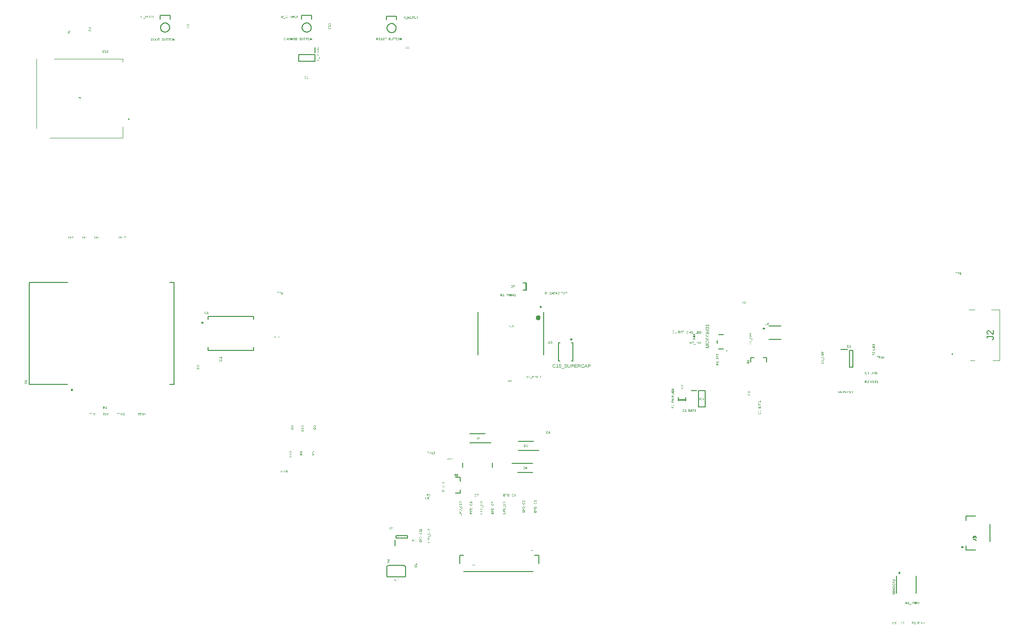
<source format=gbr>
G04 EAGLE Gerber RS-274X export*
G75*
%MOMM*%
%FSLAX34Y34*%
%LPD*%
%INSilkscreen Top*%
%IPPOS*%
%AMOC8*
5,1,8,0,0,1.08239X$1,22.5*%
G01*
G04 Define Apertures*
%ADD10C,0.100000*%
%ADD11C,0.200000*%
%ADD12C,0.127000*%
%ADD13C,0.400000*%
%ADD14C,0.254000*%
%ADD15C,0.203200*%
%ADD16C,0.150000*%
%ADD17C,0.250000*%
%ADD18C,0.076200*%
%ADD19C,0.152400*%
%ADD20R,0.300000X0.150000*%
%ADD21R,0.300000X0.300000*%
G36*
X-759699Y415025D02*
X-760090Y415025D01*
X-762742Y416826D01*
X-762742Y417354D01*
X-760095Y417354D01*
X-760095Y417907D01*
X-759699Y417907D01*
X-759699Y417354D01*
X-758808Y417354D01*
X-758808Y416879D01*
X-759699Y416879D01*
X-759699Y415025D01*
G37*
%LPC*%
G36*
X-760095Y415489D02*
X-760095Y416879D01*
X-762176Y416879D01*
X-762028Y416801D01*
X-761843Y416692D01*
X-760358Y415684D01*
X-760151Y415533D01*
X-760095Y415489D01*
G37*
%LPD*%
G36*
X-759785Y412108D02*
X-759872Y412630D01*
X-759719Y412663D01*
X-759584Y412712D01*
X-759466Y412776D01*
X-759366Y412856D01*
X-759287Y412950D01*
X-759230Y413055D01*
X-759196Y413171D01*
X-759185Y413298D01*
X-759197Y413435D01*
X-759235Y413557D01*
X-759297Y413664D01*
X-759385Y413756D01*
X-759496Y413829D01*
X-759631Y413881D01*
X-759789Y413913D01*
X-759970Y413923D01*
X-762307Y413923D01*
X-762307Y413166D01*
X-762742Y413166D01*
X-762742Y414454D01*
X-759981Y414454D01*
X-759710Y414434D01*
X-759469Y414376D01*
X-759260Y414279D01*
X-759080Y414144D01*
X-758937Y413974D01*
X-758834Y413777D01*
X-758773Y413550D01*
X-758752Y413295D01*
X-758768Y413058D01*
X-758817Y412846D01*
X-758897Y412659D01*
X-759010Y412498D01*
X-759156Y412363D01*
X-759333Y412252D01*
X-759543Y412168D01*
X-759785Y412108D01*
G37*
G36*
X-361651Y450712D02*
X-361938Y450728D01*
X-362205Y450774D01*
X-362452Y450851D01*
X-362680Y450959D01*
X-362884Y451096D01*
X-363062Y451259D01*
X-363215Y451449D01*
X-363341Y451666D01*
X-363441Y451906D01*
X-363512Y452167D01*
X-363555Y452450D01*
X-363569Y452753D01*
X-363561Y452982D01*
X-363537Y453198D01*
X-363498Y453402D01*
X-363442Y453592D01*
X-363370Y453770D01*
X-363283Y453936D01*
X-363180Y454088D01*
X-363061Y454228D01*
X-362928Y454353D01*
X-362782Y454461D01*
X-362625Y454553D01*
X-362455Y454628D01*
X-362273Y454686D01*
X-362079Y454728D01*
X-361872Y454753D01*
X-361653Y454761D01*
X-361352Y454746D01*
X-361077Y454700D01*
X-360827Y454623D01*
X-360604Y454515D01*
X-360407Y454378D01*
X-360238Y454210D01*
X-360097Y454013D01*
X-359984Y453787D01*
X-360489Y453619D01*
X-360568Y453781D01*
X-360667Y453922D01*
X-360788Y454043D01*
X-360929Y454144D01*
X-361087Y454223D01*
X-361260Y454280D01*
X-361447Y454314D01*
X-361648Y454325D01*
X-361807Y454319D01*
X-361956Y454299D01*
X-362097Y454266D01*
X-362229Y454220D01*
X-362465Y454089D01*
X-362664Y453905D01*
X-362823Y453676D01*
X-362937Y453407D01*
X-363005Y453100D01*
X-363027Y452753D01*
X-363004Y452409D01*
X-362933Y452101D01*
X-362814Y451828D01*
X-362649Y451590D01*
X-362443Y451398D01*
X-362328Y451322D01*
X-362204Y451261D01*
X-362072Y451212D01*
X-361931Y451178D01*
X-361783Y451157D01*
X-361626Y451151D01*
X-361425Y451163D01*
X-361238Y451202D01*
X-361063Y451266D01*
X-360902Y451355D01*
X-360753Y451470D01*
X-360617Y451611D01*
X-360493Y451777D01*
X-360383Y451969D01*
X-359947Y451751D01*
X-360081Y451512D01*
X-360239Y451303D01*
X-360422Y451125D01*
X-360630Y450977D01*
X-360859Y450861D01*
X-361105Y450778D01*
X-361369Y450729D01*
X-361651Y450712D01*
G37*
G36*
X-356833Y450768D02*
X-359299Y450768D01*
X-359299Y451195D01*
X-358296Y451195D01*
X-358296Y454222D01*
X-359184Y453588D01*
X-359184Y454063D01*
X-358254Y454702D01*
X-357791Y454702D01*
X-357791Y451195D01*
X-356833Y451195D01*
X-356833Y450768D01*
G37*
G36*
X-364392Y450768D02*
X-364925Y450768D01*
X-364925Y454702D01*
X-364392Y454702D01*
X-364392Y450768D01*
G37*
G36*
X426Y10083D02*
X192Y10094D01*
X-27Y10127D01*
X-230Y10182D01*
X-418Y10259D01*
X-588Y10357D01*
X-737Y10475D01*
X-867Y10613D01*
X-976Y10770D01*
X-1063Y10946D01*
X-1125Y11138D01*
X-1162Y11345D01*
X-1174Y11569D01*
X-1174Y14074D01*
X-641Y14074D01*
X-641Y11614D01*
X-624Y11360D01*
X-572Y11140D01*
X-487Y10951D01*
X-367Y10796D01*
X-215Y10673D01*
X-33Y10586D01*
X180Y10534D01*
X423Y10516D01*
X674Y10534D01*
X895Y10589D01*
X1086Y10679D01*
X1248Y10805D01*
X1377Y10966D01*
X1469Y11161D01*
X1524Y11389D01*
X1543Y11650D01*
X1543Y14074D01*
X2073Y14074D01*
X2073Y11619D01*
X2061Y11389D01*
X2023Y11175D01*
X1959Y10977D01*
X1871Y10796D01*
X1759Y10633D01*
X1627Y10490D01*
X1473Y10368D01*
X1298Y10266D01*
X1105Y10186D01*
X895Y10129D01*
X669Y10095D01*
X426Y10083D01*
G37*
G36*
X4104Y10083D02*
X3820Y10100D01*
X3567Y10151D01*
X3344Y10235D01*
X3150Y10353D01*
X2990Y10504D01*
X2867Y10687D01*
X2779Y10902D01*
X2727Y11150D01*
X3247Y11198D01*
X3282Y11034D01*
X3338Y10892D01*
X3414Y10772D01*
X3511Y10674D01*
X3629Y10598D01*
X3767Y10543D01*
X3925Y10510D01*
X4104Y10500D01*
X4284Y10511D01*
X4443Y10546D01*
X4582Y10605D01*
X4700Y10687D01*
X4795Y10792D01*
X4863Y10919D01*
X4903Y11069D01*
X4917Y11242D01*
X4901Y11394D01*
X4855Y11528D01*
X4778Y11645D01*
X4669Y11744D01*
X4532Y11822D01*
X4368Y11879D01*
X4175Y11912D01*
X3956Y11924D01*
X3671Y11924D01*
X3671Y12359D01*
X3945Y12359D01*
X4140Y12370D01*
X4312Y12404D01*
X4460Y12461D01*
X4586Y12539D01*
X4685Y12638D01*
X4756Y12754D01*
X4799Y12887D01*
X4813Y13038D01*
X4802Y13187D01*
X4767Y13320D01*
X4709Y13436D01*
X4628Y13536D01*
X4523Y13616D01*
X4397Y13673D01*
X4248Y13708D01*
X4076Y13719D01*
X3918Y13708D01*
X3776Y13677D01*
X3649Y13623D01*
X3539Y13549D01*
X3447Y13455D01*
X3376Y13344D01*
X3327Y13215D01*
X3300Y13068D01*
X2794Y13108D01*
X2840Y13336D01*
X2923Y13538D01*
X3041Y13713D01*
X3195Y13862D01*
X3380Y13980D01*
X3589Y14065D01*
X3823Y14115D01*
X4082Y14132D01*
X4361Y14115D01*
X4608Y14064D01*
X4821Y13978D01*
X5002Y13857D01*
X5145Y13706D01*
X5248Y13528D01*
X5309Y13323D01*
X5330Y13091D01*
X5317Y12911D01*
X5277Y12749D01*
X5211Y12605D01*
X5119Y12478D01*
X5002Y12369D01*
X4860Y12280D01*
X4695Y12210D01*
X4506Y12158D01*
X4506Y12147D01*
X4715Y12111D01*
X4898Y12049D01*
X5058Y11963D01*
X5193Y11851D01*
X5301Y11719D01*
X5377Y11570D01*
X5423Y11406D01*
X5439Y11226D01*
X5417Y10969D01*
X5352Y10742D01*
X5244Y10547D01*
X5093Y10382D01*
X4901Y10252D01*
X4672Y10158D01*
X4407Y10102D01*
X4104Y10083D01*
G37*
G36*
X-855930Y-89559D02*
X-858434Y-89559D01*
X-858434Y-89025D01*
X-855974Y-89025D01*
X-855721Y-89008D01*
X-855500Y-88957D01*
X-855312Y-88872D01*
X-855156Y-88752D01*
X-855034Y-88600D01*
X-854947Y-88417D01*
X-854894Y-88205D01*
X-854877Y-87962D01*
X-854895Y-87711D01*
X-854949Y-87490D01*
X-855040Y-87299D01*
X-855166Y-87136D01*
X-855327Y-87008D01*
X-855522Y-86916D01*
X-855749Y-86860D01*
X-856011Y-86842D01*
X-858434Y-86842D01*
X-858434Y-86311D01*
X-855980Y-86311D01*
X-855749Y-86324D01*
X-855535Y-86362D01*
X-855338Y-86425D01*
X-855156Y-86514D01*
X-854993Y-86625D01*
X-854851Y-86758D01*
X-854729Y-86912D01*
X-854627Y-87086D01*
X-854547Y-87279D01*
X-854490Y-87489D01*
X-854456Y-87716D01*
X-854444Y-87959D01*
X-854455Y-88193D01*
X-854488Y-88411D01*
X-854543Y-88614D01*
X-854620Y-88802D01*
X-854718Y-88972D01*
X-854836Y-89122D01*
X-854973Y-89251D01*
X-855131Y-89361D01*
X-855307Y-89447D01*
X-855498Y-89509D01*
X-855706Y-89546D01*
X-855930Y-89559D01*
G37*
G36*
X-854500Y-85587D02*
X-854855Y-85587D01*
X-855162Y-85429D01*
X-855431Y-85240D01*
X-855669Y-85029D01*
X-855884Y-84808D01*
X-856259Y-84360D01*
X-856605Y-83959D01*
X-856783Y-83798D01*
X-856968Y-83670D01*
X-857171Y-83588D01*
X-857282Y-83567D01*
X-857398Y-83560D01*
X-857551Y-83572D01*
X-857686Y-83608D01*
X-857803Y-83667D01*
X-857901Y-83750D01*
X-857979Y-83854D01*
X-858035Y-83977D01*
X-858069Y-84118D01*
X-858080Y-84278D01*
X-858069Y-84431D01*
X-858036Y-84571D01*
X-857982Y-84696D01*
X-857905Y-84807D01*
X-857809Y-84900D01*
X-857696Y-84972D01*
X-857564Y-85022D01*
X-857415Y-85051D01*
X-857463Y-85565D01*
X-857687Y-85519D01*
X-857886Y-85437D01*
X-858062Y-85319D01*
X-858214Y-85164D01*
X-858336Y-84980D01*
X-858423Y-84770D01*
X-858476Y-84536D01*
X-858493Y-84278D01*
X-858476Y-83998D01*
X-858423Y-83752D01*
X-858335Y-83540D01*
X-858212Y-83363D01*
X-858057Y-83223D01*
X-857873Y-83124D01*
X-857659Y-83064D01*
X-857415Y-83044D01*
X-857301Y-83050D01*
X-857187Y-83070D01*
X-856960Y-83148D01*
X-856734Y-83278D01*
X-856508Y-83460D01*
X-856219Y-83761D01*
X-855807Y-84250D01*
X-855557Y-84538D01*
X-855334Y-84761D01*
X-855127Y-84924D01*
X-854927Y-85035D01*
X-854927Y-82982D01*
X-854500Y-82982D01*
X-854500Y-85587D01*
G37*
G36*
X677076Y-446748D02*
X676846Y-446740D01*
X676629Y-446715D01*
X676426Y-446675D01*
X676235Y-446618D01*
X676057Y-446546D01*
X675892Y-446457D01*
X675739Y-446352D01*
X675600Y-446231D01*
X675475Y-446096D01*
X675367Y-445947D01*
X675276Y-445787D01*
X675201Y-445613D01*
X675143Y-445427D01*
X675101Y-445228D01*
X675076Y-445017D01*
X675068Y-444793D01*
X675083Y-444503D01*
X675128Y-444232D01*
X675202Y-443982D01*
X675307Y-443751D01*
X675440Y-443544D01*
X675600Y-443362D01*
X675787Y-443207D01*
X676001Y-443077D01*
X676238Y-442975D01*
X676497Y-442902D01*
X676776Y-442858D01*
X677076Y-442844D01*
X677375Y-442859D01*
X677654Y-442903D01*
X677915Y-442977D01*
X678156Y-443080D01*
X678375Y-443211D01*
X678566Y-443367D01*
X678731Y-443549D01*
X678868Y-443757D01*
X678977Y-443988D01*
X679055Y-444238D01*
X679101Y-444508D01*
X679117Y-444799D01*
X679101Y-445091D01*
X679055Y-445363D01*
X678979Y-445614D01*
X678871Y-445844D01*
X678735Y-446051D01*
X678571Y-446232D01*
X678379Y-446387D01*
X678160Y-446516D01*
X677918Y-446617D01*
X677657Y-446690D01*
X677376Y-446733D01*
X677076Y-446748D01*
G37*
%LPC*%
G36*
X677076Y-446206D02*
X677427Y-446183D01*
X677739Y-446113D01*
X678014Y-445996D01*
X678250Y-445833D01*
X678440Y-445629D01*
X678514Y-445513D01*
X678576Y-445388D01*
X678623Y-445254D01*
X678657Y-445111D01*
X678677Y-444959D01*
X678684Y-444799D01*
X678677Y-444633D01*
X678658Y-444478D01*
X678625Y-444332D01*
X678579Y-444196D01*
X678520Y-444071D01*
X678448Y-443955D01*
X678264Y-443753D01*
X678032Y-443593D01*
X677757Y-443479D01*
X677438Y-443411D01*
X677076Y-443388D01*
X676728Y-443411D01*
X676420Y-443480D01*
X676152Y-443595D01*
X675922Y-443756D01*
X675739Y-443958D01*
X675667Y-444074D01*
X675608Y-444199D01*
X675562Y-444333D01*
X675530Y-444477D01*
X675510Y-444630D01*
X675504Y-444793D01*
X675510Y-444957D01*
X675529Y-445112D01*
X675562Y-445257D01*
X675607Y-445392D01*
X675665Y-445518D01*
X675736Y-445634D01*
X675917Y-445837D01*
X676144Y-445999D01*
X676413Y-446114D01*
X676724Y-446183D01*
X677076Y-446206D01*
G37*
%LPD*%
G36*
X679061Y-442112D02*
X675127Y-442112D01*
X675127Y-440260D01*
X675145Y-439947D01*
X675201Y-439672D01*
X675294Y-439434D01*
X675424Y-439234D01*
X675587Y-439076D01*
X675780Y-438963D01*
X676001Y-438895D01*
X676252Y-438873D01*
X676462Y-438889D01*
X676655Y-438937D01*
X676831Y-439016D01*
X676989Y-439128D01*
X677125Y-439268D01*
X677200Y-439383D01*
X677233Y-439432D01*
X677313Y-439621D01*
X677366Y-439833D01*
X678088Y-439358D01*
X679061Y-438716D01*
X679061Y-439331D01*
X677428Y-440353D01*
X677428Y-441578D01*
X679061Y-441578D01*
X679061Y-442112D01*
G37*
%LPC*%
G36*
X677006Y-441578D02*
X677006Y-440291D01*
X676994Y-440092D01*
X676957Y-439917D01*
X676895Y-439766D01*
X676809Y-439639D01*
X676701Y-439538D01*
X676573Y-439466D01*
X676425Y-439423D01*
X676258Y-439409D01*
X676096Y-439423D01*
X675955Y-439467D01*
X675834Y-439540D01*
X675734Y-439642D01*
X675655Y-439771D01*
X675599Y-439926D01*
X675565Y-440107D01*
X675554Y-440314D01*
X675554Y-441578D01*
X677006Y-441578D01*
G37*
%LPD*%
G36*
X679061Y-454487D02*
X675127Y-454487D01*
X675127Y-453867D01*
X678500Y-451739D01*
X677707Y-451773D01*
X675127Y-451773D01*
X675127Y-451292D01*
X679061Y-451292D01*
X679061Y-451935D01*
X675710Y-454040D01*
X675981Y-454026D01*
X676447Y-454012D01*
X679061Y-454012D01*
X679061Y-454487D01*
G37*
G36*
X679061Y-458299D02*
X675127Y-458299D01*
X675127Y-455314D01*
X675562Y-455314D01*
X675562Y-457766D01*
X676824Y-457766D01*
X676824Y-455482D01*
X677254Y-455482D01*
X677254Y-457766D01*
X678625Y-457766D01*
X678625Y-455200D01*
X679061Y-455200D01*
X679061Y-458299D01*
G37*
G36*
X678117Y-462321D02*
X678014Y-461805D01*
X678179Y-461747D01*
X678321Y-461665D01*
X678440Y-461558D01*
X678535Y-461425D01*
X678607Y-461267D01*
X678659Y-461082D01*
X678690Y-460871D01*
X678701Y-460635D01*
X678690Y-460391D01*
X678656Y-460177D01*
X678601Y-459993D01*
X678524Y-459837D01*
X678424Y-459715D01*
X678305Y-459627D01*
X678164Y-459574D01*
X678003Y-459557D01*
X677828Y-459579D01*
X677690Y-459645D01*
X677580Y-459751D01*
X677492Y-459892D01*
X677420Y-460066D01*
X677360Y-460272D01*
X677246Y-460760D01*
X677143Y-461170D01*
X677039Y-461468D01*
X676930Y-461684D01*
X676809Y-461849D01*
X676671Y-461973D01*
X676512Y-462063D01*
X676329Y-462118D01*
X676121Y-462137D01*
X675882Y-462113D01*
X675673Y-462040D01*
X675493Y-461919D01*
X675342Y-461750D01*
X675222Y-461536D01*
X675136Y-461280D01*
X675085Y-460982D01*
X675068Y-460643D01*
X675081Y-460328D01*
X675119Y-460052D01*
X675183Y-459815D01*
X675273Y-459618D01*
X675394Y-459454D01*
X675551Y-459317D01*
X675744Y-459206D01*
X675973Y-459121D01*
X676065Y-459646D01*
X675919Y-459699D01*
X675795Y-459772D01*
X675692Y-459864D01*
X675611Y-459976D01*
X675549Y-460109D01*
X675505Y-460265D01*
X675479Y-460445D01*
X675470Y-460649D01*
X675480Y-460871D01*
X675509Y-461065D01*
X675558Y-461231D01*
X675626Y-461369D01*
X675714Y-461478D01*
X675821Y-461555D01*
X675947Y-461602D01*
X676093Y-461618D01*
X676259Y-461593D01*
X676393Y-461521D01*
X676503Y-461404D01*
X676594Y-461243D01*
X676686Y-460972D01*
X676796Y-460520D01*
X676882Y-460159D01*
X676985Y-459814D01*
X677126Y-459505D01*
X677216Y-459371D01*
X677324Y-459255D01*
X677452Y-459161D01*
X677601Y-459089D01*
X677774Y-459044D01*
X677975Y-459029D01*
X678107Y-459036D01*
X678232Y-459056D01*
X678349Y-459089D01*
X678458Y-459136D01*
X678653Y-459269D01*
X678818Y-459455D01*
X678949Y-459690D01*
X679042Y-459968D01*
X679098Y-460289D01*
X679117Y-460654D01*
X679101Y-460995D01*
X679054Y-461298D01*
X678976Y-461563D01*
X678867Y-461790D01*
X678726Y-461979D01*
X678555Y-462131D01*
X678352Y-462245D01*
X678117Y-462321D01*
G37*
G36*
X678117Y-450571D02*
X678014Y-450055D01*
X678179Y-449997D01*
X678321Y-449915D01*
X678440Y-449808D01*
X678535Y-449675D01*
X678607Y-449517D01*
X678659Y-449332D01*
X678690Y-449121D01*
X678701Y-448885D01*
X678690Y-448641D01*
X678656Y-448427D01*
X678601Y-448243D01*
X678524Y-448087D01*
X678424Y-447965D01*
X678305Y-447877D01*
X678164Y-447824D01*
X678003Y-447807D01*
X677828Y-447829D01*
X677690Y-447895D01*
X677580Y-448001D01*
X677492Y-448142D01*
X677420Y-448316D01*
X677360Y-448522D01*
X677246Y-449010D01*
X677143Y-449420D01*
X677039Y-449718D01*
X676930Y-449934D01*
X676809Y-450099D01*
X676671Y-450223D01*
X676512Y-450313D01*
X676329Y-450368D01*
X676121Y-450387D01*
X675882Y-450363D01*
X675673Y-450290D01*
X675493Y-450169D01*
X675342Y-450000D01*
X675222Y-449786D01*
X675136Y-449530D01*
X675085Y-449232D01*
X675068Y-448893D01*
X675081Y-448578D01*
X675119Y-448302D01*
X675183Y-448065D01*
X675273Y-447868D01*
X675394Y-447704D01*
X675551Y-447567D01*
X675744Y-447456D01*
X675973Y-447371D01*
X676065Y-447896D01*
X675919Y-447949D01*
X675795Y-448022D01*
X675692Y-448114D01*
X675611Y-448226D01*
X675549Y-448359D01*
X675505Y-448515D01*
X675479Y-448695D01*
X675470Y-448899D01*
X675480Y-449121D01*
X675509Y-449315D01*
X675558Y-449481D01*
X675626Y-449619D01*
X675714Y-449728D01*
X675821Y-449805D01*
X675947Y-449852D01*
X676093Y-449868D01*
X676259Y-449843D01*
X676393Y-449771D01*
X676503Y-449654D01*
X676594Y-449493D01*
X676686Y-449222D01*
X676796Y-448770D01*
X676882Y-448409D01*
X676985Y-448064D01*
X677126Y-447755D01*
X677216Y-447621D01*
X677324Y-447505D01*
X677452Y-447411D01*
X677601Y-447339D01*
X677774Y-447294D01*
X677975Y-447279D01*
X678107Y-447286D01*
X678232Y-447306D01*
X678349Y-447339D01*
X678458Y-447386D01*
X678653Y-447519D01*
X678818Y-447705D01*
X678949Y-447940D01*
X679042Y-448218D01*
X679098Y-448539D01*
X679117Y-448904D01*
X679101Y-449245D01*
X679054Y-449548D01*
X678976Y-449813D01*
X678867Y-450040D01*
X678726Y-450229D01*
X678555Y-450381D01*
X678352Y-450495D01*
X678117Y-450571D01*
G37*
G36*
X679061Y-438168D02*
X678706Y-438168D01*
X678399Y-438010D01*
X678130Y-437821D01*
X677892Y-437610D01*
X677677Y-437389D01*
X677302Y-436941D01*
X676956Y-436540D01*
X676778Y-436379D01*
X676593Y-436251D01*
X676390Y-436169D01*
X676279Y-436148D01*
X676163Y-436141D01*
X676010Y-436153D01*
X675875Y-436189D01*
X675758Y-436248D01*
X675660Y-436331D01*
X675582Y-436435D01*
X675526Y-436558D01*
X675492Y-436699D01*
X675481Y-436859D01*
X675492Y-437012D01*
X675525Y-437152D01*
X675579Y-437277D01*
X675656Y-437388D01*
X675752Y-437481D01*
X675866Y-437553D01*
X675997Y-437603D01*
X676146Y-437632D01*
X676098Y-438146D01*
X675874Y-438100D01*
X675675Y-438018D01*
X675499Y-437900D01*
X675347Y-437745D01*
X675225Y-437561D01*
X675138Y-437351D01*
X675085Y-437117D01*
X675068Y-436859D01*
X675085Y-436579D01*
X675138Y-436333D01*
X675226Y-436121D01*
X675349Y-435944D01*
X675504Y-435804D01*
X675688Y-435704D01*
X675902Y-435644D01*
X676146Y-435624D01*
X676260Y-435631D01*
X676374Y-435651D01*
X676601Y-435729D01*
X676827Y-435859D01*
X677053Y-436041D01*
X677342Y-436341D01*
X677754Y-436831D01*
X678004Y-437119D01*
X678228Y-437342D01*
X678434Y-437505D01*
X678634Y-437615D01*
X678634Y-435563D01*
X679061Y-435563D01*
X679061Y-438168D01*
G37*
G36*
X348769Y2250D02*
X348491Y2270D01*
X348236Y2333D01*
X348005Y2436D01*
X347796Y2581D01*
X347618Y2758D01*
X347479Y2959D01*
X347379Y3182D01*
X347317Y3429D01*
X347301Y3429D01*
X347228Y3200D01*
X347121Y2997D01*
X346982Y2819D01*
X346810Y2667D01*
X346613Y2545D01*
X346400Y2458D01*
X346170Y2406D01*
X345924Y2388D01*
X345759Y2396D01*
X345603Y2420D01*
X345454Y2459D01*
X345313Y2515D01*
X345180Y2586D01*
X345055Y2673D01*
X344938Y2775D01*
X344829Y2894D01*
X344731Y3026D01*
X344646Y3168D01*
X344573Y3322D01*
X344514Y3486D01*
X344469Y3661D01*
X344436Y3847D01*
X344416Y4044D01*
X344410Y4251D01*
X344416Y4464D01*
X344435Y4665D01*
X344467Y4854D01*
X344512Y5032D01*
X344570Y5199D01*
X344641Y5354D01*
X344724Y5498D01*
X344821Y5630D01*
X344928Y5748D01*
X345044Y5851D01*
X345170Y5938D01*
X345304Y6009D01*
X345448Y6064D01*
X345600Y6104D01*
X345762Y6127D01*
X345933Y6135D01*
X346178Y6118D01*
X346408Y6065D01*
X346621Y5977D01*
X346818Y5854D01*
X346989Y5701D01*
X346996Y5692D01*
X347125Y5522D01*
X347226Y5317D01*
X347292Y5086D01*
X347309Y5086D01*
X347374Y5354D01*
X347475Y5590D01*
X347614Y5794D01*
X347774Y5952D01*
X347790Y5968D01*
X347996Y6105D01*
X348226Y6204D01*
X348481Y6263D01*
X348761Y6282D01*
X348960Y6274D01*
X349148Y6250D01*
X349324Y6209D01*
X349489Y6152D01*
X349643Y6079D01*
X349785Y5990D01*
X349917Y5884D01*
X350037Y5762D01*
X350144Y5625D01*
X350237Y5473D01*
X350315Y5308D01*
X350380Y5128D01*
X350430Y4934D01*
X350465Y4726D01*
X350487Y4504D01*
X350494Y4268D01*
X350487Y4037D01*
X350466Y3820D01*
X350431Y3615D01*
X350382Y3423D01*
X350319Y3244D01*
X350241Y3078D01*
X350150Y2925D01*
X350045Y2785D01*
X349927Y2659D01*
X349797Y2551D01*
X349655Y2459D01*
X349502Y2383D01*
X349336Y2325D01*
X349159Y2283D01*
X348970Y2258D01*
X348769Y2250D01*
G37*
%LPC*%
G36*
X348706Y3030D02*
X348993Y3050D01*
X349241Y3108D01*
X349450Y3205D01*
X349622Y3342D01*
X349756Y3517D01*
X349851Y3731D01*
X349908Y3984D01*
X349927Y4276D01*
X349909Y4565D01*
X349854Y4815D01*
X349761Y5025D01*
X349632Y5195D01*
X349462Y5328D01*
X349248Y5422D01*
X348991Y5479D01*
X348690Y5498D01*
X348432Y5477D01*
X348208Y5416D01*
X348017Y5313D01*
X347861Y5170D01*
X347739Y4990D01*
X347652Y4777D01*
X347599Y4531D01*
X347582Y4251D01*
X347601Y3980D01*
X347657Y3739D01*
X347751Y3531D01*
X347882Y3353D01*
X348046Y3212D01*
X348238Y3111D01*
X348458Y3050D01*
X348706Y3030D01*
G37*
G36*
X345975Y3160D02*
X346213Y3178D01*
X346422Y3232D01*
X346601Y3322D01*
X346749Y3448D01*
X346865Y3606D01*
X346949Y3794D01*
X346999Y4012D01*
X347015Y4260D01*
X347000Y4510D01*
X346954Y4729D01*
X346877Y4916D01*
X346770Y5072D01*
X346628Y5194D01*
X346448Y5281D01*
X346231Y5333D01*
X345975Y5351D01*
X345740Y5333D01*
X345536Y5282D01*
X345364Y5196D01*
X345223Y5076D01*
X345113Y4921D01*
X345034Y4732D01*
X344987Y4509D01*
X344972Y4251D01*
X344988Y4001D01*
X345035Y3782D01*
X345113Y3595D01*
X345224Y3439D01*
X345365Y3317D01*
X345537Y3230D01*
X345740Y3178D01*
X345975Y3160D01*
G37*
%LPD*%
G36*
X350410Y-12700D02*
X344498Y-12700D01*
X344498Y-10212D01*
X344505Y-9970D01*
X344527Y-9743D01*
X344563Y-9529D01*
X344614Y-9330D01*
X344680Y-9144D01*
X344760Y-8973D01*
X344854Y-8815D01*
X344963Y-8672D01*
X345086Y-8544D01*
X345220Y-8433D01*
X345366Y-8339D01*
X345525Y-8263D01*
X345695Y-8203D01*
X345877Y-8160D01*
X346071Y-8135D01*
X346277Y-8126D01*
X346481Y-8135D01*
X346675Y-8160D01*
X346858Y-8203D01*
X347030Y-8263D01*
X347191Y-8340D01*
X347342Y-8434D01*
X347482Y-8546D01*
X347611Y-8674D01*
X347727Y-8817D01*
X347828Y-8972D01*
X347913Y-9140D01*
X347983Y-9320D01*
X348037Y-9512D01*
X348075Y-9716D01*
X348099Y-9933D01*
X348106Y-10161D01*
X348106Y-11899D01*
X350410Y-11899D01*
X350410Y-12700D01*
G37*
%LPC*%
G36*
X347473Y-11899D02*
X347473Y-10275D01*
X347454Y-9960D01*
X347398Y-9687D01*
X347306Y-9456D01*
X347176Y-9268D01*
X347009Y-9121D01*
X346805Y-9016D01*
X346564Y-8953D01*
X346285Y-8932D01*
X346017Y-8953D01*
X345784Y-9018D01*
X345587Y-9125D01*
X345426Y-9276D01*
X345301Y-9470D01*
X345211Y-9706D01*
X345158Y-9986D01*
X345140Y-10308D01*
X345140Y-11899D01*
X347473Y-11899D01*
G37*
%LPD*%
G36*
X350410Y-26075D02*
X344498Y-26075D01*
X344498Y-25022D01*
X348597Y-23448D01*
X349128Y-23287D01*
X349537Y-23184D01*
X349027Y-23043D01*
X348597Y-22899D01*
X344498Y-21354D01*
X344498Y-20326D01*
X350410Y-20326D01*
X350410Y-21048D01*
X346466Y-21048D01*
X345824Y-21039D01*
X345207Y-21010D01*
X345876Y-21205D01*
X346382Y-21380D01*
X350410Y-22907D01*
X350410Y-23469D01*
X346382Y-25018D01*
X345668Y-25253D01*
X345207Y-25391D01*
X345673Y-25379D01*
X346466Y-25362D01*
X350410Y-25362D01*
X350410Y-26075D01*
G37*
G36*
X347427Y-19187D02*
X347083Y-19175D01*
X346758Y-19140D01*
X346452Y-19080D01*
X346166Y-18996D01*
X345898Y-18889D01*
X345650Y-18758D01*
X345421Y-18603D01*
X345211Y-18424D01*
X345023Y-18224D01*
X344860Y-18005D01*
X344723Y-17768D01*
X344610Y-17513D01*
X344522Y-17240D01*
X344460Y-16948D01*
X344422Y-16637D01*
X344410Y-16309D01*
X344433Y-15856D01*
X344502Y-15442D01*
X344617Y-15067D01*
X344779Y-14731D01*
X344986Y-14435D01*
X345237Y-14181D01*
X345533Y-13969D01*
X345874Y-13800D01*
X346126Y-14559D01*
X345883Y-14677D01*
X345670Y-14827D01*
X345488Y-15008D01*
X345337Y-15220D01*
X345218Y-15458D01*
X345132Y-15718D01*
X345081Y-15998D01*
X345064Y-16300D01*
X345074Y-16539D01*
X345104Y-16764D01*
X345153Y-16975D01*
X345222Y-17173D01*
X345311Y-17357D01*
X345419Y-17528D01*
X345548Y-17685D01*
X345696Y-17828D01*
X345861Y-17956D01*
X346041Y-18066D01*
X346235Y-18160D01*
X346444Y-18237D01*
X346668Y-18297D01*
X346906Y-18339D01*
X347159Y-18365D01*
X347427Y-18373D01*
X347692Y-18364D01*
X347943Y-18338D01*
X348182Y-18293D01*
X348407Y-18231D01*
X348619Y-18151D01*
X348817Y-18053D01*
X349002Y-17938D01*
X349174Y-17805D01*
X349329Y-17656D01*
X349463Y-17495D01*
X349577Y-17322D01*
X349670Y-17136D01*
X349742Y-16937D01*
X349794Y-16726D01*
X349825Y-16503D01*
X349835Y-16267D01*
X349816Y-15966D01*
X349758Y-15684D01*
X349662Y-15422D01*
X349528Y-15179D01*
X349355Y-14955D01*
X349144Y-14751D01*
X348894Y-14565D01*
X348606Y-14400D01*
X348933Y-13745D01*
X349292Y-13946D01*
X349605Y-14184D01*
X349873Y-14459D01*
X350095Y-14771D01*
X350270Y-15115D01*
X350394Y-15485D01*
X350469Y-15881D01*
X350488Y-16090D01*
X350494Y-16305D01*
X350471Y-16736D01*
X350401Y-17138D01*
X350285Y-17510D01*
X350123Y-17851D01*
X349917Y-18158D01*
X349672Y-18426D01*
X349386Y-18655D01*
X349061Y-18845D01*
X348700Y-18995D01*
X348307Y-19102D01*
X347883Y-19166D01*
X347427Y-19187D01*
G37*
G36*
X348891Y-2578D02*
X348820Y-1797D01*
X349066Y-1744D01*
X349279Y-1660D01*
X349459Y-1545D01*
X349606Y-1400D01*
X349721Y-1223D01*
X349803Y-1016D01*
X349852Y-778D01*
X349869Y-509D01*
X349851Y-239D01*
X349798Y0D01*
X349711Y209D01*
X349588Y387D01*
X349430Y529D01*
X349238Y631D01*
X349012Y692D01*
X348753Y712D01*
X348525Y689D01*
X348323Y619D01*
X348148Y503D01*
X347999Y341D01*
X347881Y134D01*
X347796Y-113D01*
X347746Y-402D01*
X347729Y-731D01*
X347729Y-1159D01*
X347074Y-1159D01*
X347074Y-748D01*
X347057Y-455D01*
X347006Y-197D01*
X346922Y26D01*
X346803Y215D01*
X346655Y364D01*
X346481Y471D01*
X346281Y535D01*
X346054Y557D01*
X345830Y539D01*
X345630Y487D01*
X345455Y400D01*
X345305Y278D01*
X345185Y121D01*
X345099Y-69D01*
X345048Y-293D01*
X345031Y-551D01*
X345047Y-789D01*
X345095Y-1003D01*
X345175Y-1193D01*
X345287Y-1359D01*
X345428Y-1497D01*
X345595Y-1603D01*
X345788Y-1676D01*
X346008Y-1718D01*
X345950Y-2477D01*
X345773Y-2449D01*
X345606Y-2408D01*
X345450Y-2353D01*
X345303Y-2285D01*
X345167Y-2202D01*
X345040Y-2107D01*
X344923Y-1998D01*
X344817Y-1875D01*
X344638Y-1597D01*
X344569Y-1445D01*
X344511Y-1283D01*
X344467Y-1112D01*
X344435Y-931D01*
X344416Y-741D01*
X344410Y-543D01*
X344416Y-326D01*
X344435Y-123D01*
X344468Y69D01*
X344513Y248D01*
X344571Y415D01*
X344642Y569D01*
X344726Y711D01*
X344823Y840D01*
X344931Y956D01*
X345050Y1056D01*
X345179Y1141D01*
X345317Y1210D01*
X345467Y1264D01*
X345626Y1302D01*
X345795Y1325D01*
X345975Y1333D01*
X346245Y1313D01*
X346488Y1254D01*
X346705Y1155D01*
X346896Y1016D01*
X347059Y840D01*
X347193Y628D01*
X347299Y379D01*
X347376Y95D01*
X347393Y95D01*
X347448Y408D01*
X347540Y685D01*
X347670Y925D01*
X347838Y1128D01*
X348037Y1289D01*
X348259Y1404D01*
X348507Y1474D01*
X348778Y1497D01*
X348977Y1489D01*
X349164Y1464D01*
X349339Y1424D01*
X349504Y1367D01*
X349656Y1294D01*
X349797Y1204D01*
X349927Y1098D01*
X350045Y976D01*
X350150Y839D01*
X350241Y688D01*
X350319Y524D01*
X350382Y345D01*
X350431Y152D01*
X350466Y-54D01*
X350487Y-275D01*
X350494Y-509D01*
X350488Y-728D01*
X350469Y-935D01*
X350437Y-1131D01*
X350393Y-1316D01*
X350336Y-1490D01*
X350266Y-1652D01*
X350184Y-1803D01*
X350089Y-1942D01*
X349982Y-2069D01*
X349862Y-2182D01*
X349731Y-2282D01*
X349587Y-2368D01*
X349431Y-2441D01*
X349263Y-2500D01*
X349083Y-2546D01*
X348891Y-2578D01*
G37*
G36*
X348891Y6985D02*
X348820Y7765D01*
X349066Y7818D01*
X349279Y7902D01*
X349459Y8017D01*
X349606Y8163D01*
X349721Y8339D01*
X349803Y8547D01*
X349852Y8785D01*
X349869Y9054D01*
X349851Y9324D01*
X349798Y9563D01*
X349711Y9771D01*
X349588Y9949D01*
X349430Y10092D01*
X349238Y10193D01*
X349012Y10254D01*
X348753Y10275D01*
X348525Y10251D01*
X348323Y10182D01*
X348148Y10066D01*
X347999Y9903D01*
X347881Y9697D01*
X347796Y9450D01*
X347746Y9161D01*
X347729Y8831D01*
X347729Y8403D01*
X347074Y8403D01*
X347074Y8814D01*
X347057Y9107D01*
X347006Y9366D01*
X346922Y9589D01*
X346803Y9777D01*
X346655Y9927D01*
X346481Y10034D01*
X346281Y10098D01*
X346054Y10119D01*
X345830Y10102D01*
X345630Y10050D01*
X345455Y9962D01*
X345305Y9840D01*
X345185Y9684D01*
X345099Y9494D01*
X345048Y9269D01*
X345031Y9012D01*
X345047Y8774D01*
X345095Y8560D01*
X345175Y8370D01*
X345287Y8204D01*
X345428Y8066D01*
X345595Y7960D01*
X345788Y7886D01*
X346008Y7845D01*
X345950Y7086D01*
X345773Y7113D01*
X345606Y7155D01*
X345450Y7210D01*
X345303Y7278D01*
X345167Y7360D01*
X345040Y7456D01*
X344923Y7565D01*
X344817Y7688D01*
X344638Y7965D01*
X344569Y8118D01*
X344511Y8280D01*
X344467Y8451D01*
X344435Y8631D01*
X344416Y8821D01*
X344410Y9020D01*
X344416Y9236D01*
X344435Y9440D01*
X344468Y9631D01*
X344513Y9810D01*
X344571Y9977D01*
X344642Y10131D01*
X344726Y10273D01*
X344823Y10403D01*
X344931Y10518D01*
X345050Y10618D01*
X345179Y10703D01*
X345317Y10772D01*
X345467Y10826D01*
X345626Y10865D01*
X345795Y10888D01*
X345975Y10896D01*
X346245Y10876D01*
X346488Y10816D01*
X346705Y10717D01*
X346896Y10579D01*
X347059Y10402D01*
X347193Y10190D01*
X347299Y9942D01*
X347376Y9658D01*
X347393Y9658D01*
X347448Y9971D01*
X347540Y10247D01*
X347670Y10487D01*
X347838Y10690D01*
X348037Y10852D01*
X348259Y10967D01*
X348507Y11036D01*
X348778Y11059D01*
X348977Y11051D01*
X349164Y11027D01*
X349339Y10986D01*
X349504Y10929D01*
X349656Y10856D01*
X349797Y10767D01*
X349927Y10661D01*
X350045Y10539D01*
X350150Y10402D01*
X350241Y10251D01*
X350319Y10086D01*
X350382Y9907D01*
X350431Y9715D01*
X350466Y9508D01*
X350487Y9288D01*
X350494Y9054D01*
X350488Y8835D01*
X350469Y8627D01*
X350437Y8431D01*
X350393Y8246D01*
X350336Y8073D01*
X350266Y7911D01*
X350184Y7760D01*
X350089Y7621D01*
X349982Y7494D01*
X349862Y7380D01*
X349731Y7280D01*
X349587Y7194D01*
X349431Y7121D01*
X349263Y7062D01*
X349083Y7017D01*
X348891Y6985D01*
G37*
G36*
X350410Y12093D02*
X349768Y12093D01*
X349768Y13600D01*
X345219Y13600D01*
X346172Y12265D01*
X345459Y12265D01*
X344498Y13663D01*
X344498Y14359D01*
X349768Y14359D01*
X349768Y15799D01*
X350410Y15799D01*
X350410Y12093D01*
G37*
G36*
X345140Y-7246D02*
X344498Y-7246D01*
X344498Y-3339D01*
X345110Y-3339D01*
X345765Y-3759D01*
X346345Y-4112D01*
X346850Y-4399D01*
X347280Y-4619D01*
X347671Y-4794D01*
X348059Y-4946D01*
X348445Y-5074D01*
X348828Y-5179D01*
X349213Y-5261D01*
X349605Y-5319D01*
X350004Y-5354D01*
X350410Y-5366D01*
X350410Y-6155D01*
X350125Y-6147D01*
X349836Y-6125D01*
X349543Y-6087D01*
X349247Y-6035D01*
X348643Y-5884D01*
X348025Y-5674D01*
X347374Y-5394D01*
X346677Y-5033D01*
X345932Y-4591D01*
X345140Y-4069D01*
X345140Y-7246D01*
G37*
G36*
X-62255Y-410032D02*
X-64721Y-410032D01*
X-64721Y-409605D01*
X-63718Y-409605D01*
X-63718Y-406578D01*
X-64606Y-407212D01*
X-64606Y-406737D01*
X-63676Y-406098D01*
X-63213Y-406098D01*
X-63213Y-409605D01*
X-62255Y-409605D01*
X-62255Y-410032D01*
G37*
G36*
X-66755Y-410088D02*
X-66992Y-410072D01*
X-67204Y-410023D01*
X-67391Y-409943D01*
X-67552Y-409830D01*
X-67687Y-409684D01*
X-67798Y-409507D01*
X-67882Y-409297D01*
X-67942Y-409055D01*
X-67420Y-408968D01*
X-67387Y-409121D01*
X-67338Y-409256D01*
X-67274Y-409374D01*
X-67194Y-409474D01*
X-67100Y-409553D01*
X-66995Y-409610D01*
X-66879Y-409644D01*
X-66752Y-409655D01*
X-66615Y-409643D01*
X-66493Y-409605D01*
X-66386Y-409543D01*
X-66294Y-409455D01*
X-66221Y-409344D01*
X-66169Y-409209D01*
X-66137Y-409051D01*
X-66127Y-408870D01*
X-66127Y-406533D01*
X-66884Y-406533D01*
X-66884Y-406098D01*
X-65596Y-406098D01*
X-65596Y-408859D01*
X-65616Y-409130D01*
X-65674Y-409371D01*
X-65771Y-409580D01*
X-65906Y-409760D01*
X-66076Y-409903D01*
X-66273Y-410006D01*
X-66500Y-410067D01*
X-66755Y-410088D01*
G37*
G36*
X455485Y14820D02*
X455010Y14820D01*
X455010Y15711D01*
X453156Y15711D01*
X453156Y16102D01*
X454957Y18754D01*
X455485Y18754D01*
X455485Y16107D01*
X456038Y16107D01*
X456038Y15711D01*
X455485Y15711D01*
X455485Y14820D01*
G37*
%LPC*%
G36*
X455010Y16107D02*
X455010Y18188D01*
X454932Y18040D01*
X454823Y17855D01*
X453815Y16370D01*
X453664Y16163D01*
X453620Y16107D01*
X455010Y16107D01*
G37*
%LPD*%
G36*
X450941Y14764D02*
X450707Y14775D01*
X450489Y14808D01*
X450286Y14863D01*
X450098Y14940D01*
X449928Y15038D01*
X449778Y15156D01*
X449649Y15293D01*
X449539Y15451D01*
X449453Y15627D01*
X449391Y15818D01*
X449354Y16026D01*
X449341Y16250D01*
X449341Y18754D01*
X449875Y18754D01*
X449875Y16294D01*
X449892Y16041D01*
X449943Y15820D01*
X450028Y15632D01*
X450148Y15476D01*
X450300Y15354D01*
X450483Y15267D01*
X450695Y15214D01*
X450938Y15197D01*
X451189Y15215D01*
X451410Y15269D01*
X451602Y15360D01*
X451764Y15486D01*
X451892Y15647D01*
X451985Y15842D01*
X452040Y16069D01*
X452058Y16331D01*
X452058Y18754D01*
X452589Y18754D01*
X452589Y16300D01*
X452576Y16069D01*
X452538Y15855D01*
X452475Y15658D01*
X452386Y15476D01*
X452275Y15313D01*
X452142Y15171D01*
X451988Y15049D01*
X451814Y14947D01*
X451621Y14867D01*
X451411Y14810D01*
X451184Y14776D01*
X450941Y14764D01*
G37*
G36*
X853390Y-2598D02*
X852278Y-2598D01*
X851780Y-2362D01*
X851313Y-2102D01*
X850876Y-1817D01*
X850469Y-1507D01*
X850086Y-1181D01*
X849722Y-847D01*
X849377Y-505D01*
X849050Y-154D01*
X848438Y552D01*
X847872Y1252D01*
X847329Y1914D01*
X846786Y2508D01*
X846511Y2775D01*
X846230Y3015D01*
X845942Y3228D01*
X845647Y3415D01*
X845340Y3566D01*
X845012Y3674D01*
X844665Y3739D01*
X844299Y3761D01*
X844052Y3752D01*
X843819Y3724D01*
X843601Y3677D01*
X843397Y3612D01*
X843207Y3528D01*
X843031Y3426D01*
X842869Y3305D01*
X842722Y3165D01*
X842591Y3009D01*
X842477Y2838D01*
X842381Y2653D01*
X842302Y2454D01*
X842240Y2239D01*
X842197Y2011D01*
X842170Y1768D01*
X842162Y1510D01*
X842170Y1264D01*
X842196Y1028D01*
X842239Y804D01*
X842298Y591D01*
X842375Y389D01*
X842469Y199D01*
X842581Y19D01*
X842709Y-150D01*
X842853Y-305D01*
X843010Y-442D01*
X843182Y-564D01*
X843367Y-668D01*
X843566Y-755D01*
X843779Y-826D01*
X844006Y-879D01*
X844246Y-916D01*
X844097Y-2528D01*
X843737Y-2470D01*
X843395Y-2384D01*
X843072Y-2269D01*
X842768Y-2126D01*
X842483Y-1955D01*
X842217Y-1755D01*
X841970Y-1527D01*
X841741Y-1271D01*
X841536Y-991D01*
X841358Y-692D01*
X841207Y-373D01*
X841084Y-35D01*
X840988Y322D01*
X840920Y699D01*
X840879Y1095D01*
X840865Y1510D01*
X840879Y1963D01*
X840920Y2389D01*
X840989Y2788D01*
X841085Y3160D01*
X841209Y3505D01*
X841360Y3823D01*
X841539Y4114D01*
X841746Y4378D01*
X841977Y4613D01*
X842232Y4817D01*
X842510Y4989D01*
X842811Y5130D01*
X843135Y5240D01*
X843482Y5318D01*
X843853Y5365D01*
X844246Y5381D01*
X844605Y5361D01*
X844962Y5299D01*
X845318Y5196D01*
X845674Y5053D01*
X846028Y4869D01*
X846383Y4644D01*
X846738Y4380D01*
X847093Y4076D01*
X847496Y3678D01*
X847997Y3132D01*
X848595Y2439D01*
X849291Y1597D01*
X849693Y1120D01*
X850074Y693D01*
X850435Y318D01*
X850776Y-5D01*
X851103Y-282D01*
X851425Y-518D01*
X851740Y-712D01*
X852050Y-864D01*
X852050Y5574D01*
X853390Y5574D01*
X853390Y-2598D01*
G37*
G36*
X850325Y-12189D02*
X850053Y-10551D01*
X850300Y-10505D01*
X850533Y-10447D01*
X850752Y-10377D01*
X850957Y-10294D01*
X851149Y-10200D01*
X851326Y-10092D01*
X851489Y-9973D01*
X851638Y-9841D01*
X851772Y-9699D01*
X851887Y-9548D01*
X851985Y-9388D01*
X852065Y-9219D01*
X852128Y-9042D01*
X852172Y-8856D01*
X852199Y-8661D01*
X852208Y-8457D01*
X852198Y-8236D01*
X852168Y-8026D01*
X852120Y-7828D01*
X852051Y-7643D01*
X851963Y-7469D01*
X851855Y-7308D01*
X851728Y-7158D01*
X851581Y-7021D01*
X851416Y-6898D01*
X851232Y-6791D01*
X851030Y-6701D01*
X850810Y-6627D01*
X850571Y-6569D01*
X850314Y-6528D01*
X850040Y-6504D01*
X849746Y-6495D01*
X842416Y-6495D01*
X842416Y-8869D01*
X841049Y-8869D01*
X841049Y-4831D01*
X849711Y-4831D01*
X850148Y-4847D01*
X850561Y-4892D01*
X850950Y-4968D01*
X851315Y-5074D01*
X851656Y-5211D01*
X851974Y-5378D01*
X852267Y-5576D01*
X852536Y-5804D01*
X852777Y-6058D01*
X852986Y-6335D01*
X853163Y-6634D01*
X853308Y-6955D01*
X853420Y-7299D01*
X853501Y-7666D01*
X853549Y-8055D01*
X853565Y-8466D01*
X853553Y-8848D01*
X853515Y-9210D01*
X853451Y-9552D01*
X853363Y-9875D01*
X853249Y-10177D01*
X853109Y-10459D01*
X852945Y-10722D01*
X852755Y-10965D01*
X852540Y-11187D01*
X852299Y-11390D01*
X852033Y-11573D01*
X851742Y-11736D01*
X851426Y-11879D01*
X851084Y-12002D01*
X850717Y-12105D01*
X850325Y-12189D01*
G37*
G36*
X596284Y-25032D02*
X594813Y-25032D01*
X594813Y-21098D01*
X596114Y-21098D01*
X596357Y-21105D01*
X596585Y-21129D01*
X596800Y-21168D01*
X597000Y-21223D01*
X597185Y-21293D01*
X597357Y-21380D01*
X597514Y-21481D01*
X597657Y-21599D01*
X597784Y-21731D01*
X597894Y-21876D01*
X597988Y-22034D01*
X598064Y-22206D01*
X598124Y-22391D01*
X598166Y-22589D01*
X598192Y-22800D01*
X598200Y-23024D01*
X598185Y-23319D01*
X598141Y-23595D01*
X598066Y-23852D01*
X597963Y-24090D01*
X597832Y-24305D01*
X597676Y-24493D01*
X597495Y-24654D01*
X597290Y-24789D01*
X597064Y-24895D01*
X596821Y-24971D01*
X596561Y-25017D01*
X596284Y-25032D01*
G37*
%LPC*%
G36*
X596223Y-24605D02*
X596433Y-24593D01*
X596630Y-24557D01*
X596813Y-24498D01*
X596984Y-24415D01*
X597138Y-24310D01*
X597274Y-24183D01*
X597390Y-24036D01*
X597488Y-23868D01*
X597565Y-23681D01*
X597620Y-23478D01*
X597653Y-23259D01*
X597664Y-23024D01*
X597658Y-22847D01*
X597639Y-22680D01*
X597608Y-22525D01*
X597564Y-22380D01*
X597507Y-22246D01*
X597438Y-22122D01*
X597357Y-22010D01*
X597263Y-21909D01*
X597040Y-21741D01*
X596912Y-21675D01*
X596773Y-21621D01*
X596622Y-21579D01*
X596460Y-21549D01*
X596287Y-21531D01*
X596103Y-21525D01*
X595346Y-21525D01*
X595346Y-24605D01*
X596223Y-24605D01*
G37*
%LPD*%
G36*
X601370Y-25032D02*
X598904Y-25032D01*
X598904Y-24605D01*
X599907Y-24605D01*
X599907Y-21578D01*
X599019Y-22212D01*
X599019Y-21737D01*
X599949Y-21098D01*
X600412Y-21098D01*
X600412Y-24605D01*
X601370Y-24605D01*
X601370Y-25032D01*
G37*
G36*
X-538109Y34044D02*
X-538343Y34055D01*
X-538561Y34088D01*
X-538764Y34143D01*
X-538952Y34220D01*
X-539122Y34318D01*
X-539272Y34436D01*
X-539401Y34573D01*
X-539511Y34731D01*
X-539597Y34907D01*
X-539659Y35098D01*
X-539696Y35306D01*
X-539709Y35530D01*
X-539709Y38034D01*
X-539175Y38034D01*
X-539175Y35574D01*
X-539158Y35321D01*
X-539107Y35100D01*
X-539022Y34912D01*
X-538902Y34756D01*
X-538750Y34634D01*
X-538567Y34547D01*
X-538355Y34494D01*
X-538112Y34477D01*
X-537861Y34495D01*
X-537640Y34549D01*
X-537449Y34640D01*
X-537286Y34766D01*
X-537158Y34927D01*
X-537066Y35122D01*
X-537010Y35349D01*
X-536992Y35611D01*
X-536992Y38034D01*
X-536461Y38034D01*
X-536461Y35580D01*
X-536474Y35349D01*
X-536512Y35135D01*
X-536575Y34938D01*
X-536664Y34756D01*
X-536775Y34593D01*
X-536908Y34451D01*
X-537062Y34329D01*
X-537236Y34227D01*
X-537429Y34147D01*
X-537639Y34090D01*
X-537866Y34056D01*
X-538109Y34044D01*
G37*
G36*
X-533124Y34100D02*
X-535589Y34100D01*
X-535589Y34527D01*
X-534587Y34527D01*
X-534587Y37554D01*
X-535475Y36920D01*
X-535475Y37395D01*
X-534545Y38034D01*
X-534082Y38034D01*
X-534082Y34527D01*
X-533124Y34527D01*
X-533124Y34100D01*
G37*
G36*
X341726Y-118032D02*
X341251Y-118032D01*
X341251Y-117141D01*
X339397Y-117141D01*
X339397Y-116750D01*
X341198Y-114098D01*
X341726Y-114098D01*
X341726Y-116745D01*
X342279Y-116745D01*
X342279Y-117141D01*
X341726Y-117141D01*
X341726Y-118032D01*
G37*
%LPC*%
G36*
X341251Y-116745D02*
X341251Y-114664D01*
X341173Y-114812D01*
X341064Y-114997D01*
X340056Y-116482D01*
X339905Y-116689D01*
X339860Y-116745D01*
X341251Y-116745D01*
G37*
%LPD*%
G36*
X337349Y-118088D02*
X337062Y-118072D01*
X336795Y-118026D01*
X336548Y-117949D01*
X336320Y-117841D01*
X336116Y-117704D01*
X335938Y-117541D01*
X335785Y-117351D01*
X335659Y-117134D01*
X335559Y-116894D01*
X335488Y-116633D01*
X335445Y-116350D01*
X335431Y-116047D01*
X335439Y-115818D01*
X335463Y-115602D01*
X335502Y-115398D01*
X335558Y-115208D01*
X335630Y-115030D01*
X335717Y-114864D01*
X335820Y-114712D01*
X335939Y-114572D01*
X336072Y-114447D01*
X336218Y-114339D01*
X336375Y-114247D01*
X336545Y-114172D01*
X336727Y-114114D01*
X336921Y-114072D01*
X337128Y-114047D01*
X337347Y-114039D01*
X337648Y-114054D01*
X337923Y-114100D01*
X338173Y-114177D01*
X338397Y-114285D01*
X338593Y-114422D01*
X338762Y-114590D01*
X338903Y-114787D01*
X339016Y-115013D01*
X338511Y-115181D01*
X338432Y-115019D01*
X338333Y-114878D01*
X338212Y-114757D01*
X338071Y-114656D01*
X337913Y-114577D01*
X337740Y-114520D01*
X337553Y-114486D01*
X337352Y-114475D01*
X337193Y-114481D01*
X337044Y-114501D01*
X336903Y-114534D01*
X336771Y-114580D01*
X336535Y-114711D01*
X336336Y-114895D01*
X336177Y-115124D01*
X336063Y-115393D01*
X335995Y-115700D01*
X335973Y-116047D01*
X335996Y-116391D01*
X336067Y-116699D01*
X336186Y-116972D01*
X336351Y-117210D01*
X336557Y-117402D01*
X336672Y-117478D01*
X336796Y-117540D01*
X336928Y-117588D01*
X337069Y-117622D01*
X337217Y-117643D01*
X337375Y-117649D01*
X337575Y-117637D01*
X337762Y-117598D01*
X337937Y-117534D01*
X338098Y-117445D01*
X338247Y-117330D01*
X338383Y-117189D01*
X338507Y-117023D01*
X338617Y-116831D01*
X339053Y-117049D01*
X338919Y-117288D01*
X338761Y-117497D01*
X338578Y-117675D01*
X338370Y-117823D01*
X338141Y-117939D01*
X337895Y-118022D01*
X337631Y-118071D01*
X337349Y-118088D01*
G37*
G36*
X334608Y-118032D02*
X334075Y-118032D01*
X334075Y-114098D01*
X334608Y-114098D01*
X334608Y-118032D01*
G37*
G36*
X596840Y-106020D02*
X596675Y-106012D01*
X596521Y-105988D01*
X596378Y-105947D01*
X596245Y-105891D01*
X596123Y-105818D01*
X596012Y-105729D01*
X595911Y-105624D01*
X595820Y-105503D01*
X595740Y-105367D01*
X595671Y-105215D01*
X595565Y-104868D01*
X595501Y-104461D01*
X595480Y-103995D01*
X595500Y-103520D01*
X595562Y-103109D01*
X595666Y-102761D01*
X595733Y-102611D01*
X595811Y-102476D01*
X595899Y-102358D01*
X596000Y-102255D01*
X596113Y-102168D01*
X596237Y-102097D01*
X596374Y-102042D01*
X596523Y-102003D01*
X596684Y-101979D01*
X596856Y-101971D01*
X597024Y-101979D01*
X597181Y-102003D01*
X597327Y-102043D01*
X597460Y-102099D01*
X597583Y-102171D01*
X597694Y-102258D01*
X597794Y-102362D01*
X597882Y-102482D01*
X597960Y-102617D01*
X598027Y-102768D01*
X598131Y-103116D01*
X598193Y-103525D01*
X598213Y-103995D01*
X598192Y-104459D01*
X598126Y-104865D01*
X598078Y-105045D01*
X598018Y-105212D01*
X597947Y-105363D01*
X597866Y-105500D01*
X597774Y-105622D01*
X597671Y-105728D01*
X597558Y-105817D01*
X597435Y-105890D01*
X597302Y-105947D01*
X597158Y-105987D01*
X597004Y-106012D01*
X596840Y-106020D01*
G37*
%LPC*%
G36*
X596845Y-105609D02*
X596952Y-105603D01*
X597052Y-105585D01*
X597230Y-105510D01*
X597378Y-105386D01*
X597496Y-105213D01*
X597586Y-104988D01*
X597651Y-104710D01*
X597689Y-104379D01*
X597702Y-103995D01*
X597690Y-103599D01*
X597653Y-103261D01*
X597592Y-102982D01*
X597505Y-102761D01*
X597391Y-102594D01*
X597245Y-102474D01*
X597066Y-102403D01*
X596856Y-102379D01*
X596641Y-102402D01*
X596458Y-102473D01*
X596308Y-102591D01*
X596190Y-102756D01*
X596102Y-102974D01*
X596038Y-103254D01*
X596001Y-103594D01*
X595988Y-103995D01*
X596001Y-104386D01*
X596039Y-104721D01*
X596103Y-104999D01*
X596193Y-105221D01*
X596311Y-105391D01*
X596459Y-105512D01*
X596637Y-105585D01*
X596845Y-105609D01*
G37*
%LPD*%
G36*
X603215Y-106020D02*
X603050Y-106012D01*
X602896Y-105988D01*
X602753Y-105947D01*
X602620Y-105891D01*
X602498Y-105818D01*
X602387Y-105729D01*
X602286Y-105624D01*
X602195Y-105503D01*
X602115Y-105367D01*
X602046Y-105215D01*
X601940Y-104868D01*
X601876Y-104461D01*
X601855Y-103995D01*
X601875Y-103520D01*
X601937Y-103109D01*
X602041Y-102761D01*
X602108Y-102611D01*
X602186Y-102476D01*
X602274Y-102358D01*
X602375Y-102255D01*
X602488Y-102168D01*
X602612Y-102097D01*
X602749Y-102042D01*
X602898Y-102003D01*
X603059Y-101979D01*
X603231Y-101971D01*
X603399Y-101979D01*
X603556Y-102003D01*
X603702Y-102043D01*
X603835Y-102099D01*
X603958Y-102171D01*
X604069Y-102258D01*
X604169Y-102362D01*
X604257Y-102482D01*
X604335Y-102617D01*
X604402Y-102768D01*
X604506Y-103116D01*
X604568Y-103525D01*
X604588Y-103995D01*
X604567Y-104459D01*
X604501Y-104865D01*
X604453Y-105045D01*
X604393Y-105212D01*
X604322Y-105363D01*
X604241Y-105500D01*
X604149Y-105622D01*
X604046Y-105728D01*
X603933Y-105817D01*
X603810Y-105890D01*
X603677Y-105947D01*
X603533Y-105987D01*
X603379Y-106012D01*
X603215Y-106020D01*
G37*
%LPC*%
G36*
X603220Y-105609D02*
X603327Y-105603D01*
X603427Y-105585D01*
X603605Y-105510D01*
X603753Y-105386D01*
X603871Y-105213D01*
X603961Y-104988D01*
X604026Y-104710D01*
X604064Y-104379D01*
X604077Y-103995D01*
X604065Y-103599D01*
X604028Y-103261D01*
X603967Y-102982D01*
X603880Y-102761D01*
X603766Y-102594D01*
X603620Y-102474D01*
X603441Y-102403D01*
X603231Y-102379D01*
X603016Y-102402D01*
X602833Y-102473D01*
X602683Y-102591D01*
X602565Y-102756D01*
X602477Y-102974D01*
X602413Y-103254D01*
X602376Y-103594D01*
X602363Y-103995D01*
X602376Y-104386D01*
X602414Y-104721D01*
X602478Y-104999D01*
X602568Y-105221D01*
X602686Y-105391D01*
X602834Y-105512D01*
X603012Y-105585D01*
X603220Y-105609D01*
G37*
%LPD*%
G36*
X579727Y-105964D02*
X579194Y-105964D01*
X579194Y-102030D01*
X580850Y-102030D01*
X581162Y-102049D01*
X581437Y-102107D01*
X581675Y-102204D01*
X581875Y-102340D01*
X582034Y-102510D01*
X582147Y-102713D01*
X582215Y-102947D01*
X582238Y-103214D01*
X582215Y-103478D01*
X582147Y-103715D01*
X582033Y-103922D01*
X581873Y-104102D01*
X581675Y-104246D01*
X581444Y-104349D01*
X581180Y-104410D01*
X580883Y-104431D01*
X579727Y-104431D01*
X579727Y-105964D01*
G37*
%LPC*%
G36*
X580808Y-104009D02*
X581018Y-103997D01*
X581199Y-103960D01*
X581353Y-103898D01*
X581478Y-103812D01*
X581576Y-103701D01*
X581646Y-103565D01*
X581688Y-103404D01*
X581702Y-103219D01*
X581687Y-103040D01*
X581644Y-102886D01*
X581573Y-102755D01*
X581473Y-102647D01*
X581344Y-102564D01*
X581186Y-102504D01*
X581000Y-102469D01*
X580786Y-102457D01*
X579727Y-102457D01*
X579727Y-104009D01*
X580808Y-104009D01*
G37*
%LPD*%
G36*
X586981Y-105964D02*
X586507Y-105964D01*
X586507Y-102030D01*
X587207Y-102030D01*
X588255Y-104758D01*
X588362Y-105111D01*
X588431Y-105383D01*
X588524Y-105044D01*
X588620Y-104758D01*
X589648Y-102030D01*
X590332Y-102030D01*
X590332Y-105964D01*
X589852Y-105964D01*
X589852Y-103339D01*
X589858Y-102912D01*
X589877Y-102502D01*
X589747Y-102947D01*
X589631Y-103283D01*
X588615Y-105964D01*
X588241Y-105964D01*
X587210Y-103283D01*
X587054Y-102809D01*
X586962Y-102502D01*
X586970Y-102811D01*
X586981Y-103339D01*
X586981Y-105964D01*
G37*
G36*
X599988Y-106020D02*
X599726Y-106005D01*
X599491Y-105960D01*
X599282Y-105885D01*
X599100Y-105780D01*
X598947Y-105646D01*
X598824Y-105486D01*
X598733Y-105299D01*
X598673Y-105084D01*
X599181Y-105026D01*
X599229Y-105163D01*
X599292Y-105281D01*
X599371Y-105381D01*
X599465Y-105464D01*
X599575Y-105527D01*
X599701Y-105573D01*
X599842Y-105600D01*
X599999Y-105609D01*
X600191Y-105594D01*
X600360Y-105548D01*
X600507Y-105472D01*
X600633Y-105365D01*
X600733Y-105231D01*
X600805Y-105075D01*
X600848Y-104896D01*
X600862Y-104694D01*
X600848Y-104517D01*
X600804Y-104358D01*
X600732Y-104217D01*
X600632Y-104093D01*
X600506Y-103993D01*
X600361Y-103921D01*
X600196Y-103878D01*
X600010Y-103864D01*
X599813Y-103880D01*
X599631Y-103928D01*
X599455Y-104015D01*
X599279Y-104146D01*
X598787Y-104146D01*
X598918Y-102030D01*
X601155Y-102030D01*
X601155Y-102457D01*
X599376Y-102457D01*
X599301Y-103705D01*
X599474Y-103595D01*
X599668Y-103517D01*
X599881Y-103469D01*
X600114Y-103454D01*
X600389Y-103475D01*
X600635Y-103539D01*
X600852Y-103645D01*
X601039Y-103794D01*
X601190Y-103978D01*
X601298Y-104187D01*
X601363Y-104422D01*
X601384Y-104682D01*
X601361Y-104977D01*
X601292Y-105239D01*
X601176Y-105467D01*
X601014Y-105662D01*
X600811Y-105819D01*
X600573Y-105931D01*
X600298Y-105998D01*
X599988Y-106020D01*
G37*
G36*
X583540Y-105964D02*
X583007Y-105964D01*
X583007Y-102030D01*
X585802Y-102030D01*
X585802Y-102465D01*
X583540Y-102465D01*
X583540Y-103928D01*
X585735Y-103928D01*
X585735Y-104370D01*
X583540Y-104370D01*
X583540Y-105964D01*
G37*
G36*
X591790Y-105964D02*
X591257Y-105964D01*
X591257Y-102030D01*
X594052Y-102030D01*
X594052Y-102465D01*
X591790Y-102465D01*
X591790Y-103928D01*
X593985Y-103928D01*
X593985Y-104370D01*
X591790Y-104370D01*
X591790Y-105964D01*
G37*
G36*
X609314Y-105964D02*
X606848Y-105964D01*
X606848Y-105537D01*
X607851Y-105537D01*
X607851Y-102510D01*
X606963Y-103144D01*
X606963Y-102669D01*
X607892Y-102030D01*
X608356Y-102030D01*
X608356Y-105537D01*
X609314Y-105537D01*
X609314Y-105964D01*
G37*
G36*
X594729Y-105964D02*
X594185Y-105964D01*
X594185Y-105353D01*
X594729Y-105353D01*
X594729Y-105964D01*
G37*
G36*
X605885Y-105964D02*
X605341Y-105964D01*
X605341Y-105353D01*
X605885Y-105353D01*
X605885Y-105964D01*
G37*
G36*
X644873Y-87650D02*
X643275Y-87650D01*
X643275Y-83716D01*
X644705Y-83716D01*
X645030Y-83731D01*
X645311Y-83775D01*
X645549Y-83850D01*
X645744Y-83954D01*
X645895Y-84089D01*
X646004Y-84253D01*
X646068Y-84447D01*
X646090Y-84671D01*
X646078Y-84838D01*
X646041Y-84992D01*
X645980Y-85131D01*
X645895Y-85257D01*
X645811Y-85342D01*
X645787Y-85366D01*
X645659Y-85455D01*
X645510Y-85525D01*
X645342Y-85575D01*
X645563Y-85616D01*
X645757Y-85682D01*
X645924Y-85773D01*
X646031Y-85861D01*
X646065Y-85889D01*
X646176Y-86027D01*
X646256Y-86182D01*
X646303Y-86353D01*
X646319Y-86541D01*
X646295Y-86789D01*
X646223Y-87008D01*
X646104Y-87198D01*
X645936Y-87358D01*
X645727Y-87486D01*
X645479Y-87577D01*
X645195Y-87632D01*
X644873Y-87650D01*
G37*
%LPC*%
G36*
X644845Y-87223D02*
X645072Y-87211D01*
X645267Y-87177D01*
X645428Y-87121D01*
X645557Y-87041D01*
X645654Y-86939D01*
X645724Y-86815D01*
X645766Y-86669D01*
X645780Y-86500D01*
X645765Y-86337D01*
X645719Y-86195D01*
X645643Y-86076D01*
X645536Y-85978D01*
X645398Y-85902D01*
X645230Y-85848D01*
X645032Y-85815D01*
X644803Y-85804D01*
X643809Y-85804D01*
X643809Y-87223D01*
X644845Y-87223D01*
G37*
G36*
X644705Y-85388D02*
X644905Y-85378D01*
X645078Y-85348D01*
X645224Y-85298D01*
X645343Y-85228D01*
X645435Y-85137D01*
X645501Y-85024D01*
X645541Y-84890D01*
X645554Y-84735D01*
X645540Y-84587D01*
X645499Y-84462D01*
X645431Y-84359D01*
X645336Y-84280D01*
X645215Y-84220D01*
X645069Y-84177D01*
X644899Y-84151D01*
X644705Y-84143D01*
X643809Y-84143D01*
X643809Y-85388D01*
X644705Y-85388D01*
G37*
%LPD*%
G36*
X626652Y-87650D02*
X626119Y-87650D01*
X626119Y-83716D01*
X627970Y-83716D01*
X628284Y-83734D01*
X628559Y-83790D01*
X628797Y-83883D01*
X628997Y-84013D01*
X629155Y-84176D01*
X629268Y-84369D01*
X629336Y-84590D01*
X629358Y-84841D01*
X629342Y-85051D01*
X629294Y-85244D01*
X629215Y-85420D01*
X629103Y-85578D01*
X628963Y-85714D01*
X628848Y-85789D01*
X628799Y-85822D01*
X628610Y-85902D01*
X628398Y-85955D01*
X628873Y-86677D01*
X629515Y-87650D01*
X628900Y-87650D01*
X627878Y-86017D01*
X626652Y-86017D01*
X626652Y-87650D01*
G37*
%LPC*%
G36*
X627940Y-85595D02*
X628139Y-85583D01*
X628314Y-85546D01*
X628465Y-85484D01*
X628592Y-85398D01*
X628693Y-85290D01*
X628765Y-85162D01*
X628808Y-85014D01*
X628822Y-84847D01*
X628808Y-84685D01*
X628764Y-84544D01*
X628691Y-84423D01*
X628589Y-84323D01*
X628460Y-84244D01*
X628304Y-84188D01*
X628124Y-84154D01*
X627917Y-84143D01*
X626652Y-84143D01*
X626652Y-85595D01*
X627940Y-85595D01*
G37*
%LPD*%
G36*
X640920Y-87706D02*
X640580Y-87690D01*
X640277Y-87643D01*
X640012Y-87565D01*
X639785Y-87456D01*
X639595Y-87315D01*
X639443Y-87144D01*
X639330Y-86941D01*
X639253Y-86706D01*
X639770Y-86603D01*
X639827Y-86768D01*
X639910Y-86910D01*
X640017Y-87029D01*
X640150Y-87124D01*
X640308Y-87196D01*
X640493Y-87248D01*
X640703Y-87279D01*
X640940Y-87290D01*
X641184Y-87279D01*
X641398Y-87245D01*
X641582Y-87190D01*
X641737Y-87113D01*
X641860Y-87013D01*
X641948Y-86894D01*
X642000Y-86753D01*
X642018Y-86592D01*
X641996Y-86417D01*
X641930Y-86279D01*
X641824Y-86169D01*
X641683Y-86081D01*
X641508Y-86009D01*
X641303Y-85949D01*
X640814Y-85835D01*
X640404Y-85732D01*
X640107Y-85628D01*
X639890Y-85519D01*
X639725Y-85398D01*
X639602Y-85260D01*
X639512Y-85101D01*
X639456Y-84918D01*
X639438Y-84710D01*
X639462Y-84471D01*
X639534Y-84262D01*
X639655Y-84082D01*
X639824Y-83931D01*
X640039Y-83811D01*
X640295Y-83725D01*
X640592Y-83674D01*
X640932Y-83657D01*
X641247Y-83670D01*
X641523Y-83708D01*
X641759Y-83772D01*
X641956Y-83862D01*
X642120Y-83983D01*
X642258Y-84140D01*
X642369Y-84333D01*
X642453Y-84562D01*
X641929Y-84654D01*
X641875Y-84508D01*
X641803Y-84384D01*
X641711Y-84281D01*
X641599Y-84200D01*
X641466Y-84138D01*
X641309Y-84094D01*
X641129Y-84068D01*
X640926Y-84059D01*
X640704Y-84069D01*
X640510Y-84098D01*
X640344Y-84147D01*
X640206Y-84215D01*
X640097Y-84303D01*
X640019Y-84410D01*
X639973Y-84536D01*
X639957Y-84682D01*
X639981Y-84848D01*
X640053Y-84982D01*
X640171Y-85092D01*
X640331Y-85183D01*
X640603Y-85275D01*
X641055Y-85385D01*
X641416Y-85471D01*
X641761Y-85574D01*
X642070Y-85715D01*
X642204Y-85805D01*
X642319Y-85913D01*
X642414Y-86041D01*
X642486Y-86190D01*
X642531Y-86363D01*
X642546Y-86564D01*
X642539Y-86696D01*
X642519Y-86821D01*
X642486Y-86938D01*
X642439Y-87047D01*
X642306Y-87242D01*
X642120Y-87407D01*
X641885Y-87538D01*
X641607Y-87631D01*
X641285Y-87687D01*
X640920Y-87706D01*
G37*
G36*
X636910Y-87706D02*
X636676Y-87695D01*
X636458Y-87662D01*
X636254Y-87607D01*
X636067Y-87530D01*
X635897Y-87432D01*
X635747Y-87314D01*
X635617Y-87177D01*
X635508Y-87019D01*
X635421Y-86843D01*
X635360Y-86652D01*
X635322Y-86444D01*
X635310Y-86220D01*
X635310Y-83716D01*
X635843Y-83716D01*
X635843Y-86176D01*
X635860Y-86429D01*
X635912Y-86650D01*
X635997Y-86838D01*
X636117Y-86994D01*
X636269Y-87116D01*
X636451Y-87203D01*
X636664Y-87256D01*
X636907Y-87273D01*
X637158Y-87255D01*
X637379Y-87201D01*
X637570Y-87110D01*
X637732Y-86984D01*
X637861Y-86823D01*
X637953Y-86628D01*
X638008Y-86401D01*
X638027Y-86139D01*
X638027Y-83716D01*
X638557Y-83716D01*
X638557Y-86170D01*
X638545Y-86401D01*
X638507Y-86615D01*
X638444Y-86812D01*
X638355Y-86994D01*
X638243Y-87157D01*
X638111Y-87299D01*
X637957Y-87421D01*
X637783Y-87523D01*
X637589Y-87603D01*
X637379Y-87660D01*
X637153Y-87694D01*
X636910Y-87706D01*
G37*
G36*
X632668Y-87650D02*
X630063Y-87650D01*
X630063Y-87295D01*
X630221Y-86988D01*
X630410Y-86719D01*
X630621Y-86481D01*
X630842Y-86266D01*
X631290Y-85891D01*
X631691Y-85545D01*
X631852Y-85367D01*
X631980Y-85182D01*
X632062Y-84979D01*
X632083Y-84868D01*
X632090Y-84752D01*
X632078Y-84599D01*
X632042Y-84464D01*
X631983Y-84347D01*
X631900Y-84249D01*
X631796Y-84171D01*
X631673Y-84115D01*
X631532Y-84081D01*
X631372Y-84070D01*
X631219Y-84081D01*
X631079Y-84114D01*
X630954Y-84168D01*
X630843Y-84245D01*
X630750Y-84341D01*
X630678Y-84455D01*
X630628Y-84586D01*
X630599Y-84735D01*
X630085Y-84687D01*
X630131Y-84463D01*
X630213Y-84264D01*
X630331Y-84088D01*
X630486Y-83936D01*
X630670Y-83814D01*
X630880Y-83727D01*
X631114Y-83674D01*
X631372Y-83657D01*
X631652Y-83674D01*
X631898Y-83727D01*
X632110Y-83815D01*
X632287Y-83938D01*
X632427Y-84093D01*
X632527Y-84277D01*
X632586Y-84491D01*
X632606Y-84735D01*
X632600Y-84849D01*
X632580Y-84963D01*
X632502Y-85190D01*
X632372Y-85416D01*
X632190Y-85642D01*
X631890Y-85931D01*
X631400Y-86343D01*
X631112Y-86593D01*
X630889Y-86817D01*
X630726Y-87023D01*
X630615Y-87223D01*
X632668Y-87223D01*
X632668Y-87650D01*
G37*
G36*
X649520Y-87650D02*
X647054Y-87650D01*
X647054Y-87223D01*
X648057Y-87223D01*
X648057Y-84196D01*
X647169Y-84830D01*
X647169Y-84355D01*
X648099Y-83716D01*
X648562Y-83716D01*
X648562Y-87223D01*
X649520Y-87223D01*
X649520Y-87650D01*
G37*
G36*
X634613Y-86354D02*
X633217Y-86354D01*
X633217Y-85908D01*
X634613Y-85908D01*
X634613Y-86354D01*
G37*
G36*
X643414Y-21993D02*
X639480Y-21993D01*
X639480Y-20564D01*
X639495Y-20239D01*
X639539Y-19958D01*
X639614Y-19720D01*
X639718Y-19525D01*
X639853Y-19373D01*
X640017Y-19265D01*
X640211Y-19200D01*
X640435Y-19179D01*
X640602Y-19191D01*
X640756Y-19228D01*
X640895Y-19289D01*
X641021Y-19374D01*
X641106Y-19458D01*
X641130Y-19482D01*
X641219Y-19610D01*
X641289Y-19758D01*
X641339Y-19927D01*
X641380Y-19706D01*
X641446Y-19512D01*
X641537Y-19344D01*
X641625Y-19238D01*
X641653Y-19204D01*
X641791Y-19093D01*
X641946Y-19013D01*
X642117Y-18966D01*
X642305Y-18950D01*
X642553Y-18974D01*
X642772Y-19045D01*
X642962Y-19165D01*
X643122Y-19332D01*
X643250Y-19542D01*
X643341Y-19790D01*
X643396Y-20074D01*
X643414Y-20396D01*
X643414Y-21993D01*
G37*
%LPC*%
G36*
X642987Y-21460D02*
X642987Y-20424D01*
X642975Y-20196D01*
X642941Y-20002D01*
X642885Y-19840D01*
X642805Y-19712D01*
X642703Y-19614D01*
X642579Y-19545D01*
X642433Y-19503D01*
X642264Y-19489D01*
X642101Y-19504D01*
X641959Y-19550D01*
X641840Y-19626D01*
X641742Y-19733D01*
X641666Y-19870D01*
X641612Y-20038D01*
X641579Y-20237D01*
X641568Y-20466D01*
X641568Y-21460D01*
X642987Y-21460D01*
G37*
G36*
X641152Y-21460D02*
X641152Y-20564D01*
X641142Y-20364D01*
X641112Y-20191D01*
X641062Y-20045D01*
X640992Y-19926D01*
X640901Y-19833D01*
X640788Y-19768D01*
X640654Y-19728D01*
X640499Y-19715D01*
X640351Y-19728D01*
X640226Y-19769D01*
X640123Y-19837D01*
X640044Y-19933D01*
X639984Y-20054D01*
X639941Y-20199D01*
X639915Y-20369D01*
X639907Y-20564D01*
X639907Y-21460D01*
X641152Y-21460D01*
G37*
%LPD*%
G36*
X643414Y-39150D02*
X639480Y-39150D01*
X639480Y-37298D01*
X639498Y-36985D01*
X639554Y-36709D01*
X639647Y-36472D01*
X639777Y-36272D01*
X639940Y-36114D01*
X640133Y-36001D01*
X640354Y-35933D01*
X640605Y-35911D01*
X640815Y-35926D01*
X641008Y-35974D01*
X641184Y-36054D01*
X641342Y-36166D01*
X641478Y-36306D01*
X641553Y-36420D01*
X641586Y-36470D01*
X641666Y-36658D01*
X641719Y-36871D01*
X642441Y-36396D01*
X643414Y-35754D01*
X643414Y-36368D01*
X641781Y-37390D01*
X641781Y-38616D01*
X643414Y-38616D01*
X643414Y-39150D01*
G37*
%LPC*%
G36*
X641359Y-38616D02*
X641359Y-37329D01*
X641347Y-37130D01*
X641310Y-36955D01*
X641248Y-36804D01*
X641162Y-36677D01*
X641054Y-36576D01*
X640926Y-36504D01*
X640778Y-36461D01*
X640611Y-36447D01*
X640449Y-36461D01*
X640308Y-36505D01*
X640187Y-36578D01*
X640087Y-36680D01*
X640008Y-36809D01*
X639952Y-36964D01*
X639918Y-37145D01*
X639907Y-37351D01*
X639907Y-38616D01*
X641359Y-38616D01*
G37*
%LPD*%
G36*
X642470Y-26015D02*
X642367Y-25499D01*
X642532Y-25442D01*
X642674Y-25359D01*
X642793Y-25252D01*
X642888Y-25119D01*
X642960Y-24961D01*
X643012Y-24776D01*
X643043Y-24566D01*
X643054Y-24329D01*
X643043Y-24085D01*
X643009Y-23871D01*
X642954Y-23687D01*
X642877Y-23532D01*
X642777Y-23409D01*
X642658Y-23321D01*
X642517Y-23268D01*
X642356Y-23251D01*
X642181Y-23273D01*
X642043Y-23339D01*
X641933Y-23445D01*
X641845Y-23586D01*
X641773Y-23761D01*
X641713Y-23966D01*
X641599Y-24454D01*
X641496Y-24865D01*
X641392Y-25162D01*
X641283Y-25378D01*
X641162Y-25543D01*
X641024Y-25667D01*
X640865Y-25757D01*
X640682Y-25813D01*
X640474Y-25831D01*
X640235Y-25807D01*
X640026Y-25734D01*
X639846Y-25614D01*
X639695Y-25444D01*
X639575Y-25230D01*
X639489Y-24974D01*
X639438Y-24676D01*
X639421Y-24337D01*
X639434Y-24022D01*
X639472Y-23746D01*
X639536Y-23509D01*
X639626Y-23312D01*
X639747Y-23148D01*
X639904Y-23011D01*
X640097Y-22900D01*
X640326Y-22815D01*
X640418Y-23340D01*
X640272Y-23393D01*
X640148Y-23466D01*
X640045Y-23558D01*
X639964Y-23670D01*
X639902Y-23803D01*
X639858Y-23959D01*
X639832Y-24139D01*
X639823Y-24343D01*
X639833Y-24565D01*
X639862Y-24759D01*
X639911Y-24925D01*
X639979Y-25063D01*
X640067Y-25172D01*
X640174Y-25250D01*
X640300Y-25296D01*
X640446Y-25312D01*
X640612Y-25288D01*
X640746Y-25215D01*
X640856Y-25098D01*
X640947Y-24937D01*
X641039Y-24666D01*
X641149Y-24214D01*
X641235Y-23853D01*
X641338Y-23508D01*
X641479Y-23199D01*
X641569Y-23065D01*
X641677Y-22949D01*
X641805Y-22855D01*
X641954Y-22783D01*
X642127Y-22738D01*
X642328Y-22723D01*
X642460Y-22730D01*
X642585Y-22750D01*
X642702Y-22783D01*
X642811Y-22830D01*
X643006Y-22963D01*
X643171Y-23149D01*
X643302Y-23384D01*
X643395Y-23662D01*
X643451Y-23983D01*
X643470Y-24348D01*
X643454Y-24689D01*
X643407Y-24992D01*
X643329Y-25257D01*
X643220Y-25484D01*
X643079Y-25674D01*
X642908Y-25825D01*
X642705Y-25939D01*
X642470Y-26015D01*
G37*
G36*
X641984Y-29959D02*
X639480Y-29959D01*
X639480Y-29425D01*
X641940Y-29425D01*
X642193Y-29408D01*
X642414Y-29357D01*
X642602Y-29272D01*
X642758Y-29152D01*
X642880Y-29000D01*
X642967Y-28817D01*
X643020Y-28605D01*
X643037Y-28362D01*
X643019Y-28111D01*
X642965Y-27890D01*
X642874Y-27699D01*
X642748Y-27536D01*
X642587Y-27408D01*
X642392Y-27316D01*
X642165Y-27260D01*
X641903Y-27242D01*
X639480Y-27242D01*
X639480Y-26711D01*
X641934Y-26711D01*
X642165Y-26724D01*
X642379Y-26762D01*
X642576Y-26825D01*
X642758Y-26914D01*
X642921Y-27025D01*
X643063Y-27158D01*
X643185Y-27312D01*
X643287Y-27486D01*
X643367Y-27679D01*
X643424Y-27889D01*
X643458Y-28116D01*
X643470Y-28359D01*
X643459Y-28593D01*
X643426Y-28811D01*
X643371Y-29014D01*
X643294Y-29202D01*
X643196Y-29372D01*
X643078Y-29522D01*
X642941Y-29651D01*
X642783Y-29761D01*
X642607Y-29847D01*
X642416Y-29909D01*
X642208Y-29946D01*
X641984Y-29959D01*
G37*
G36*
X643414Y-35206D02*
X643059Y-35206D01*
X642752Y-35048D01*
X642483Y-34859D01*
X642245Y-34648D01*
X642030Y-34427D01*
X641655Y-33979D01*
X641309Y-33578D01*
X641131Y-33417D01*
X640946Y-33289D01*
X640743Y-33206D01*
X640632Y-33186D01*
X640516Y-33179D01*
X640363Y-33191D01*
X640228Y-33226D01*
X640111Y-33286D01*
X640013Y-33369D01*
X639935Y-33473D01*
X639879Y-33596D01*
X639845Y-33737D01*
X639834Y-33897D01*
X639845Y-34050D01*
X639878Y-34189D01*
X639932Y-34315D01*
X640009Y-34426D01*
X640105Y-34519D01*
X640219Y-34591D01*
X640350Y-34641D01*
X640499Y-34670D01*
X640451Y-35184D01*
X640227Y-35138D01*
X640028Y-35056D01*
X639852Y-34937D01*
X639700Y-34783D01*
X639578Y-34598D01*
X639491Y-34389D01*
X639438Y-34155D01*
X639421Y-33897D01*
X639438Y-33616D01*
X639491Y-33371D01*
X639579Y-33159D01*
X639702Y-32982D01*
X639857Y-32842D01*
X640041Y-32742D01*
X640255Y-32682D01*
X640499Y-32662D01*
X640613Y-32669D01*
X640727Y-32689D01*
X640954Y-32767D01*
X641180Y-32897D01*
X641406Y-33078D01*
X641695Y-33379D01*
X642107Y-33869D01*
X642357Y-34157D01*
X642581Y-34380D01*
X642787Y-34543D01*
X642987Y-34653D01*
X642987Y-32601D01*
X643414Y-32601D01*
X643414Y-35206D01*
G37*
G36*
X642118Y-32052D02*
X641672Y-32052D01*
X641672Y-30656D01*
X642118Y-30656D01*
X642118Y-32052D01*
G37*
G36*
X646154Y-72650D02*
X644557Y-72650D01*
X644557Y-68716D01*
X645986Y-68716D01*
X646311Y-68731D01*
X646592Y-68775D01*
X646830Y-68850D01*
X647025Y-68954D01*
X647177Y-69089D01*
X647285Y-69253D01*
X647350Y-69447D01*
X647371Y-69671D01*
X647359Y-69838D01*
X647322Y-69992D01*
X647261Y-70131D01*
X647176Y-70257D01*
X647092Y-70342D01*
X647068Y-70366D01*
X646940Y-70455D01*
X646792Y-70525D01*
X646623Y-70575D01*
X646844Y-70616D01*
X647038Y-70682D01*
X647206Y-70773D01*
X647312Y-70861D01*
X647346Y-70889D01*
X647457Y-71027D01*
X647537Y-71182D01*
X647584Y-71353D01*
X647600Y-71541D01*
X647576Y-71789D01*
X647505Y-72008D01*
X647385Y-72198D01*
X647218Y-72358D01*
X647008Y-72486D01*
X646760Y-72577D01*
X646476Y-72632D01*
X646154Y-72650D01*
G37*
%LPC*%
G36*
X646126Y-72223D02*
X646354Y-72211D01*
X646548Y-72177D01*
X646710Y-72121D01*
X646838Y-72041D01*
X646936Y-71939D01*
X647006Y-71815D01*
X647047Y-71669D01*
X647061Y-71500D01*
X647046Y-71337D01*
X647000Y-71195D01*
X646924Y-71076D01*
X646817Y-70978D01*
X646680Y-70902D01*
X646512Y-70848D01*
X646313Y-70815D01*
X646084Y-70804D01*
X645090Y-70804D01*
X645090Y-72223D01*
X646126Y-72223D01*
G37*
G36*
X645986Y-70388D02*
X646186Y-70378D01*
X646359Y-70348D01*
X646505Y-70298D01*
X646624Y-70228D01*
X646717Y-70137D01*
X646782Y-70024D01*
X646822Y-69890D01*
X646835Y-69735D01*
X646822Y-69587D01*
X646781Y-69462D01*
X646713Y-69359D01*
X646617Y-69280D01*
X646496Y-69220D01*
X646351Y-69177D01*
X646181Y-69151D01*
X645986Y-69143D01*
X645090Y-69143D01*
X645090Y-70388D01*
X645986Y-70388D01*
G37*
%LPD*%
G36*
X632235Y-72650D02*
X631760Y-72650D01*
X631760Y-71759D01*
X629906Y-71759D01*
X629906Y-71368D01*
X631707Y-68716D01*
X632235Y-68716D01*
X632235Y-71363D01*
X632788Y-71363D01*
X632788Y-71759D01*
X632235Y-71759D01*
X632235Y-72650D01*
G37*
%LPC*%
G36*
X631760Y-71363D02*
X631760Y-69282D01*
X631682Y-69430D01*
X631573Y-69615D01*
X630565Y-71100D01*
X630414Y-71307D01*
X630370Y-71363D01*
X631760Y-71363D01*
G37*
%LPD*%
G36*
X642202Y-72706D02*
X641861Y-72690D01*
X641558Y-72643D01*
X641293Y-72565D01*
X641066Y-72456D01*
X640876Y-72315D01*
X640725Y-72144D01*
X640611Y-71941D01*
X640535Y-71706D01*
X641051Y-71603D01*
X641109Y-71768D01*
X641191Y-71910D01*
X641298Y-72029D01*
X641431Y-72124D01*
X641589Y-72196D01*
X641774Y-72248D01*
X641984Y-72279D01*
X642221Y-72290D01*
X642465Y-72279D01*
X642679Y-72245D01*
X642863Y-72190D01*
X643018Y-72113D01*
X643141Y-72013D01*
X643229Y-71894D01*
X643282Y-71753D01*
X643299Y-71592D01*
X643277Y-71417D01*
X643211Y-71279D01*
X643105Y-71169D01*
X642964Y-71081D01*
X642790Y-71009D01*
X642584Y-70949D01*
X642096Y-70835D01*
X641685Y-70732D01*
X641388Y-70628D01*
X641172Y-70519D01*
X641007Y-70398D01*
X640883Y-70260D01*
X640793Y-70101D01*
X640737Y-69918D01*
X640719Y-69710D01*
X640743Y-69471D01*
X640816Y-69262D01*
X640937Y-69082D01*
X641106Y-68931D01*
X641320Y-68811D01*
X641576Y-68725D01*
X641874Y-68674D01*
X642213Y-68657D01*
X642528Y-68670D01*
X642804Y-68708D01*
X643041Y-68772D01*
X643238Y-68862D01*
X643402Y-68983D01*
X643539Y-69140D01*
X643650Y-69333D01*
X643735Y-69562D01*
X643210Y-69654D01*
X643157Y-69508D01*
X643084Y-69384D01*
X642992Y-69281D01*
X642880Y-69200D01*
X642747Y-69138D01*
X642591Y-69094D01*
X642411Y-69068D01*
X642207Y-69059D01*
X641985Y-69069D01*
X641791Y-69098D01*
X641625Y-69147D01*
X641487Y-69215D01*
X641378Y-69303D01*
X641300Y-69410D01*
X641254Y-69536D01*
X641238Y-69682D01*
X641262Y-69848D01*
X641335Y-69982D01*
X641452Y-70092D01*
X641613Y-70183D01*
X641884Y-70275D01*
X642336Y-70385D01*
X642697Y-70471D01*
X643042Y-70574D01*
X643351Y-70715D01*
X643485Y-70805D01*
X643601Y-70913D01*
X643695Y-71041D01*
X643767Y-71190D01*
X643812Y-71363D01*
X643827Y-71564D01*
X643820Y-71696D01*
X643800Y-71821D01*
X643767Y-71938D01*
X643720Y-72047D01*
X643587Y-72242D01*
X643401Y-72407D01*
X643166Y-72538D01*
X642888Y-72631D01*
X642567Y-72687D01*
X642202Y-72706D01*
G37*
G36*
X638191Y-72706D02*
X637957Y-72695D01*
X637739Y-72662D01*
X637536Y-72607D01*
X637348Y-72530D01*
X637178Y-72432D01*
X637028Y-72314D01*
X636899Y-72177D01*
X636789Y-72019D01*
X636703Y-71843D01*
X636641Y-71652D01*
X636604Y-71444D01*
X636591Y-71220D01*
X636591Y-68716D01*
X637125Y-68716D01*
X637125Y-71176D01*
X637142Y-71429D01*
X637193Y-71650D01*
X637278Y-71838D01*
X637398Y-71994D01*
X637550Y-72116D01*
X637733Y-72203D01*
X637945Y-72256D01*
X638188Y-72273D01*
X638439Y-72255D01*
X638660Y-72201D01*
X638852Y-72110D01*
X639014Y-71984D01*
X639142Y-71823D01*
X639235Y-71628D01*
X639290Y-71401D01*
X639308Y-71139D01*
X639308Y-68716D01*
X639839Y-68716D01*
X639839Y-71170D01*
X639826Y-71401D01*
X639788Y-71615D01*
X639725Y-71812D01*
X639636Y-71994D01*
X639525Y-72157D01*
X639392Y-72299D01*
X639238Y-72421D01*
X639064Y-72523D01*
X638871Y-72603D01*
X638661Y-72660D01*
X638434Y-72694D01*
X638191Y-72706D01*
G37*
G36*
X627859Y-72706D02*
X627571Y-72690D01*
X627304Y-72644D01*
X627057Y-72567D01*
X626830Y-72459D01*
X626626Y-72322D01*
X626447Y-72159D01*
X626295Y-71969D01*
X626168Y-71752D01*
X626068Y-71512D01*
X625997Y-71251D01*
X625955Y-70968D01*
X625940Y-70665D01*
X625948Y-70436D01*
X625972Y-70220D01*
X626012Y-70016D01*
X626067Y-69826D01*
X626139Y-69648D01*
X626226Y-69482D01*
X626330Y-69330D01*
X626449Y-69190D01*
X626582Y-69065D01*
X626727Y-68957D01*
X626885Y-68865D01*
X627055Y-68790D01*
X627237Y-68732D01*
X627431Y-68690D01*
X627637Y-68665D01*
X627856Y-68657D01*
X628157Y-68672D01*
X628433Y-68718D01*
X628682Y-68795D01*
X628906Y-68903D01*
X629103Y-69040D01*
X629272Y-69208D01*
X629413Y-69405D01*
X629526Y-69631D01*
X629020Y-69799D01*
X628942Y-69637D01*
X628842Y-69496D01*
X628722Y-69375D01*
X628581Y-69274D01*
X628422Y-69195D01*
X628249Y-69138D01*
X628063Y-69104D01*
X627862Y-69093D01*
X627703Y-69099D01*
X627553Y-69119D01*
X627412Y-69152D01*
X627281Y-69198D01*
X627045Y-69329D01*
X626845Y-69513D01*
X626686Y-69742D01*
X626573Y-70011D01*
X626505Y-70318D01*
X626482Y-70665D01*
X626506Y-71009D01*
X626577Y-71317D01*
X626695Y-71590D01*
X626860Y-71828D01*
X627066Y-72020D01*
X627182Y-72096D01*
X627306Y-72158D01*
X627438Y-72206D01*
X627578Y-72240D01*
X627727Y-72261D01*
X627884Y-72267D01*
X628084Y-72255D01*
X628272Y-72216D01*
X628446Y-72152D01*
X628608Y-72063D01*
X628757Y-71948D01*
X628893Y-71807D01*
X629016Y-71641D01*
X629126Y-71449D01*
X629562Y-71667D01*
X629428Y-71906D01*
X629270Y-72115D01*
X629087Y-72293D01*
X628879Y-72441D01*
X628651Y-72557D01*
X628404Y-72640D01*
X628140Y-72689D01*
X627859Y-72706D01*
G37*
G36*
X636207Y-73786D02*
X632876Y-73786D01*
X632876Y-73423D01*
X636207Y-73423D01*
X636207Y-73786D01*
G37*
G36*
X552650Y-35443D02*
X548716Y-35443D01*
X548716Y-34014D01*
X548731Y-33689D01*
X548775Y-33408D01*
X548850Y-33170D01*
X548954Y-32975D01*
X549089Y-32823D01*
X549253Y-32715D01*
X549447Y-32650D01*
X549671Y-32629D01*
X549838Y-32641D01*
X549992Y-32678D01*
X550131Y-32739D01*
X550257Y-32824D01*
X550342Y-32908D01*
X550366Y-32932D01*
X550455Y-33060D01*
X550525Y-33208D01*
X550575Y-33377D01*
X550616Y-33156D01*
X550682Y-32962D01*
X550773Y-32794D01*
X550861Y-32688D01*
X550889Y-32654D01*
X551027Y-32543D01*
X551182Y-32463D01*
X551353Y-32416D01*
X551541Y-32400D01*
X551789Y-32424D01*
X552008Y-32495D01*
X552198Y-32615D01*
X552358Y-32782D01*
X552486Y-32992D01*
X552577Y-33240D01*
X552632Y-33524D01*
X552650Y-33846D01*
X552650Y-35443D01*
G37*
%LPC*%
G36*
X552223Y-34910D02*
X552223Y-33874D01*
X552211Y-33646D01*
X552177Y-33452D01*
X552121Y-33290D01*
X552041Y-33162D01*
X551939Y-33064D01*
X551815Y-32995D01*
X551669Y-32953D01*
X551500Y-32939D01*
X551337Y-32954D01*
X551195Y-33000D01*
X551076Y-33076D01*
X550978Y-33183D01*
X550902Y-33320D01*
X550848Y-33488D01*
X550815Y-33687D01*
X550804Y-33916D01*
X550804Y-34910D01*
X552223Y-34910D01*
G37*
G36*
X550388Y-34910D02*
X550388Y-34014D01*
X550378Y-33814D01*
X550348Y-33641D01*
X550298Y-33495D01*
X550228Y-33376D01*
X550137Y-33283D01*
X550024Y-33218D01*
X549890Y-33178D01*
X549735Y-33165D01*
X549587Y-33178D01*
X549462Y-33219D01*
X549359Y-33287D01*
X549280Y-33383D01*
X549220Y-33504D01*
X549177Y-33649D01*
X549151Y-33819D01*
X549143Y-34014D01*
X549143Y-34910D01*
X550388Y-34910D01*
G37*
%LPD*%
G36*
X551706Y-39465D02*
X551603Y-38949D01*
X551768Y-38892D01*
X551910Y-38809D01*
X552029Y-38702D01*
X552124Y-38569D01*
X552196Y-38411D01*
X552248Y-38226D01*
X552279Y-38016D01*
X552290Y-37779D01*
X552279Y-37535D01*
X552245Y-37321D01*
X552190Y-37137D01*
X552113Y-36982D01*
X552013Y-36859D01*
X551894Y-36771D01*
X551753Y-36718D01*
X551592Y-36701D01*
X551417Y-36723D01*
X551279Y-36789D01*
X551169Y-36895D01*
X551081Y-37036D01*
X551009Y-37211D01*
X550949Y-37416D01*
X550835Y-37904D01*
X550732Y-38315D01*
X550628Y-38612D01*
X550519Y-38828D01*
X550398Y-38993D01*
X550260Y-39117D01*
X550101Y-39207D01*
X549918Y-39263D01*
X549710Y-39281D01*
X549471Y-39257D01*
X549262Y-39184D01*
X549082Y-39064D01*
X548931Y-38894D01*
X548811Y-38680D01*
X548725Y-38424D01*
X548674Y-38126D01*
X548657Y-37787D01*
X548670Y-37472D01*
X548708Y-37196D01*
X548772Y-36959D01*
X548862Y-36762D01*
X548983Y-36598D01*
X549140Y-36461D01*
X549333Y-36350D01*
X549562Y-36265D01*
X549654Y-36790D01*
X549508Y-36843D01*
X549384Y-36916D01*
X549281Y-37008D01*
X549200Y-37120D01*
X549138Y-37253D01*
X549094Y-37409D01*
X549068Y-37589D01*
X549059Y-37793D01*
X549069Y-38015D01*
X549098Y-38209D01*
X549147Y-38375D01*
X549215Y-38513D01*
X549303Y-38622D01*
X549410Y-38700D01*
X549536Y-38746D01*
X549682Y-38762D01*
X549848Y-38738D01*
X549982Y-38665D01*
X550092Y-38548D01*
X550183Y-38387D01*
X550275Y-38116D01*
X550385Y-37664D01*
X550471Y-37303D01*
X550574Y-36958D01*
X550715Y-36649D01*
X550805Y-36515D01*
X550913Y-36399D01*
X551041Y-36305D01*
X551190Y-36233D01*
X551363Y-36188D01*
X551564Y-36173D01*
X551696Y-36180D01*
X551821Y-36200D01*
X551938Y-36233D01*
X552047Y-36280D01*
X552242Y-36413D01*
X552407Y-36599D01*
X552538Y-36834D01*
X552631Y-37112D01*
X552687Y-37433D01*
X552706Y-37798D01*
X552690Y-38139D01*
X552643Y-38442D01*
X552565Y-38707D01*
X552456Y-38934D01*
X552315Y-39124D01*
X552144Y-39275D01*
X551941Y-39389D01*
X551706Y-39465D01*
G37*
G36*
X551220Y-43409D02*
X548716Y-43409D01*
X548716Y-42875D01*
X551176Y-42875D01*
X551429Y-42858D01*
X551650Y-42807D01*
X551838Y-42722D01*
X551994Y-42602D01*
X552116Y-42450D01*
X552203Y-42267D01*
X552256Y-42055D01*
X552273Y-41812D01*
X552255Y-41561D01*
X552201Y-41340D01*
X552110Y-41149D01*
X551984Y-40986D01*
X551823Y-40858D01*
X551628Y-40766D01*
X551401Y-40710D01*
X551139Y-40692D01*
X548716Y-40692D01*
X548716Y-40161D01*
X551170Y-40161D01*
X551401Y-40174D01*
X551615Y-40212D01*
X551812Y-40275D01*
X551994Y-40364D01*
X552157Y-40475D01*
X552299Y-40608D01*
X552421Y-40762D01*
X552523Y-40936D01*
X552603Y-41129D01*
X552660Y-41339D01*
X552694Y-41566D01*
X552706Y-41809D01*
X552695Y-42043D01*
X552662Y-42261D01*
X552607Y-42464D01*
X552530Y-42652D01*
X552432Y-42822D01*
X552314Y-42972D01*
X552177Y-43101D01*
X552019Y-43211D01*
X551843Y-43297D01*
X551652Y-43359D01*
X551444Y-43396D01*
X551220Y-43409D01*
G37*
G36*
X550665Y-54060D02*
X550436Y-54052D01*
X550220Y-54028D01*
X550016Y-53988D01*
X549826Y-53933D01*
X549648Y-53861D01*
X549482Y-53774D01*
X549330Y-53671D01*
X549190Y-53551D01*
X549065Y-53418D01*
X548957Y-53273D01*
X548865Y-53115D01*
X548790Y-52945D01*
X548732Y-52763D01*
X548690Y-52569D01*
X548665Y-52363D01*
X548657Y-52144D01*
X548672Y-51843D01*
X548718Y-51567D01*
X548795Y-51318D01*
X548903Y-51094D01*
X549040Y-50897D01*
X549208Y-50728D01*
X549405Y-50587D01*
X549631Y-50474D01*
X549799Y-50980D01*
X549637Y-51058D01*
X549496Y-51158D01*
X549375Y-51278D01*
X549274Y-51419D01*
X549195Y-51578D01*
X549138Y-51751D01*
X549104Y-51938D01*
X549093Y-52138D01*
X549099Y-52297D01*
X549119Y-52447D01*
X549152Y-52588D01*
X549198Y-52719D01*
X549329Y-52955D01*
X549513Y-53155D01*
X549742Y-53314D01*
X550011Y-53427D01*
X550318Y-53495D01*
X550665Y-53518D01*
X551009Y-53494D01*
X551317Y-53423D01*
X551590Y-53305D01*
X551828Y-53140D01*
X552020Y-52934D01*
X552096Y-52818D01*
X552158Y-52695D01*
X552206Y-52562D01*
X552240Y-52422D01*
X552261Y-52273D01*
X552267Y-52116D01*
X552255Y-51916D01*
X552216Y-51729D01*
X552152Y-51554D01*
X552063Y-51392D01*
X551948Y-51243D01*
X551807Y-51107D01*
X551641Y-50984D01*
X551449Y-50874D01*
X551667Y-50438D01*
X551906Y-50572D01*
X552115Y-50730D01*
X552293Y-50913D01*
X552441Y-51121D01*
X552557Y-51349D01*
X552640Y-51596D01*
X552689Y-51860D01*
X552706Y-52141D01*
X552690Y-52429D01*
X552644Y-52696D01*
X552567Y-52943D01*
X552459Y-53170D01*
X552322Y-53374D01*
X552159Y-53553D01*
X551969Y-53705D01*
X551752Y-53832D01*
X551512Y-53932D01*
X551251Y-54003D01*
X550968Y-54045D01*
X550665Y-54060D01*
G37*
G36*
X551770Y-49996D02*
X551712Y-49488D01*
X551849Y-49440D01*
X551967Y-49377D01*
X552067Y-49298D01*
X552150Y-49204D01*
X552213Y-49094D01*
X552259Y-48968D01*
X552286Y-48827D01*
X552295Y-48670D01*
X552280Y-48478D01*
X552234Y-48309D01*
X552158Y-48161D01*
X552051Y-48036D01*
X551917Y-47936D01*
X551761Y-47864D01*
X551582Y-47821D01*
X551380Y-47807D01*
X551203Y-47821D01*
X551044Y-47864D01*
X550903Y-47936D01*
X550779Y-48037D01*
X550679Y-48162D01*
X550607Y-48308D01*
X550564Y-48473D01*
X550550Y-48659D01*
X550566Y-48855D01*
X550614Y-49038D01*
X550701Y-49214D01*
X550832Y-49390D01*
X550832Y-49882D01*
X548716Y-49750D01*
X548716Y-47514D01*
X549143Y-47514D01*
X549143Y-49292D01*
X550391Y-49368D01*
X550281Y-49194D01*
X550203Y-49001D01*
X550155Y-48788D01*
X550140Y-48555D01*
X550161Y-48280D01*
X550225Y-48033D01*
X550331Y-47817D01*
X550480Y-47630D01*
X550664Y-47479D01*
X550873Y-47371D01*
X551108Y-47306D01*
X551368Y-47285D01*
X551663Y-47308D01*
X551925Y-47377D01*
X552153Y-47493D01*
X552348Y-47655D01*
X552505Y-47858D01*
X552617Y-48096D01*
X552684Y-48371D01*
X552706Y-48681D01*
X552691Y-48943D01*
X552646Y-49178D01*
X552571Y-49387D01*
X552466Y-49569D01*
X552332Y-49722D01*
X552172Y-49845D01*
X551985Y-49936D01*
X551770Y-49996D01*
G37*
G36*
X553786Y-47124D02*
X553423Y-47124D01*
X553423Y-43793D01*
X553786Y-43793D01*
X553786Y-47124D01*
G37*
G36*
X316216Y-138650D02*
X314619Y-138650D01*
X314619Y-134716D01*
X316049Y-134716D01*
X316373Y-134731D01*
X316655Y-134775D01*
X316893Y-134850D01*
X317088Y-134954D01*
X317239Y-135089D01*
X317347Y-135253D01*
X317412Y-135447D01*
X317434Y-135671D01*
X317422Y-135838D01*
X317385Y-135992D01*
X317324Y-136131D01*
X317238Y-136257D01*
X317155Y-136342D01*
X317130Y-136366D01*
X317002Y-136455D01*
X316854Y-136525D01*
X316685Y-136575D01*
X316907Y-136616D01*
X317101Y-136682D01*
X317268Y-136773D01*
X317375Y-136861D01*
X317409Y-136889D01*
X317520Y-137027D01*
X317599Y-137182D01*
X317647Y-137353D01*
X317663Y-137541D01*
X317639Y-137789D01*
X317567Y-138008D01*
X317448Y-138198D01*
X317280Y-138358D01*
X317070Y-138486D01*
X316823Y-138577D01*
X316538Y-138632D01*
X316216Y-138650D01*
G37*
%LPC*%
G36*
X316188Y-138223D02*
X316416Y-138211D01*
X316611Y-138177D01*
X316772Y-138121D01*
X316900Y-138041D01*
X316998Y-137939D01*
X317068Y-137815D01*
X317110Y-137669D01*
X317124Y-137500D01*
X317109Y-137337D01*
X317063Y-137195D01*
X316986Y-137076D01*
X316880Y-136978D01*
X316742Y-136902D01*
X316574Y-136848D01*
X316376Y-136815D01*
X316147Y-136804D01*
X315152Y-136804D01*
X315152Y-138223D01*
X316188Y-138223D01*
G37*
G36*
X316049Y-136388D02*
X316249Y-136378D01*
X316422Y-136348D01*
X316568Y-136298D01*
X316687Y-136228D01*
X316779Y-136137D01*
X316845Y-136024D01*
X316885Y-135890D01*
X316898Y-135735D01*
X316884Y-135587D01*
X316843Y-135462D01*
X316775Y-135359D01*
X316680Y-135280D01*
X316559Y-135220D01*
X316413Y-135177D01*
X316243Y-135151D01*
X316049Y-135143D01*
X315152Y-135143D01*
X315152Y-136388D01*
X316049Y-136388D01*
G37*
%LPD*%
G36*
X318527Y-138650D02*
X317974Y-138650D01*
X319579Y-134716D01*
X320185Y-134716D01*
X321766Y-138650D01*
X321221Y-138650D01*
X320772Y-137500D01*
X318979Y-137500D01*
X318527Y-138650D01*
G37*
%LPC*%
G36*
X320612Y-137084D02*
X320107Y-135785D01*
X319951Y-135349D01*
X319875Y-135118D01*
X319850Y-135196D01*
X319643Y-135791D01*
X319141Y-137084D01*
X320612Y-137084D01*
G37*
%LPD*%
G36*
X305859Y-138706D02*
X305571Y-138690D01*
X305304Y-138644D01*
X305057Y-138567D01*
X304830Y-138459D01*
X304626Y-138322D01*
X304447Y-138159D01*
X304295Y-137969D01*
X304168Y-137752D01*
X304068Y-137512D01*
X303997Y-137251D01*
X303955Y-136968D01*
X303940Y-136665D01*
X303948Y-136436D01*
X303972Y-136220D01*
X304012Y-136016D01*
X304067Y-135826D01*
X304139Y-135648D01*
X304226Y-135482D01*
X304330Y-135330D01*
X304449Y-135190D01*
X304582Y-135065D01*
X304727Y-134957D01*
X304885Y-134865D01*
X305055Y-134790D01*
X305237Y-134732D01*
X305431Y-134690D01*
X305637Y-134665D01*
X305856Y-134657D01*
X306157Y-134672D01*
X306433Y-134718D01*
X306682Y-134795D01*
X306906Y-134903D01*
X307103Y-135040D01*
X307272Y-135208D01*
X307413Y-135405D01*
X307526Y-135631D01*
X307020Y-135799D01*
X306942Y-135637D01*
X306842Y-135496D01*
X306722Y-135375D01*
X306581Y-135274D01*
X306422Y-135195D01*
X306249Y-135138D01*
X306063Y-135104D01*
X305862Y-135093D01*
X305703Y-135099D01*
X305553Y-135119D01*
X305412Y-135152D01*
X305281Y-135198D01*
X305045Y-135329D01*
X304845Y-135513D01*
X304686Y-135742D01*
X304573Y-136011D01*
X304505Y-136318D01*
X304482Y-136665D01*
X304506Y-137009D01*
X304577Y-137317D01*
X304695Y-137590D01*
X304860Y-137828D01*
X305066Y-138020D01*
X305182Y-138096D01*
X305306Y-138158D01*
X305438Y-138206D01*
X305578Y-138240D01*
X305727Y-138261D01*
X305884Y-138267D01*
X306084Y-138255D01*
X306272Y-138216D01*
X306446Y-138152D01*
X306608Y-138063D01*
X306757Y-137948D01*
X306893Y-137807D01*
X307016Y-137641D01*
X307126Y-137449D01*
X307562Y-137667D01*
X307428Y-137906D01*
X307270Y-138115D01*
X307087Y-138293D01*
X306879Y-138441D01*
X306651Y-138557D01*
X306404Y-138640D01*
X306140Y-138689D01*
X305859Y-138706D01*
G37*
G36*
X323348Y-138650D02*
X322817Y-138650D01*
X322817Y-135151D01*
X321466Y-135151D01*
X321466Y-134716D01*
X324699Y-134716D01*
X324699Y-135151D01*
X323348Y-135151D01*
X323348Y-138650D01*
G37*
G36*
X310676Y-138650D02*
X308211Y-138650D01*
X308211Y-138223D01*
X309213Y-138223D01*
X309213Y-135196D01*
X308325Y-135830D01*
X308325Y-135355D01*
X309255Y-134716D01*
X309718Y-134716D01*
X309718Y-138223D01*
X310676Y-138223D01*
X310676Y-138650D01*
G37*
G36*
X327739Y-138650D02*
X325273Y-138650D01*
X325273Y-138223D01*
X326276Y-138223D01*
X326276Y-135196D01*
X325388Y-135830D01*
X325388Y-135355D01*
X326317Y-134716D01*
X326781Y-134716D01*
X326781Y-138223D01*
X327739Y-138223D01*
X327739Y-138650D01*
G37*
G36*
X314207Y-139786D02*
X310876Y-139786D01*
X310876Y-139423D01*
X314207Y-139423D01*
X314207Y-139786D01*
G37*
G36*
X441914Y-132656D02*
X437980Y-132656D01*
X437980Y-131226D01*
X437995Y-130902D01*
X438039Y-130620D01*
X438114Y-130382D01*
X438218Y-130187D01*
X438353Y-130036D01*
X438517Y-129928D01*
X438711Y-129863D01*
X438935Y-129841D01*
X439102Y-129853D01*
X439256Y-129890D01*
X439395Y-129951D01*
X439521Y-130037D01*
X439606Y-130120D01*
X439630Y-130145D01*
X439719Y-130273D01*
X439789Y-130421D01*
X439839Y-130590D01*
X439880Y-130368D01*
X439946Y-130174D01*
X440037Y-130007D01*
X440125Y-129900D01*
X440153Y-129866D01*
X440291Y-129755D01*
X440446Y-129676D01*
X440617Y-129628D01*
X440805Y-129612D01*
X441053Y-129636D01*
X441272Y-129708D01*
X441462Y-129827D01*
X441622Y-129995D01*
X441750Y-130205D01*
X441841Y-130452D01*
X441896Y-130737D01*
X441914Y-131059D01*
X441914Y-132656D01*
G37*
%LPC*%
G36*
X441487Y-132123D02*
X441487Y-131087D01*
X441475Y-130859D01*
X441441Y-130664D01*
X441385Y-130503D01*
X441305Y-130375D01*
X441203Y-130277D01*
X441079Y-130207D01*
X440933Y-130165D01*
X440764Y-130151D01*
X440601Y-130166D01*
X440459Y-130212D01*
X440340Y-130289D01*
X440242Y-130396D01*
X440166Y-130533D01*
X440112Y-130701D01*
X440079Y-130899D01*
X440068Y-131128D01*
X440068Y-132123D01*
X441487Y-132123D01*
G37*
G36*
X439652Y-132123D02*
X439652Y-131226D01*
X439642Y-131026D01*
X439612Y-130853D01*
X439562Y-130707D01*
X439492Y-130588D01*
X439401Y-130496D01*
X439288Y-130430D01*
X439154Y-130391D01*
X438999Y-130377D01*
X438851Y-130391D01*
X438726Y-130432D01*
X438623Y-130500D01*
X438544Y-130595D01*
X438484Y-130716D01*
X438441Y-130862D01*
X438415Y-131032D01*
X438407Y-131226D01*
X438407Y-132123D01*
X439652Y-132123D01*
G37*
%LPD*%
G36*
X441914Y-129301D02*
X437980Y-127696D01*
X437980Y-127090D01*
X441914Y-125509D01*
X441914Y-126054D01*
X440764Y-126503D01*
X440764Y-128296D01*
X441914Y-128748D01*
X441914Y-129301D01*
G37*
%LPC*%
G36*
X440348Y-128134D02*
X440348Y-126663D01*
X439049Y-127168D01*
X438613Y-127324D01*
X438382Y-127400D01*
X438460Y-127425D01*
X439055Y-127632D01*
X440348Y-128134D01*
G37*
%LPD*%
G36*
X439929Y-143335D02*
X439700Y-143327D01*
X439484Y-143303D01*
X439280Y-143263D01*
X439090Y-143208D01*
X438912Y-143136D01*
X438746Y-143049D01*
X438594Y-142946D01*
X438454Y-142826D01*
X438329Y-142693D01*
X438221Y-142548D01*
X438129Y-142390D01*
X438054Y-142220D01*
X437996Y-142038D01*
X437954Y-141844D01*
X437929Y-141638D01*
X437921Y-141419D01*
X437936Y-141118D01*
X437982Y-140842D01*
X438059Y-140593D01*
X438167Y-140369D01*
X438304Y-140172D01*
X438472Y-140003D01*
X438669Y-139862D01*
X438895Y-139749D01*
X439063Y-140255D01*
X438901Y-140333D01*
X438760Y-140433D01*
X438639Y-140553D01*
X438538Y-140694D01*
X438459Y-140853D01*
X438402Y-141026D01*
X438368Y-141213D01*
X438357Y-141413D01*
X438363Y-141572D01*
X438383Y-141722D01*
X438416Y-141863D01*
X438462Y-141994D01*
X438593Y-142230D01*
X438777Y-142430D01*
X439006Y-142589D01*
X439275Y-142702D01*
X439582Y-142770D01*
X439929Y-142793D01*
X440273Y-142769D01*
X440581Y-142698D01*
X440854Y-142580D01*
X441092Y-142415D01*
X441284Y-142209D01*
X441360Y-142093D01*
X441422Y-141970D01*
X441470Y-141837D01*
X441504Y-141697D01*
X441525Y-141548D01*
X441531Y-141391D01*
X441519Y-141191D01*
X441480Y-141004D01*
X441416Y-140829D01*
X441327Y-140667D01*
X441212Y-140518D01*
X441071Y-140382D01*
X440905Y-140259D01*
X440713Y-140149D01*
X440931Y-139713D01*
X441170Y-139847D01*
X441379Y-140005D01*
X441557Y-140188D01*
X441705Y-140396D01*
X441821Y-140624D01*
X441904Y-140871D01*
X441953Y-141135D01*
X441970Y-141416D01*
X441954Y-141704D01*
X441908Y-141971D01*
X441831Y-142218D01*
X441723Y-142445D01*
X441586Y-142649D01*
X441423Y-142828D01*
X441233Y-142980D01*
X441016Y-143107D01*
X440776Y-143207D01*
X440515Y-143278D01*
X440232Y-143320D01*
X439929Y-143335D01*
G37*
G36*
X441914Y-122150D02*
X441559Y-122150D01*
X441252Y-121992D01*
X440983Y-121802D01*
X440745Y-121592D01*
X440530Y-121371D01*
X440155Y-120923D01*
X439809Y-120522D01*
X439631Y-120360D01*
X439446Y-120233D01*
X439243Y-120150D01*
X439132Y-120130D01*
X439016Y-120123D01*
X438863Y-120135D01*
X438728Y-120170D01*
X438611Y-120229D01*
X438513Y-120313D01*
X438435Y-120417D01*
X438379Y-120539D01*
X438345Y-120681D01*
X438334Y-120840D01*
X438345Y-120994D01*
X438378Y-121133D01*
X438432Y-121258D01*
X438509Y-121369D01*
X438605Y-121463D01*
X438719Y-121535D01*
X438850Y-121585D01*
X438999Y-121614D01*
X438951Y-122128D01*
X438727Y-122082D01*
X438528Y-121999D01*
X438352Y-121881D01*
X438200Y-121727D01*
X438078Y-121542D01*
X437991Y-121333D01*
X437938Y-121099D01*
X437921Y-120840D01*
X437938Y-120560D01*
X437991Y-120314D01*
X438079Y-120103D01*
X438202Y-119926D01*
X438357Y-119786D01*
X438541Y-119686D01*
X438755Y-119626D01*
X438999Y-119606D01*
X439113Y-119613D01*
X439227Y-119632D01*
X439454Y-119711D01*
X439680Y-119841D01*
X439906Y-120022D01*
X440195Y-120323D01*
X440607Y-120812D01*
X440857Y-121101D01*
X441081Y-121323D01*
X441287Y-121487D01*
X441487Y-121597D01*
X441487Y-119545D01*
X441914Y-119545D01*
X441914Y-122150D01*
G37*
G36*
X438415Y-125809D02*
X437980Y-125809D01*
X437980Y-122576D01*
X438415Y-122576D01*
X438415Y-123927D01*
X441914Y-123927D01*
X441914Y-124458D01*
X438415Y-124458D01*
X438415Y-125809D01*
G37*
G36*
X441914Y-139064D02*
X441487Y-139064D01*
X441487Y-138062D01*
X438460Y-138062D01*
X439094Y-138950D01*
X438619Y-138950D01*
X437980Y-138020D01*
X437980Y-137557D01*
X441487Y-137557D01*
X441487Y-136599D01*
X441914Y-136599D01*
X441914Y-139064D01*
G37*
G36*
X443050Y-136399D02*
X442687Y-136399D01*
X442687Y-133068D01*
X443050Y-133068D01*
X443050Y-136399D01*
G37*
G36*
X421129Y-109622D02*
X420900Y-109614D01*
X420684Y-109590D01*
X420480Y-109551D01*
X420290Y-109495D01*
X420112Y-109424D01*
X419946Y-109336D01*
X419794Y-109233D01*
X419654Y-109114D01*
X419529Y-108981D01*
X419421Y-108835D01*
X419329Y-108678D01*
X419254Y-108508D01*
X419196Y-108326D01*
X419154Y-108132D01*
X419129Y-107925D01*
X419121Y-107707D01*
X419136Y-107405D01*
X419182Y-107130D01*
X419259Y-106880D01*
X419367Y-106657D01*
X419504Y-106460D01*
X419672Y-106291D01*
X419869Y-106150D01*
X420095Y-106037D01*
X420263Y-106542D01*
X420101Y-106621D01*
X419960Y-106721D01*
X419839Y-106841D01*
X419738Y-106982D01*
X419659Y-107141D01*
X419602Y-107313D01*
X419568Y-107500D01*
X419557Y-107701D01*
X419563Y-107860D01*
X419583Y-108010D01*
X419616Y-108150D01*
X419662Y-108282D01*
X419793Y-108518D01*
X419977Y-108717D01*
X420206Y-108876D01*
X420475Y-108990D01*
X420782Y-109058D01*
X421129Y-109080D01*
X421473Y-109057D01*
X421781Y-108986D01*
X422054Y-108868D01*
X422292Y-108702D01*
X422484Y-108496D01*
X422560Y-108381D01*
X422622Y-108257D01*
X422670Y-108125D01*
X422704Y-107984D01*
X422725Y-107836D01*
X422731Y-107679D01*
X422719Y-107478D01*
X422680Y-107291D01*
X422616Y-107116D01*
X422527Y-106955D01*
X422412Y-106806D01*
X422271Y-106670D01*
X422105Y-106546D01*
X421913Y-106436D01*
X422131Y-106000D01*
X422370Y-106134D01*
X422579Y-106293D01*
X422757Y-106476D01*
X422905Y-106683D01*
X423021Y-106912D01*
X423104Y-107158D01*
X423153Y-107422D01*
X423170Y-107704D01*
X423154Y-107991D01*
X423108Y-108258D01*
X423031Y-108506D01*
X422923Y-108733D01*
X422786Y-108937D01*
X422623Y-109115D01*
X422433Y-109268D01*
X422216Y-109395D01*
X421976Y-109494D01*
X421715Y-109565D01*
X421432Y-109608D01*
X421129Y-109622D01*
G37*
G36*
X422103Y-105570D02*
X422056Y-105050D01*
X422219Y-105015D01*
X422361Y-104959D01*
X422481Y-104883D01*
X422579Y-104786D01*
X422656Y-104668D01*
X422710Y-104530D01*
X422743Y-104372D01*
X422754Y-104193D01*
X422742Y-104013D01*
X422707Y-103854D01*
X422649Y-103715D01*
X422567Y-103597D01*
X422462Y-103502D01*
X422334Y-103435D01*
X422184Y-103394D01*
X422011Y-103381D01*
X421859Y-103396D01*
X421725Y-103442D01*
X421609Y-103520D01*
X421510Y-103628D01*
X421431Y-103765D01*
X421375Y-103930D01*
X421341Y-104122D01*
X421330Y-104341D01*
X421330Y-104626D01*
X420894Y-104626D01*
X420894Y-104352D01*
X420883Y-104157D01*
X420849Y-103985D01*
X420793Y-103837D01*
X420714Y-103711D01*
X420615Y-103612D01*
X420499Y-103541D01*
X420366Y-103498D01*
X420216Y-103484D01*
X420066Y-103495D01*
X419933Y-103530D01*
X419817Y-103588D01*
X419717Y-103670D01*
X419637Y-103774D01*
X419580Y-103900D01*
X419546Y-104049D01*
X419534Y-104221D01*
X419545Y-104379D01*
X419577Y-104522D01*
X419630Y-104648D01*
X419705Y-104759D01*
X419798Y-104850D01*
X419910Y-104921D01*
X420039Y-104970D01*
X420185Y-104997D01*
X420146Y-105503D01*
X419917Y-105457D01*
X419716Y-105375D01*
X419541Y-105256D01*
X419392Y-105102D01*
X419273Y-104917D01*
X419189Y-104708D01*
X419138Y-104474D01*
X419121Y-104215D01*
X419138Y-103936D01*
X419190Y-103689D01*
X419276Y-103476D01*
X419396Y-103295D01*
X419547Y-103152D01*
X419725Y-103049D01*
X419930Y-102988D01*
X420163Y-102967D01*
X420342Y-102980D01*
X420504Y-103020D01*
X420649Y-103086D01*
X420775Y-103178D01*
X420884Y-103295D01*
X420973Y-103437D01*
X421044Y-103602D01*
X421095Y-103791D01*
X421106Y-103791D01*
X421143Y-103583D01*
X421204Y-103399D01*
X421291Y-103239D01*
X421402Y-103104D01*
X421535Y-102997D01*
X421683Y-102920D01*
X421847Y-102874D01*
X422028Y-102858D01*
X422285Y-102880D01*
X422511Y-102945D01*
X422706Y-103053D01*
X422871Y-103205D01*
X423002Y-103396D01*
X423095Y-103625D01*
X423151Y-103890D01*
X423170Y-104193D01*
X423153Y-104477D01*
X423103Y-104730D01*
X423018Y-104954D01*
X422900Y-105147D01*
X422750Y-105307D01*
X422566Y-105430D01*
X422351Y-105518D01*
X422103Y-105570D01*
G37*
G36*
X305250Y-97781D02*
X301316Y-97781D01*
X301316Y-96480D01*
X301323Y-96237D01*
X301347Y-96008D01*
X301386Y-95794D01*
X301441Y-95594D01*
X301511Y-95408D01*
X301598Y-95237D01*
X301699Y-95080D01*
X301817Y-94937D01*
X301949Y-94810D01*
X302094Y-94699D01*
X302252Y-94606D01*
X302424Y-94530D01*
X302609Y-94470D01*
X302807Y-94428D01*
X303018Y-94402D01*
X303242Y-94394D01*
X303537Y-94409D01*
X303813Y-94453D01*
X304070Y-94527D01*
X304308Y-94631D01*
X304523Y-94762D01*
X304711Y-94918D01*
X304872Y-95099D01*
X305007Y-95304D01*
X305113Y-95530D01*
X305189Y-95773D01*
X305235Y-96033D01*
X305250Y-96309D01*
X305250Y-97781D01*
G37*
%LPC*%
G36*
X304823Y-97248D02*
X304823Y-96371D01*
X304811Y-96161D01*
X304775Y-95964D01*
X304716Y-95780D01*
X304633Y-95610D01*
X304528Y-95455D01*
X304401Y-95320D01*
X304254Y-95203D01*
X304086Y-95106D01*
X303899Y-95029D01*
X303696Y-94974D01*
X303477Y-94941D01*
X303242Y-94930D01*
X303065Y-94936D01*
X302898Y-94955D01*
X302743Y-94986D01*
X302598Y-95030D01*
X302464Y-95086D01*
X302340Y-95155D01*
X302228Y-95237D01*
X302127Y-95331D01*
X301959Y-95553D01*
X301893Y-95682D01*
X301839Y-95821D01*
X301797Y-95972D01*
X301767Y-96134D01*
X301749Y-96307D01*
X301743Y-96491D01*
X301743Y-97248D01*
X304823Y-97248D01*
G37*
%LPD*%
G36*
X305250Y-93837D02*
X304895Y-93837D01*
X304588Y-93679D01*
X304319Y-93490D01*
X304081Y-93279D01*
X303866Y-93058D01*
X303491Y-92610D01*
X303145Y-92209D01*
X302967Y-92048D01*
X302782Y-91920D01*
X302579Y-91838D01*
X302468Y-91817D01*
X302352Y-91810D01*
X302199Y-91822D01*
X302064Y-91858D01*
X301947Y-91917D01*
X301849Y-92000D01*
X301771Y-92104D01*
X301715Y-92227D01*
X301681Y-92368D01*
X301670Y-92528D01*
X301681Y-92681D01*
X301714Y-92821D01*
X301768Y-92946D01*
X301845Y-93057D01*
X301941Y-93150D01*
X302055Y-93222D01*
X302186Y-93272D01*
X302335Y-93301D01*
X302287Y-93815D01*
X302063Y-93769D01*
X301864Y-93687D01*
X301688Y-93569D01*
X301536Y-93414D01*
X301414Y-93230D01*
X301327Y-93020D01*
X301274Y-92786D01*
X301257Y-92528D01*
X301274Y-92248D01*
X301327Y-92002D01*
X301415Y-91790D01*
X301538Y-91613D01*
X301693Y-91473D01*
X301877Y-91374D01*
X302091Y-91314D01*
X302335Y-91294D01*
X302449Y-91300D01*
X302563Y-91320D01*
X302790Y-91398D01*
X303016Y-91528D01*
X303242Y-91710D01*
X303531Y-92011D01*
X303943Y-92500D01*
X304193Y-92788D01*
X304417Y-93011D01*
X304623Y-93174D01*
X304823Y-93285D01*
X304823Y-91232D01*
X305250Y-91232D01*
X305250Y-93837D01*
G37*
G36*
X288750Y-101200D02*
X284816Y-101200D01*
X284816Y-99770D01*
X284831Y-99445D01*
X284875Y-99164D01*
X284950Y-98926D01*
X285054Y-98731D01*
X285189Y-98580D01*
X285353Y-98472D01*
X285547Y-98407D01*
X285771Y-98385D01*
X285938Y-98397D01*
X286092Y-98434D01*
X286231Y-98495D01*
X286357Y-98580D01*
X286442Y-98664D01*
X286466Y-98688D01*
X286555Y-98816D01*
X286625Y-98965D01*
X286675Y-99133D01*
X286716Y-98912D01*
X286782Y-98718D01*
X286873Y-98551D01*
X286961Y-98444D01*
X286989Y-98410D01*
X287127Y-98299D01*
X287282Y-98220D01*
X287453Y-98172D01*
X287641Y-98156D01*
X287889Y-98180D01*
X288108Y-98252D01*
X288298Y-98371D01*
X288458Y-98539D01*
X288586Y-98748D01*
X288677Y-98996D01*
X288732Y-99280D01*
X288750Y-99602D01*
X288750Y-101200D01*
G37*
%LPC*%
G36*
X288323Y-100666D02*
X288323Y-99630D01*
X288311Y-99403D01*
X288277Y-99208D01*
X288221Y-99047D01*
X288141Y-98918D01*
X288039Y-98821D01*
X287915Y-98751D01*
X287769Y-98709D01*
X287600Y-98695D01*
X287437Y-98710D01*
X287295Y-98756D01*
X287176Y-98832D01*
X287078Y-98939D01*
X287002Y-99077D01*
X286948Y-99245D01*
X286915Y-99443D01*
X286904Y-99672D01*
X286904Y-100666D01*
X288323Y-100666D01*
G37*
G36*
X286488Y-100666D02*
X286488Y-99770D01*
X286478Y-99570D01*
X286448Y-99397D01*
X286398Y-99251D01*
X286328Y-99132D01*
X286237Y-99040D01*
X286124Y-98974D01*
X285990Y-98934D01*
X285835Y-98921D01*
X285687Y-98935D01*
X285562Y-98976D01*
X285459Y-99044D01*
X285380Y-99139D01*
X285320Y-99260D01*
X285277Y-99406D01*
X285251Y-99576D01*
X285243Y-99770D01*
X285243Y-100666D01*
X286488Y-100666D01*
G37*
%LPD*%
G36*
X288750Y-132981D02*
X284816Y-132981D01*
X284816Y-131130D01*
X284834Y-130816D01*
X284890Y-130541D01*
X284983Y-130303D01*
X285113Y-130103D01*
X285276Y-129945D01*
X285469Y-129832D01*
X285690Y-129764D01*
X285941Y-129742D01*
X286151Y-129758D01*
X286344Y-129806D01*
X286520Y-129885D01*
X286678Y-129997D01*
X286814Y-130137D01*
X286889Y-130252D01*
X286922Y-130301D01*
X287002Y-130490D01*
X287055Y-130702D01*
X287777Y-130227D01*
X288750Y-129585D01*
X288750Y-130200D01*
X287117Y-131222D01*
X287117Y-132448D01*
X288750Y-132448D01*
X288750Y-132981D01*
G37*
%LPC*%
G36*
X286695Y-132448D02*
X286695Y-131160D01*
X286683Y-130961D01*
X286646Y-130786D01*
X286584Y-130635D01*
X286498Y-130508D01*
X286390Y-130407D01*
X286262Y-130336D01*
X286114Y-130292D01*
X285947Y-130278D01*
X285785Y-130292D01*
X285644Y-130336D01*
X285523Y-130409D01*
X285423Y-130511D01*
X285344Y-130640D01*
X285288Y-130796D01*
X285254Y-130976D01*
X285243Y-131183D01*
X285243Y-132448D01*
X286695Y-132448D01*
G37*
%LPD*%
G36*
X288750Y-113262D02*
X284816Y-113262D01*
X284816Y-111411D01*
X284834Y-111097D01*
X284890Y-110822D01*
X284983Y-110584D01*
X285113Y-110385D01*
X285276Y-110226D01*
X285469Y-110113D01*
X285690Y-110046D01*
X285941Y-110023D01*
X286151Y-110039D01*
X286344Y-110087D01*
X286520Y-110167D01*
X286678Y-110279D01*
X286814Y-110418D01*
X286889Y-110533D01*
X286922Y-110583D01*
X287002Y-110771D01*
X287055Y-110984D01*
X287777Y-110508D01*
X288750Y-109867D01*
X288750Y-110481D01*
X287117Y-111503D01*
X287117Y-112729D01*
X288750Y-112729D01*
X288750Y-113262D01*
G37*
%LPC*%
G36*
X286695Y-112729D02*
X286695Y-111442D01*
X286683Y-111243D01*
X286646Y-111068D01*
X286584Y-110917D01*
X286498Y-110790D01*
X286390Y-110689D01*
X286262Y-110617D01*
X286114Y-110574D01*
X285947Y-110559D01*
X285785Y-110574D01*
X285644Y-110617D01*
X285523Y-110690D01*
X285423Y-110792D01*
X285344Y-110922D01*
X285288Y-111077D01*
X285254Y-111258D01*
X285243Y-111464D01*
X285243Y-112729D01*
X286695Y-112729D01*
G37*
%LPD*%
G36*
X288750Y-122481D02*
X284816Y-122481D01*
X284816Y-120825D01*
X284835Y-120513D01*
X284893Y-120238D01*
X284990Y-120000D01*
X285126Y-119800D01*
X285296Y-119641D01*
X285499Y-119528D01*
X285733Y-119460D01*
X286000Y-119437D01*
X286264Y-119460D01*
X286501Y-119528D01*
X286708Y-119642D01*
X286888Y-119802D01*
X287032Y-120000D01*
X287135Y-120231D01*
X287196Y-120495D01*
X287217Y-120792D01*
X287217Y-121948D01*
X288750Y-121948D01*
X288750Y-122481D01*
G37*
%LPC*%
G36*
X286795Y-121948D02*
X286795Y-120867D01*
X286783Y-120658D01*
X286746Y-120476D01*
X286684Y-120322D01*
X286598Y-120197D01*
X286487Y-120099D01*
X286351Y-120029D01*
X286190Y-119987D01*
X286005Y-119973D01*
X285826Y-119988D01*
X285672Y-120031D01*
X285541Y-120102D01*
X285433Y-120202D01*
X285350Y-120331D01*
X285290Y-120489D01*
X285255Y-120675D01*
X285243Y-120889D01*
X285243Y-121948D01*
X286795Y-121948D01*
G37*
%LPD*%
G36*
X284816Y-119112D02*
X284816Y-118557D01*
X287315Y-117850D01*
X288281Y-117618D01*
X287611Y-117464D01*
X284816Y-116689D01*
X284816Y-116178D01*
X287264Y-115494D01*
X288281Y-115248D01*
X288183Y-115223D01*
X287660Y-115100D01*
X284816Y-114315D01*
X284816Y-113759D01*
X288750Y-114918D01*
X288750Y-115555D01*
X286251Y-116236D01*
X285410Y-116432D01*
X285952Y-116555D01*
X288750Y-117317D01*
X288750Y-117954D01*
X284816Y-119112D01*
G37*
G36*
X287806Y-105222D02*
X287703Y-104705D01*
X287868Y-104648D01*
X288010Y-104565D01*
X288129Y-104458D01*
X288224Y-104325D01*
X288296Y-104167D01*
X288348Y-103982D01*
X288379Y-103772D01*
X288390Y-103535D01*
X288379Y-103291D01*
X288345Y-103077D01*
X288290Y-102893D01*
X288213Y-102738D01*
X288113Y-102615D01*
X287994Y-102527D01*
X287853Y-102475D01*
X287692Y-102457D01*
X287517Y-102479D01*
X287379Y-102545D01*
X287269Y-102651D01*
X287181Y-102792D01*
X287109Y-102967D01*
X287049Y-103172D01*
X286935Y-103661D01*
X286832Y-104071D01*
X286728Y-104369D01*
X286619Y-104585D01*
X286498Y-104750D01*
X286360Y-104873D01*
X286201Y-104963D01*
X286018Y-105019D01*
X285810Y-105037D01*
X285571Y-105013D01*
X285362Y-104941D01*
X285182Y-104820D01*
X285031Y-104651D01*
X284911Y-104436D01*
X284825Y-104180D01*
X284774Y-103883D01*
X284757Y-103543D01*
X284770Y-103228D01*
X284808Y-102952D01*
X284872Y-102716D01*
X284962Y-102519D01*
X285083Y-102355D01*
X285240Y-102217D01*
X285433Y-102106D01*
X285662Y-102022D01*
X285754Y-102547D01*
X285608Y-102600D01*
X285484Y-102672D01*
X285381Y-102764D01*
X285300Y-102876D01*
X285238Y-103009D01*
X285194Y-103166D01*
X285168Y-103346D01*
X285159Y-103549D01*
X285169Y-103771D01*
X285198Y-103965D01*
X285247Y-104131D01*
X285315Y-104269D01*
X285403Y-104378D01*
X285510Y-104456D01*
X285636Y-104502D01*
X285782Y-104518D01*
X285948Y-104494D01*
X286082Y-104422D01*
X286192Y-104304D01*
X286283Y-104144D01*
X286375Y-103872D01*
X286485Y-103421D01*
X286571Y-103059D01*
X286674Y-102714D01*
X286815Y-102405D01*
X286905Y-102271D01*
X287013Y-102156D01*
X287141Y-102061D01*
X287290Y-101989D01*
X287463Y-101944D01*
X287664Y-101929D01*
X287796Y-101936D01*
X287921Y-101956D01*
X288038Y-101989D01*
X288147Y-102036D01*
X288342Y-102169D01*
X288507Y-102355D01*
X288638Y-102590D01*
X288731Y-102868D01*
X288787Y-103190D01*
X288806Y-103555D01*
X288790Y-103895D01*
X288743Y-104198D01*
X288665Y-104463D01*
X288556Y-104690D01*
X288415Y-104880D01*
X288244Y-105032D01*
X288041Y-105145D01*
X287806Y-105222D01*
G37*
G36*
X287320Y-109165D02*
X284816Y-109165D01*
X284816Y-108632D01*
X287276Y-108632D01*
X287529Y-108615D01*
X287750Y-108563D01*
X287938Y-108478D01*
X288094Y-108358D01*
X288216Y-108206D01*
X288303Y-108024D01*
X288356Y-107811D01*
X288373Y-107568D01*
X288355Y-107317D01*
X288301Y-107096D01*
X288210Y-106905D01*
X288084Y-106743D01*
X287923Y-106614D01*
X287728Y-106522D01*
X287501Y-106467D01*
X287239Y-106448D01*
X284816Y-106448D01*
X284816Y-105918D01*
X287270Y-105918D01*
X287501Y-105930D01*
X287715Y-105968D01*
X287912Y-106031D01*
X288094Y-106120D01*
X288257Y-106232D01*
X288399Y-106364D01*
X288521Y-106518D01*
X288623Y-106692D01*
X288703Y-106886D01*
X288760Y-107096D01*
X288794Y-107322D01*
X288806Y-107565D01*
X288795Y-107799D01*
X288762Y-108017D01*
X288707Y-108221D01*
X288630Y-108408D01*
X288532Y-108578D01*
X288414Y-108728D01*
X288277Y-108858D01*
X288119Y-108967D01*
X287943Y-109054D01*
X287752Y-109116D01*
X287544Y-109153D01*
X287320Y-109165D01*
G37*
G36*
X288750Y-128889D02*
X288323Y-128889D01*
X288323Y-127887D01*
X285296Y-127887D01*
X285930Y-128775D01*
X285455Y-128775D01*
X284816Y-127845D01*
X284816Y-127382D01*
X288323Y-127382D01*
X288323Y-126424D01*
X288750Y-126424D01*
X288750Y-128889D01*
G37*
G36*
X289886Y-126224D02*
X289523Y-126224D01*
X289523Y-122893D01*
X289886Y-122893D01*
X289886Y-126224D01*
G37*
G36*
X-743255Y538431D02*
X-743548Y538452D01*
X-743807Y538517D01*
X-744033Y538625D01*
X-744226Y538777D01*
X-744380Y538967D01*
X-744491Y539191D01*
X-744557Y539449D01*
X-744579Y539740D01*
X-744571Y539899D01*
X-744549Y540048D01*
X-744511Y540188D01*
X-744458Y540317D01*
X-744389Y540436D01*
X-744306Y540545D01*
X-744207Y540645D01*
X-744093Y540734D01*
X-743964Y540813D01*
X-743820Y540882D01*
X-743485Y540988D01*
X-743090Y541051D01*
X-742633Y541072D01*
X-742155Y541049D01*
X-741939Y541020D01*
X-741736Y540980D01*
X-741549Y540928D01*
X-741376Y540864D01*
X-741218Y540789D01*
X-741075Y540702D01*
X-740947Y540605D01*
X-740836Y540498D01*
X-740743Y540380D01*
X-740666Y540254D01*
X-740607Y540117D01*
X-740564Y539970D01*
X-740539Y539814D01*
X-740530Y539648D01*
X-740542Y539429D01*
X-740579Y539233D01*
X-740639Y539060D01*
X-740724Y538909D01*
X-740836Y538780D01*
X-740978Y538671D01*
X-741150Y538581D01*
X-741351Y538512D01*
X-741426Y538992D01*
X-741311Y539035D01*
X-741211Y539090D01*
X-741127Y539156D01*
X-741058Y539233D01*
X-741004Y539322D01*
X-740966Y539422D01*
X-740943Y539534D01*
X-740935Y539656D01*
X-740941Y539762D01*
X-740960Y539861D01*
X-741036Y540040D01*
X-741161Y540196D01*
X-741337Y540327D01*
X-741560Y540431D01*
X-741825Y540507D01*
X-742133Y540555D01*
X-742485Y540575D01*
X-742365Y540509D01*
X-742258Y540424D01*
X-742164Y540318D01*
X-742081Y540193D01*
X-742015Y540054D01*
X-741967Y539908D01*
X-741939Y539756D01*
X-741929Y539598D01*
X-741952Y539346D01*
X-742020Y539120D01*
X-742133Y538921D01*
X-742292Y538749D01*
X-742488Y538610D01*
X-742714Y538510D01*
X-742970Y538450D01*
X-743255Y538431D01*
G37*
%LPC*%
G36*
X-743255Y538942D02*
X-743052Y538955D01*
X-742870Y538994D01*
X-742712Y539059D01*
X-742576Y539151D01*
X-742466Y539265D01*
X-742388Y539397D01*
X-742341Y539548D01*
X-742326Y539718D01*
X-742350Y539928D01*
X-742425Y540123D01*
X-742544Y540290D01*
X-742705Y540417D01*
X-742899Y540498D01*
X-743006Y540518D01*
X-743119Y540525D01*
X-743344Y540511D01*
X-743547Y540470D01*
X-743726Y540402D01*
X-743882Y540307D01*
X-744009Y540189D01*
X-744099Y540052D01*
X-744153Y539897D01*
X-744171Y539723D01*
X-744156Y539552D01*
X-744110Y539399D01*
X-744032Y539265D01*
X-743924Y539151D01*
X-743790Y539059D01*
X-743634Y538994D01*
X-743455Y538955D01*
X-743255Y538942D01*
G37*
%LPD*%
G36*
X-742571Y534328D02*
X-742800Y534336D01*
X-743016Y534360D01*
X-743220Y534399D01*
X-743410Y534455D01*
X-743588Y534526D01*
X-743754Y534614D01*
X-743906Y534717D01*
X-744046Y534836D01*
X-744171Y534969D01*
X-744279Y535115D01*
X-744371Y535272D01*
X-744446Y535442D01*
X-744504Y535624D01*
X-744546Y535818D01*
X-744571Y536025D01*
X-744579Y536243D01*
X-744564Y536545D01*
X-744518Y536820D01*
X-744441Y537070D01*
X-744333Y537293D01*
X-744196Y537490D01*
X-744028Y537659D01*
X-743831Y537800D01*
X-743605Y537913D01*
X-743437Y537408D01*
X-743599Y537329D01*
X-743740Y537230D01*
X-743861Y537109D01*
X-743962Y536968D01*
X-744041Y536810D01*
X-744098Y536637D01*
X-744132Y536450D01*
X-744143Y536249D01*
X-744137Y536090D01*
X-744117Y535940D01*
X-744084Y535800D01*
X-744038Y535668D01*
X-743907Y535432D01*
X-743723Y535233D01*
X-743494Y535074D01*
X-743225Y534960D01*
X-742918Y534892D01*
X-742571Y534870D01*
X-742227Y534893D01*
X-741919Y534964D01*
X-741646Y535082D01*
X-741408Y535248D01*
X-741216Y535454D01*
X-741140Y535569D01*
X-741079Y535693D01*
X-741030Y535825D01*
X-740996Y535966D01*
X-740975Y536114D01*
X-740969Y536271D01*
X-740981Y536472D01*
X-741020Y536659D01*
X-741084Y536834D01*
X-741173Y536995D01*
X-741288Y537144D01*
X-741429Y537280D01*
X-741595Y537404D01*
X-741787Y537514D01*
X-741569Y537950D01*
X-741330Y537816D01*
X-741121Y537657D01*
X-740943Y537474D01*
X-740795Y537267D01*
X-740679Y537038D01*
X-740596Y536792D01*
X-740547Y536528D01*
X-740530Y536246D01*
X-740546Y535959D01*
X-740592Y535692D01*
X-740669Y535444D01*
X-740777Y535217D01*
X-740914Y535013D01*
X-741077Y534835D01*
X-741267Y534682D01*
X-741484Y534555D01*
X-741724Y534456D01*
X-741985Y534385D01*
X-742268Y534342D01*
X-742571Y534328D01*
G37*
G36*
X-718960Y-133414D02*
X-719493Y-133414D01*
X-719493Y-129480D01*
X-717642Y-129480D01*
X-717329Y-129498D01*
X-717053Y-129554D01*
X-716816Y-129647D01*
X-716616Y-129777D01*
X-716458Y-129940D01*
X-716345Y-130133D01*
X-716277Y-130354D01*
X-716254Y-130605D01*
X-716270Y-130815D01*
X-716318Y-131008D01*
X-716398Y-131184D01*
X-716510Y-131342D01*
X-716650Y-131478D01*
X-716764Y-131553D01*
X-716814Y-131586D01*
X-717002Y-131666D01*
X-717215Y-131719D01*
X-716739Y-132441D01*
X-716098Y-133414D01*
X-716712Y-133414D01*
X-717734Y-131781D01*
X-718960Y-131781D01*
X-718960Y-133414D01*
G37*
%LPC*%
G36*
X-717673Y-131359D02*
X-717474Y-131347D01*
X-717299Y-131310D01*
X-717148Y-131248D01*
X-717021Y-131162D01*
X-716920Y-131054D01*
X-716848Y-130926D01*
X-716805Y-130778D01*
X-716790Y-130611D01*
X-716805Y-130449D01*
X-716849Y-130308D01*
X-716922Y-130187D01*
X-717024Y-130087D01*
X-717153Y-130008D01*
X-717308Y-129952D01*
X-717489Y-129918D01*
X-717695Y-129907D01*
X-718960Y-129907D01*
X-718960Y-131359D01*
X-717673Y-131359D01*
G37*
%LPD*%
G36*
X-712936Y-133414D02*
X-715402Y-133414D01*
X-715402Y-132987D01*
X-714399Y-132987D01*
X-714399Y-129960D01*
X-715287Y-130594D01*
X-715287Y-130119D01*
X-714358Y-129480D01*
X-713894Y-129480D01*
X-713894Y-132987D01*
X-712936Y-132987D01*
X-712936Y-133414D01*
G37*
G36*
X-718960Y-133414D02*
X-719493Y-133414D01*
X-719493Y-129480D01*
X-717642Y-129480D01*
X-717329Y-129498D01*
X-717053Y-129554D01*
X-716816Y-129647D01*
X-716616Y-129777D01*
X-716458Y-129940D01*
X-716345Y-130133D01*
X-716277Y-130354D01*
X-716254Y-130605D01*
X-716270Y-130815D01*
X-716318Y-131008D01*
X-716398Y-131184D01*
X-716510Y-131342D01*
X-716650Y-131478D01*
X-716764Y-131553D01*
X-716814Y-131586D01*
X-717002Y-131666D01*
X-717215Y-131719D01*
X-716739Y-132441D01*
X-716098Y-133414D01*
X-716712Y-133414D01*
X-717734Y-131781D01*
X-718960Y-131781D01*
X-718960Y-133414D01*
G37*
%LPC*%
G36*
X-717673Y-131359D02*
X-717474Y-131347D01*
X-717299Y-131310D01*
X-717148Y-131248D01*
X-717021Y-131162D01*
X-716920Y-131054D01*
X-716848Y-130926D01*
X-716805Y-130778D01*
X-716790Y-130611D01*
X-716805Y-130449D01*
X-716849Y-130308D01*
X-716922Y-130187D01*
X-717024Y-130087D01*
X-717153Y-130008D01*
X-717308Y-129952D01*
X-717489Y-129918D01*
X-717695Y-129907D01*
X-718960Y-129907D01*
X-718960Y-131359D01*
X-717673Y-131359D01*
G37*
%LPD*%
G36*
X-712936Y-133414D02*
X-715402Y-133414D01*
X-715402Y-132987D01*
X-714399Y-132987D01*
X-714399Y-129960D01*
X-715287Y-130594D01*
X-715287Y-130119D01*
X-714358Y-129480D01*
X-713894Y-129480D01*
X-713894Y-132987D01*
X-712936Y-132987D01*
X-712936Y-133414D01*
G37*
G36*
X-204438Y-438550D02*
X-204779Y-438534D01*
X-205082Y-438487D01*
X-205347Y-438409D01*
X-205574Y-438300D01*
X-205764Y-438159D01*
X-205915Y-437988D01*
X-206029Y-437785D01*
X-206105Y-437550D01*
X-205589Y-437447D01*
X-205532Y-437612D01*
X-205449Y-437754D01*
X-205342Y-437873D01*
X-205209Y-437968D01*
X-205051Y-438040D01*
X-204866Y-438092D01*
X-204656Y-438123D01*
X-204419Y-438134D01*
X-204175Y-438123D01*
X-203961Y-438089D01*
X-203777Y-438034D01*
X-203622Y-437957D01*
X-203499Y-437857D01*
X-203411Y-437738D01*
X-203358Y-437597D01*
X-203341Y-437436D01*
X-203363Y-437261D01*
X-203429Y-437123D01*
X-203535Y-437013D01*
X-203676Y-436925D01*
X-203851Y-436853D01*
X-204056Y-436793D01*
X-204544Y-436679D01*
X-204955Y-436576D01*
X-205252Y-436472D01*
X-205468Y-436363D01*
X-205633Y-436242D01*
X-205757Y-436104D01*
X-205847Y-435945D01*
X-205903Y-435762D01*
X-205921Y-435554D01*
X-205897Y-435315D01*
X-205824Y-435106D01*
X-205704Y-434926D01*
X-205534Y-434775D01*
X-205320Y-434655D01*
X-205064Y-434569D01*
X-204766Y-434518D01*
X-204427Y-434501D01*
X-204112Y-434514D01*
X-203836Y-434552D01*
X-203599Y-434616D01*
X-203402Y-434706D01*
X-203238Y-434827D01*
X-203101Y-434984D01*
X-202990Y-435177D01*
X-202905Y-435406D01*
X-203430Y-435498D01*
X-203483Y-435352D01*
X-203556Y-435228D01*
X-203648Y-435125D01*
X-203760Y-435044D01*
X-203893Y-434982D01*
X-204049Y-434938D01*
X-204229Y-434912D01*
X-204433Y-434903D01*
X-204655Y-434913D01*
X-204849Y-434942D01*
X-205015Y-434991D01*
X-205153Y-435059D01*
X-205262Y-435147D01*
X-205340Y-435254D01*
X-205386Y-435380D01*
X-205402Y-435526D01*
X-205378Y-435692D01*
X-205305Y-435826D01*
X-205188Y-435936D01*
X-205027Y-436027D01*
X-204756Y-436119D01*
X-204304Y-436229D01*
X-203943Y-436315D01*
X-203598Y-436418D01*
X-203289Y-436559D01*
X-203155Y-436649D01*
X-203039Y-436757D01*
X-202945Y-436885D01*
X-202873Y-437034D01*
X-202828Y-437207D01*
X-202813Y-437408D01*
X-202820Y-437540D01*
X-202840Y-437665D01*
X-202873Y-437782D01*
X-202920Y-437891D01*
X-203053Y-438086D01*
X-203239Y-438251D01*
X-203474Y-438382D01*
X-203752Y-438475D01*
X-204073Y-438531D01*
X-204438Y-438550D01*
G37*
G36*
X-196776Y-438494D02*
X-199242Y-438494D01*
X-199242Y-438067D01*
X-198239Y-438067D01*
X-198239Y-435040D01*
X-199127Y-435674D01*
X-199127Y-435199D01*
X-198198Y-434560D01*
X-197734Y-434560D01*
X-197734Y-438067D01*
X-196776Y-438067D01*
X-196776Y-438494D01*
G37*
G36*
X-201276Y-438550D02*
X-201514Y-438534D01*
X-201725Y-438485D01*
X-201912Y-438405D01*
X-202073Y-438292D01*
X-202209Y-438146D01*
X-202319Y-437969D01*
X-202404Y-437759D01*
X-202463Y-437517D01*
X-201941Y-437430D01*
X-201908Y-437583D01*
X-201859Y-437718D01*
X-201795Y-437836D01*
X-201715Y-437936D01*
X-201621Y-438015D01*
X-201517Y-438072D01*
X-201401Y-438106D01*
X-201274Y-438117D01*
X-201136Y-438105D01*
X-201014Y-438067D01*
X-200907Y-438005D01*
X-200816Y-437917D01*
X-200742Y-437806D01*
X-200690Y-437671D01*
X-200659Y-437513D01*
X-200648Y-437332D01*
X-200648Y-434995D01*
X-201405Y-434995D01*
X-201405Y-434560D01*
X-200118Y-434560D01*
X-200118Y-437321D01*
X-200137Y-437592D01*
X-200195Y-437833D01*
X-200292Y-438042D01*
X-200428Y-438222D01*
X-200597Y-438365D01*
X-200795Y-438468D01*
X-201021Y-438529D01*
X-201276Y-438550D01*
G37*
G36*
X-165350Y-413881D02*
X-169284Y-413881D01*
X-169284Y-412030D01*
X-169266Y-411716D01*
X-169210Y-411441D01*
X-169117Y-411203D01*
X-168987Y-411003D01*
X-168824Y-410845D01*
X-168631Y-410732D01*
X-168410Y-410664D01*
X-168159Y-410642D01*
X-167949Y-410658D01*
X-167756Y-410706D01*
X-167580Y-410785D01*
X-167422Y-410897D01*
X-167286Y-411037D01*
X-167211Y-411152D01*
X-167178Y-411201D01*
X-167098Y-411390D01*
X-167045Y-411602D01*
X-166323Y-411127D01*
X-165350Y-410485D01*
X-165350Y-411100D01*
X-166984Y-412122D01*
X-166984Y-413348D01*
X-165350Y-413348D01*
X-165350Y-413881D01*
G37*
%LPC*%
G36*
X-167405Y-413348D02*
X-167405Y-412060D01*
X-167417Y-411861D01*
X-167454Y-411686D01*
X-167516Y-411535D01*
X-167602Y-411408D01*
X-167710Y-411307D01*
X-167838Y-411236D01*
X-167986Y-411192D01*
X-168154Y-411178D01*
X-168315Y-411192D01*
X-168456Y-411236D01*
X-168577Y-411309D01*
X-168677Y-411411D01*
X-168756Y-411540D01*
X-168812Y-411696D01*
X-168846Y-411876D01*
X-168857Y-412083D01*
X-168857Y-413348D01*
X-167405Y-413348D01*
G37*
%LPD*%
G36*
X-165350Y-409937D02*
X-165705Y-409937D01*
X-166012Y-409779D01*
X-166281Y-409590D01*
X-166519Y-409379D01*
X-166734Y-409158D01*
X-167109Y-408710D01*
X-167455Y-408309D01*
X-167633Y-408148D01*
X-167818Y-408020D01*
X-168021Y-407938D01*
X-168132Y-407917D01*
X-168248Y-407910D01*
X-168401Y-407922D01*
X-168536Y-407958D01*
X-168653Y-408017D01*
X-168751Y-408100D01*
X-168829Y-408204D01*
X-168885Y-408327D01*
X-168919Y-408468D01*
X-168930Y-408628D01*
X-168919Y-408781D01*
X-168886Y-408921D01*
X-168832Y-409046D01*
X-168755Y-409157D01*
X-168659Y-409250D01*
X-168546Y-409322D01*
X-168414Y-409372D01*
X-168265Y-409401D01*
X-168313Y-409915D01*
X-168537Y-409869D01*
X-168736Y-409787D01*
X-168912Y-409669D01*
X-169064Y-409514D01*
X-169186Y-409330D01*
X-169273Y-409120D01*
X-169326Y-408886D01*
X-169343Y-408628D01*
X-169326Y-408348D01*
X-169273Y-408102D01*
X-169185Y-407890D01*
X-169062Y-407713D01*
X-168907Y-407573D01*
X-168723Y-407474D01*
X-168509Y-407414D01*
X-168265Y-407394D01*
X-168151Y-407400D01*
X-168037Y-407420D01*
X-167810Y-407498D01*
X-167584Y-407628D01*
X-167358Y-407810D01*
X-167069Y-408111D01*
X-166657Y-408600D01*
X-166407Y-408888D01*
X-166184Y-409111D01*
X-165977Y-409274D01*
X-165777Y-409385D01*
X-165777Y-407332D01*
X-165350Y-407332D01*
X-165350Y-409937D01*
G37*
G36*
X-61754Y-288470D02*
X-62041Y-288454D01*
X-62308Y-288408D01*
X-62556Y-288331D01*
X-62783Y-288223D01*
X-62987Y-288086D01*
X-63165Y-287923D01*
X-63318Y-287733D01*
X-63445Y-287516D01*
X-63544Y-287276D01*
X-63615Y-287015D01*
X-63658Y-286732D01*
X-63672Y-286429D01*
X-63664Y-286200D01*
X-63640Y-285984D01*
X-63601Y-285780D01*
X-63545Y-285590D01*
X-63474Y-285412D01*
X-63386Y-285246D01*
X-63283Y-285094D01*
X-63164Y-284954D01*
X-63031Y-284829D01*
X-62885Y-284721D01*
X-62728Y-284629D01*
X-62558Y-284554D01*
X-62376Y-284496D01*
X-62182Y-284454D01*
X-61975Y-284429D01*
X-61757Y-284421D01*
X-61455Y-284436D01*
X-61180Y-284482D01*
X-60930Y-284559D01*
X-60707Y-284667D01*
X-60510Y-284804D01*
X-60341Y-284972D01*
X-60200Y-285169D01*
X-60087Y-285395D01*
X-60592Y-285563D01*
X-60671Y-285401D01*
X-60771Y-285260D01*
X-60891Y-285139D01*
X-61032Y-285038D01*
X-61191Y-284959D01*
X-61363Y-284902D01*
X-61550Y-284868D01*
X-61751Y-284857D01*
X-61910Y-284863D01*
X-62060Y-284883D01*
X-62200Y-284916D01*
X-62332Y-284962D01*
X-62568Y-285093D01*
X-62767Y-285277D01*
X-62926Y-285506D01*
X-63040Y-285775D01*
X-63108Y-286082D01*
X-63130Y-286429D01*
X-63107Y-286773D01*
X-63036Y-287081D01*
X-62918Y-287354D01*
X-62752Y-287592D01*
X-62546Y-287784D01*
X-62431Y-287860D01*
X-62307Y-287922D01*
X-62175Y-287970D01*
X-62034Y-288004D01*
X-61886Y-288025D01*
X-61729Y-288031D01*
X-61528Y-288019D01*
X-61341Y-287980D01*
X-61166Y-287916D01*
X-61005Y-287827D01*
X-60856Y-287712D01*
X-60720Y-287571D01*
X-60596Y-287405D01*
X-60486Y-287213D01*
X-60050Y-287431D01*
X-60184Y-287670D01*
X-60343Y-287879D01*
X-60526Y-288057D01*
X-60733Y-288205D01*
X-60962Y-288321D01*
X-61208Y-288404D01*
X-61472Y-288453D01*
X-61754Y-288470D01*
G37*
G36*
X-58293Y-288414D02*
X-58818Y-288414D01*
X-58798Y-288032D01*
X-58738Y-287640D01*
X-58638Y-287238D01*
X-58499Y-286827D01*
X-58312Y-286394D01*
X-58072Y-285930D01*
X-57778Y-285434D01*
X-57431Y-284907D01*
X-59544Y-284907D01*
X-59544Y-284480D01*
X-56945Y-284480D01*
X-56945Y-284887D01*
X-57459Y-285709D01*
X-57796Y-286331D01*
X-58014Y-286850D01*
X-58169Y-287361D01*
X-58223Y-287618D01*
X-58262Y-287879D01*
X-58286Y-288144D01*
X-58293Y-288414D01*
G37*
G36*
X24284Y-240032D02*
X22813Y-240032D01*
X22813Y-236098D01*
X24114Y-236098D01*
X24357Y-236105D01*
X24585Y-236129D01*
X24800Y-236168D01*
X25000Y-236223D01*
X25185Y-236293D01*
X25357Y-236380D01*
X25514Y-236481D01*
X25657Y-236599D01*
X25784Y-236731D01*
X25894Y-236876D01*
X25988Y-237034D01*
X26064Y-237206D01*
X26124Y-237391D01*
X26166Y-237589D01*
X26192Y-237800D01*
X26200Y-238024D01*
X26185Y-238319D01*
X26141Y-238595D01*
X26066Y-238852D01*
X25963Y-239090D01*
X25832Y-239305D01*
X25676Y-239493D01*
X25495Y-239654D01*
X25290Y-239789D01*
X25064Y-239895D01*
X24821Y-239971D01*
X24561Y-240017D01*
X24284Y-240032D01*
G37*
%LPC*%
G36*
X24223Y-239605D02*
X24433Y-239593D01*
X24630Y-239557D01*
X24813Y-239498D01*
X24984Y-239415D01*
X25138Y-239310D01*
X25274Y-239183D01*
X25390Y-239036D01*
X25488Y-238868D01*
X25565Y-238681D01*
X25620Y-238478D01*
X25653Y-238259D01*
X25664Y-238024D01*
X25658Y-237847D01*
X25639Y-237680D01*
X25608Y-237525D01*
X25564Y-237380D01*
X25507Y-237246D01*
X25438Y-237122D01*
X25357Y-237010D01*
X25263Y-236909D01*
X25040Y-236741D01*
X24912Y-236675D01*
X24773Y-236621D01*
X24622Y-236579D01*
X24460Y-236549D01*
X24287Y-236531D01*
X24103Y-236525D01*
X23346Y-236525D01*
X23346Y-239605D01*
X24223Y-239605D01*
G37*
%LPD*%
G36*
X28929Y-240032D02*
X28454Y-240032D01*
X28454Y-239141D01*
X26600Y-239141D01*
X26600Y-238750D01*
X28401Y-236098D01*
X28929Y-236098D01*
X28929Y-238745D01*
X29482Y-238745D01*
X29482Y-239141D01*
X28929Y-239141D01*
X28929Y-240032D01*
G37*
%LPC*%
G36*
X28454Y-238745D02*
X28454Y-236664D01*
X28376Y-236812D01*
X28267Y-236997D01*
X27259Y-238482D01*
X27108Y-238689D01*
X27064Y-238745D01*
X28454Y-238745D01*
G37*
%LPD*%
G36*
X-59716Y-188032D02*
X-61187Y-188032D01*
X-61187Y-184098D01*
X-59886Y-184098D01*
X-59643Y-184105D01*
X-59415Y-184129D01*
X-59200Y-184168D01*
X-59000Y-184223D01*
X-58815Y-184293D01*
X-58643Y-184380D01*
X-58486Y-184481D01*
X-58343Y-184599D01*
X-58216Y-184731D01*
X-58106Y-184876D01*
X-58012Y-185034D01*
X-57936Y-185206D01*
X-57876Y-185391D01*
X-57834Y-185589D01*
X-57809Y-185800D01*
X-57800Y-186024D01*
X-57815Y-186319D01*
X-57859Y-186595D01*
X-57934Y-186852D01*
X-58037Y-187090D01*
X-58168Y-187305D01*
X-58324Y-187493D01*
X-58505Y-187654D01*
X-58710Y-187789D01*
X-58937Y-187895D01*
X-59179Y-187971D01*
X-59439Y-188017D01*
X-59716Y-188032D01*
G37*
%LPC*%
G36*
X-59777Y-187605D02*
X-59567Y-187593D01*
X-59370Y-187557D01*
X-59187Y-187498D01*
X-59016Y-187415D01*
X-58862Y-187310D01*
X-58726Y-187183D01*
X-58610Y-187036D01*
X-58512Y-186868D01*
X-58435Y-186681D01*
X-58380Y-186478D01*
X-58347Y-186259D01*
X-58336Y-186024D01*
X-58342Y-185847D01*
X-58361Y-185680D01*
X-58393Y-185525D01*
X-58436Y-185380D01*
X-58493Y-185246D01*
X-58562Y-185122D01*
X-58643Y-185010D01*
X-58737Y-184909D01*
X-58960Y-184741D01*
X-59088Y-184675D01*
X-59227Y-184621D01*
X-59378Y-184579D01*
X-59540Y-184549D01*
X-59713Y-184531D01*
X-59897Y-184525D01*
X-60654Y-184525D01*
X-60654Y-187605D01*
X-59777Y-187605D01*
G37*
%LPD*%
G36*
X-55937Y-188088D02*
X-56221Y-188071D01*
X-56474Y-188021D01*
X-56697Y-187936D01*
X-56890Y-187818D01*
X-57050Y-187668D01*
X-57174Y-187484D01*
X-57262Y-187269D01*
X-57313Y-187021D01*
X-56794Y-186974D01*
X-56759Y-187137D01*
X-56703Y-187279D01*
X-56626Y-187399D01*
X-56530Y-187497D01*
X-56412Y-187574D01*
X-56274Y-187628D01*
X-56116Y-187661D01*
X-55937Y-187672D01*
X-55757Y-187660D01*
X-55598Y-187625D01*
X-55459Y-187567D01*
X-55341Y-187485D01*
X-55246Y-187380D01*
X-55178Y-187252D01*
X-55138Y-187102D01*
X-55124Y-186929D01*
X-55140Y-186777D01*
X-55186Y-186643D01*
X-55263Y-186527D01*
X-55371Y-186428D01*
X-55509Y-186349D01*
X-55673Y-186293D01*
X-55865Y-186259D01*
X-56085Y-186248D01*
X-56370Y-186248D01*
X-56370Y-185812D01*
X-56096Y-185812D01*
X-55901Y-185801D01*
X-55729Y-185767D01*
X-55581Y-185711D01*
X-55455Y-185632D01*
X-55356Y-185533D01*
X-55284Y-185417D01*
X-55242Y-185284D01*
X-55228Y-185134D01*
X-55239Y-184984D01*
X-55274Y-184851D01*
X-55332Y-184735D01*
X-55413Y-184635D01*
X-55517Y-184555D01*
X-55644Y-184498D01*
X-55793Y-184464D01*
X-55965Y-184452D01*
X-56123Y-184463D01*
X-56265Y-184495D01*
X-56392Y-184548D01*
X-56502Y-184623D01*
X-56594Y-184716D01*
X-56665Y-184828D01*
X-56714Y-184957D01*
X-56741Y-185103D01*
X-57246Y-185064D01*
X-57200Y-184835D01*
X-57118Y-184634D01*
X-57000Y-184459D01*
X-56846Y-184310D01*
X-56661Y-184191D01*
X-56452Y-184107D01*
X-56218Y-184056D01*
X-55959Y-184039D01*
X-55680Y-184056D01*
X-55433Y-184108D01*
X-55220Y-184194D01*
X-55039Y-184314D01*
X-54896Y-184465D01*
X-54793Y-184643D01*
X-54732Y-184848D01*
X-54711Y-185081D01*
X-54724Y-185260D01*
X-54764Y-185422D01*
X-54830Y-185567D01*
X-54922Y-185693D01*
X-55039Y-185802D01*
X-55180Y-185891D01*
X-55346Y-185962D01*
X-55535Y-186013D01*
X-55535Y-186024D01*
X-55326Y-186061D01*
X-55142Y-186122D01*
X-54983Y-186209D01*
X-54848Y-186320D01*
X-54740Y-186453D01*
X-54664Y-186601D01*
X-54617Y-186765D01*
X-54602Y-186946D01*
X-54624Y-187203D01*
X-54689Y-187429D01*
X-54797Y-187624D01*
X-54948Y-187789D01*
X-55140Y-187920D01*
X-55369Y-188013D01*
X-55634Y-188069D01*
X-55937Y-188088D01*
G37*
G36*
X25284Y-201032D02*
X23813Y-201032D01*
X23813Y-197098D01*
X25114Y-197098D01*
X25357Y-197105D01*
X25585Y-197129D01*
X25800Y-197168D01*
X26000Y-197223D01*
X26185Y-197293D01*
X26357Y-197380D01*
X26514Y-197481D01*
X26657Y-197599D01*
X26784Y-197731D01*
X26894Y-197876D01*
X26988Y-198034D01*
X27064Y-198206D01*
X27124Y-198391D01*
X27166Y-198589D01*
X27192Y-198800D01*
X27200Y-199024D01*
X27185Y-199319D01*
X27141Y-199595D01*
X27066Y-199852D01*
X26963Y-200090D01*
X26832Y-200305D01*
X26676Y-200493D01*
X26495Y-200654D01*
X26290Y-200789D01*
X26064Y-200895D01*
X25821Y-200971D01*
X25561Y-201017D01*
X25284Y-201032D01*
G37*
%LPC*%
G36*
X25223Y-200605D02*
X25433Y-200593D01*
X25630Y-200557D01*
X25813Y-200498D01*
X25984Y-200415D01*
X26138Y-200310D01*
X26274Y-200183D01*
X26390Y-200036D01*
X26488Y-199868D01*
X26565Y-199681D01*
X26620Y-199478D01*
X26653Y-199259D01*
X26664Y-199024D01*
X26658Y-198847D01*
X26639Y-198680D01*
X26608Y-198525D01*
X26564Y-198380D01*
X26507Y-198246D01*
X26438Y-198122D01*
X26357Y-198010D01*
X26263Y-197909D01*
X26040Y-197741D01*
X25912Y-197675D01*
X25773Y-197621D01*
X25622Y-197579D01*
X25460Y-197549D01*
X25287Y-197531D01*
X25103Y-197525D01*
X24346Y-197525D01*
X24346Y-200605D01*
X25223Y-200605D01*
G37*
%LPD*%
G36*
X29013Y-201088D02*
X28751Y-201073D01*
X28516Y-201028D01*
X28307Y-200953D01*
X28125Y-200848D01*
X27972Y-200714D01*
X27849Y-200554D01*
X27758Y-200367D01*
X27698Y-200152D01*
X28206Y-200094D01*
X28254Y-200231D01*
X28317Y-200349D01*
X28396Y-200449D01*
X28490Y-200532D01*
X28600Y-200595D01*
X28726Y-200641D01*
X28867Y-200668D01*
X29024Y-200677D01*
X29216Y-200662D01*
X29385Y-200616D01*
X29532Y-200540D01*
X29658Y-200433D01*
X29758Y-200299D01*
X29830Y-200143D01*
X29873Y-199964D01*
X29887Y-199762D01*
X29873Y-199585D01*
X29829Y-199426D01*
X29757Y-199285D01*
X29657Y-199161D01*
X29531Y-199061D01*
X29386Y-198989D01*
X29221Y-198946D01*
X29035Y-198932D01*
X28838Y-198948D01*
X28656Y-198996D01*
X28480Y-199083D01*
X28304Y-199214D01*
X27812Y-199214D01*
X27943Y-197098D01*
X30180Y-197098D01*
X30180Y-197525D01*
X28401Y-197525D01*
X28326Y-198773D01*
X28499Y-198663D01*
X28693Y-198585D01*
X28906Y-198537D01*
X29139Y-198522D01*
X29414Y-198543D01*
X29660Y-198607D01*
X29877Y-198713D01*
X30064Y-198862D01*
X30215Y-199046D01*
X30323Y-199255D01*
X30388Y-199490D01*
X30409Y-199750D01*
X30386Y-200045D01*
X30317Y-200307D01*
X30201Y-200535D01*
X30039Y-200730D01*
X29836Y-200887D01*
X29598Y-200999D01*
X29323Y-201066D01*
X29013Y-201088D01*
G37*
G36*
X69323Y-177314D02*
X68848Y-177314D01*
X68848Y-176423D01*
X66994Y-176423D01*
X66994Y-176032D01*
X68795Y-173380D01*
X69323Y-173380D01*
X69323Y-176027D01*
X69875Y-176027D01*
X69875Y-176423D01*
X69323Y-176423D01*
X69323Y-177314D01*
G37*
%LPC*%
G36*
X68848Y-176027D02*
X68848Y-173946D01*
X68770Y-174094D01*
X68661Y-174279D01*
X67653Y-175764D01*
X67502Y-175971D01*
X67457Y-176027D01*
X68848Y-176027D01*
G37*
%LPD*%
G36*
X64946Y-177370D02*
X64659Y-177354D01*
X64392Y-177308D01*
X64144Y-177231D01*
X63917Y-177123D01*
X63713Y-176986D01*
X63535Y-176823D01*
X63382Y-176633D01*
X63255Y-176416D01*
X63156Y-176176D01*
X63085Y-175915D01*
X63042Y-175632D01*
X63028Y-175329D01*
X63036Y-175100D01*
X63060Y-174884D01*
X63099Y-174680D01*
X63155Y-174490D01*
X63226Y-174312D01*
X63314Y-174146D01*
X63417Y-173994D01*
X63536Y-173854D01*
X63669Y-173729D01*
X63815Y-173621D01*
X63972Y-173529D01*
X64142Y-173454D01*
X64324Y-173396D01*
X64518Y-173354D01*
X64725Y-173329D01*
X64943Y-173321D01*
X65245Y-173336D01*
X65520Y-173382D01*
X65770Y-173459D01*
X65993Y-173567D01*
X66190Y-173704D01*
X66359Y-173872D01*
X66500Y-174069D01*
X66613Y-174295D01*
X66108Y-174463D01*
X66029Y-174301D01*
X65930Y-174160D01*
X65809Y-174039D01*
X65668Y-173938D01*
X65510Y-173859D01*
X65337Y-173802D01*
X65150Y-173768D01*
X64949Y-173757D01*
X64790Y-173763D01*
X64640Y-173783D01*
X64500Y-173816D01*
X64368Y-173862D01*
X64132Y-173993D01*
X63933Y-174177D01*
X63774Y-174406D01*
X63660Y-174675D01*
X63592Y-174982D01*
X63570Y-175329D01*
X63593Y-175673D01*
X63664Y-175981D01*
X63782Y-176254D01*
X63948Y-176492D01*
X64154Y-176684D01*
X64269Y-176760D01*
X64393Y-176822D01*
X64525Y-176870D01*
X64666Y-176904D01*
X64814Y-176925D01*
X64971Y-176931D01*
X65172Y-176919D01*
X65359Y-176880D01*
X65534Y-176816D01*
X65695Y-176727D01*
X65844Y-176612D01*
X65980Y-176471D01*
X66104Y-176305D01*
X66214Y-176113D01*
X66650Y-176331D01*
X66516Y-176570D01*
X66357Y-176779D01*
X66174Y-176957D01*
X65967Y-177105D01*
X65738Y-177221D01*
X65492Y-177304D01*
X65228Y-177353D01*
X64946Y-177370D01*
G37*
G36*
X-213486Y-406593D02*
X-217420Y-406593D01*
X-217420Y-404742D01*
X-217402Y-404429D01*
X-217346Y-404153D01*
X-217253Y-403916D01*
X-217123Y-403716D01*
X-216960Y-403558D01*
X-216767Y-403445D01*
X-216546Y-403377D01*
X-216295Y-403354D01*
X-216085Y-403370D01*
X-215892Y-403418D01*
X-215716Y-403498D01*
X-215558Y-403610D01*
X-215422Y-403750D01*
X-215347Y-403864D01*
X-215314Y-403914D01*
X-215234Y-404102D01*
X-215181Y-404315D01*
X-214459Y-403839D01*
X-213486Y-403198D01*
X-213486Y-403812D01*
X-215120Y-404834D01*
X-215120Y-406060D01*
X-213486Y-406060D01*
X-213486Y-406593D01*
G37*
%LPC*%
G36*
X-215541Y-406060D02*
X-215541Y-404773D01*
X-215553Y-404574D01*
X-215590Y-404399D01*
X-215652Y-404248D01*
X-215738Y-404121D01*
X-215846Y-404020D01*
X-215974Y-403948D01*
X-216122Y-403905D01*
X-216290Y-403890D01*
X-216451Y-403905D01*
X-216592Y-403949D01*
X-216713Y-404022D01*
X-216813Y-404124D01*
X-216892Y-404253D01*
X-216948Y-404408D01*
X-216982Y-404589D01*
X-216993Y-404795D01*
X-216993Y-406060D01*
X-215541Y-406060D01*
G37*
%LPD*%
G36*
X-214377Y-402806D02*
X-214768Y-402806D01*
X-217420Y-401005D01*
X-217420Y-400477D01*
X-214773Y-400477D01*
X-214773Y-399925D01*
X-214377Y-399925D01*
X-214377Y-400477D01*
X-213486Y-400477D01*
X-213486Y-400952D01*
X-214377Y-400952D01*
X-214377Y-402806D01*
G37*
%LPC*%
G36*
X-214773Y-402343D02*
X-214773Y-400952D01*
X-216854Y-400952D01*
X-216706Y-401030D01*
X-216521Y-401139D01*
X-215036Y-402147D01*
X-214829Y-402298D01*
X-214773Y-402343D01*
G37*
%LPD*%
G36*
X-211126Y-347413D02*
X-211328Y-347398D01*
X-211511Y-347353D01*
X-211675Y-347278D01*
X-211820Y-347174D01*
X-211950Y-347035D01*
X-212068Y-346855D01*
X-212173Y-346636D01*
X-212266Y-346377D01*
X-212533Y-346349D01*
X-212781Y-346293D01*
X-213009Y-346208D01*
X-213219Y-346096D01*
X-213408Y-345957D01*
X-213573Y-345794D01*
X-213714Y-345605D01*
X-213831Y-345392D01*
X-213923Y-345158D01*
X-213989Y-344905D01*
X-214028Y-344635D01*
X-214042Y-344347D01*
X-214034Y-344117D01*
X-214009Y-343900D01*
X-213969Y-343697D01*
X-213913Y-343506D01*
X-213840Y-343328D01*
X-213751Y-343163D01*
X-213646Y-343010D01*
X-213525Y-342871D01*
X-213390Y-342746D01*
X-213241Y-342638D01*
X-213081Y-342547D01*
X-212907Y-342472D01*
X-212721Y-342414D01*
X-212522Y-342372D01*
X-212311Y-342347D01*
X-212087Y-342339D01*
X-211797Y-342354D01*
X-211526Y-342399D01*
X-211276Y-342473D01*
X-211045Y-342578D01*
X-210838Y-342711D01*
X-210656Y-342871D01*
X-210501Y-343058D01*
X-210371Y-343272D01*
X-210269Y-343509D01*
X-210196Y-343768D01*
X-210153Y-344047D01*
X-210138Y-344347D01*
X-210145Y-344550D01*
X-210164Y-344744D01*
X-210197Y-344929D01*
X-210243Y-345105D01*
X-210302Y-345271D01*
X-210374Y-345428D01*
X-210557Y-345715D01*
X-210667Y-345842D01*
X-210787Y-345956D01*
X-210917Y-346055D01*
X-211057Y-346141D01*
X-211208Y-346214D01*
X-211369Y-346273D01*
X-211540Y-346318D01*
X-211721Y-346349D01*
X-211660Y-346512D01*
X-211589Y-346652D01*
X-211509Y-346767D01*
X-211421Y-346857D01*
X-211322Y-346925D01*
X-211211Y-346974D01*
X-211087Y-347004D01*
X-210951Y-347013D01*
X-210793Y-347004D01*
X-210629Y-346977D01*
X-210629Y-347351D01*
X-210884Y-347397D01*
X-211126Y-347413D01*
G37*
%LPC*%
G36*
X-212093Y-345955D02*
X-211927Y-345948D01*
X-211772Y-345929D01*
X-211626Y-345896D01*
X-211491Y-345850D01*
X-211365Y-345791D01*
X-211249Y-345719D01*
X-211047Y-345535D01*
X-210887Y-345303D01*
X-210774Y-345028D01*
X-210705Y-344709D01*
X-210682Y-344347D01*
X-210705Y-343999D01*
X-210774Y-343691D01*
X-210889Y-343423D01*
X-211050Y-343193D01*
X-211252Y-343010D01*
X-211368Y-342938D01*
X-211493Y-342879D01*
X-211627Y-342833D01*
X-211771Y-342801D01*
X-211924Y-342781D01*
X-212087Y-342775D01*
X-212251Y-342781D01*
X-212406Y-342800D01*
X-212551Y-342833D01*
X-212686Y-342878D01*
X-212812Y-342936D01*
X-212928Y-343007D01*
X-213131Y-343188D01*
X-213293Y-343415D01*
X-213408Y-343684D01*
X-213477Y-343995D01*
X-213500Y-344347D01*
X-213477Y-344698D01*
X-213407Y-345010D01*
X-213290Y-345285D01*
X-213127Y-345521D01*
X-212923Y-345711D01*
X-212807Y-345785D01*
X-212682Y-345847D01*
X-212548Y-345894D01*
X-212405Y-345928D01*
X-212254Y-345948D01*
X-212093Y-345955D01*
G37*
%LPD*%
G36*
X-208281Y-346388D02*
X-208564Y-346371D01*
X-208818Y-346321D01*
X-209041Y-346236D01*
X-209234Y-346118D01*
X-209394Y-345968D01*
X-209518Y-345784D01*
X-209606Y-345569D01*
X-209657Y-345321D01*
X-209138Y-345274D01*
X-209102Y-345437D01*
X-209047Y-345579D01*
X-208970Y-345699D01*
X-208873Y-345797D01*
X-208756Y-345874D01*
X-208618Y-345928D01*
X-208460Y-345961D01*
X-208281Y-345972D01*
X-208101Y-345960D01*
X-207942Y-345925D01*
X-207803Y-345867D01*
X-207684Y-345785D01*
X-207590Y-345680D01*
X-207522Y-345552D01*
X-207482Y-345402D01*
X-207468Y-345229D01*
X-207483Y-345077D01*
X-207530Y-344943D01*
X-207607Y-344827D01*
X-207715Y-344728D01*
X-207852Y-344649D01*
X-208017Y-344593D01*
X-208209Y-344559D01*
X-208429Y-344548D01*
X-208713Y-344548D01*
X-208713Y-344112D01*
X-208440Y-344112D01*
X-208245Y-344101D01*
X-208073Y-344067D01*
X-207924Y-344011D01*
X-207799Y-343932D01*
X-207699Y-343833D01*
X-207628Y-343717D01*
X-207586Y-343584D01*
X-207571Y-343434D01*
X-207583Y-343284D01*
X-207618Y-343151D01*
X-207676Y-343035D01*
X-207757Y-342935D01*
X-207861Y-342855D01*
X-207988Y-342798D01*
X-208137Y-342764D01*
X-208309Y-342752D01*
X-208467Y-342763D01*
X-208609Y-342795D01*
X-208735Y-342848D01*
X-208846Y-342923D01*
X-208938Y-343016D01*
X-209008Y-343128D01*
X-209057Y-343257D01*
X-209085Y-343403D01*
X-209590Y-343364D01*
X-209544Y-343135D01*
X-209462Y-342934D01*
X-209344Y-342759D01*
X-209190Y-342610D01*
X-209005Y-342491D01*
X-208795Y-342407D01*
X-208561Y-342356D01*
X-208303Y-342339D01*
X-208023Y-342356D01*
X-207777Y-342408D01*
X-207563Y-342494D01*
X-207383Y-342614D01*
X-207239Y-342765D01*
X-207137Y-342943D01*
X-207075Y-343148D01*
X-207055Y-343381D01*
X-207068Y-343560D01*
X-207107Y-343722D01*
X-207173Y-343867D01*
X-207266Y-343993D01*
X-207383Y-344102D01*
X-207524Y-344191D01*
X-207689Y-344262D01*
X-207878Y-344313D01*
X-207878Y-344324D01*
X-207670Y-344361D01*
X-207486Y-344422D01*
X-207327Y-344509D01*
X-207192Y-344620D01*
X-207084Y-344753D01*
X-207007Y-344901D01*
X-206961Y-345065D01*
X-206946Y-345246D01*
X-206967Y-345503D01*
X-207032Y-345729D01*
X-207141Y-345924D01*
X-207292Y-346089D01*
X-207484Y-346220D01*
X-207712Y-346313D01*
X-207978Y-346369D01*
X-208281Y-346388D01*
G37*
G36*
X-172960Y-368414D02*
X-173493Y-368414D01*
X-173493Y-364480D01*
X-171642Y-364480D01*
X-171329Y-364498D01*
X-171053Y-364554D01*
X-170816Y-364647D01*
X-170616Y-364777D01*
X-170458Y-364940D01*
X-170345Y-365133D01*
X-170277Y-365354D01*
X-170254Y-365605D01*
X-170270Y-365815D01*
X-170318Y-366008D01*
X-170398Y-366184D01*
X-170510Y-366342D01*
X-170650Y-366478D01*
X-170764Y-366553D01*
X-170814Y-366586D01*
X-171002Y-366666D01*
X-171215Y-366719D01*
X-170739Y-367441D01*
X-170098Y-368414D01*
X-170712Y-368414D01*
X-171734Y-366781D01*
X-172960Y-366781D01*
X-172960Y-368414D01*
G37*
%LPC*%
G36*
X-171673Y-366359D02*
X-171474Y-366347D01*
X-171299Y-366310D01*
X-171148Y-366248D01*
X-171021Y-366162D01*
X-170920Y-366054D01*
X-170848Y-365926D01*
X-170805Y-365778D01*
X-170790Y-365611D01*
X-170805Y-365449D01*
X-170849Y-365308D01*
X-170922Y-365187D01*
X-171024Y-365087D01*
X-171153Y-365008D01*
X-171308Y-364952D01*
X-171489Y-364918D01*
X-171695Y-364907D01*
X-172960Y-364907D01*
X-172960Y-366359D01*
X-171673Y-366359D01*
G37*
%LPD*%
G36*
X-168243Y-368470D02*
X-168527Y-368453D01*
X-168780Y-368403D01*
X-169004Y-368318D01*
X-169197Y-368200D01*
X-169357Y-368050D01*
X-169480Y-367866D01*
X-169568Y-367651D01*
X-169620Y-367403D01*
X-169100Y-367356D01*
X-169065Y-367519D01*
X-169009Y-367661D01*
X-168933Y-367781D01*
X-168836Y-367879D01*
X-168718Y-367956D01*
X-168580Y-368010D01*
X-168422Y-368043D01*
X-168243Y-368054D01*
X-168063Y-368042D01*
X-167904Y-368007D01*
X-167765Y-367949D01*
X-167647Y-367867D01*
X-167552Y-367762D01*
X-167485Y-367634D01*
X-167444Y-367484D01*
X-167431Y-367311D01*
X-167446Y-367159D01*
X-167492Y-367025D01*
X-167570Y-366909D01*
X-167678Y-366810D01*
X-167815Y-366731D01*
X-167980Y-366675D01*
X-168172Y-366641D01*
X-168391Y-366630D01*
X-168676Y-366630D01*
X-168676Y-366194D01*
X-168402Y-366194D01*
X-168207Y-366183D01*
X-168035Y-366149D01*
X-167887Y-366093D01*
X-167761Y-366014D01*
X-167662Y-365915D01*
X-167591Y-365799D01*
X-167548Y-365666D01*
X-167534Y-365516D01*
X-167545Y-365366D01*
X-167580Y-365233D01*
X-167638Y-365117D01*
X-167720Y-365017D01*
X-167824Y-364937D01*
X-167950Y-364880D01*
X-168099Y-364846D01*
X-168271Y-364834D01*
X-168429Y-364845D01*
X-168572Y-364877D01*
X-168698Y-364930D01*
X-168809Y-365005D01*
X-168900Y-365098D01*
X-168971Y-365210D01*
X-169020Y-365339D01*
X-169047Y-365485D01*
X-169553Y-365446D01*
X-169507Y-365217D01*
X-169425Y-365016D01*
X-169306Y-364841D01*
X-169152Y-364692D01*
X-168967Y-364573D01*
X-168758Y-364489D01*
X-168524Y-364438D01*
X-168265Y-364421D01*
X-167986Y-364438D01*
X-167739Y-364490D01*
X-167526Y-364576D01*
X-167345Y-364696D01*
X-167202Y-364847D01*
X-167099Y-365025D01*
X-167038Y-365230D01*
X-167017Y-365463D01*
X-167030Y-365642D01*
X-167070Y-365804D01*
X-167136Y-365949D01*
X-167228Y-366075D01*
X-167345Y-366184D01*
X-167487Y-366273D01*
X-167652Y-366344D01*
X-167841Y-366395D01*
X-167841Y-366406D01*
X-167633Y-366443D01*
X-167449Y-366504D01*
X-167289Y-366591D01*
X-167154Y-366702D01*
X-167047Y-366835D01*
X-166970Y-366983D01*
X-166924Y-367147D01*
X-166908Y-367328D01*
X-166930Y-367585D01*
X-166995Y-367811D01*
X-167103Y-368006D01*
X-167255Y-368171D01*
X-167446Y-368302D01*
X-167675Y-368395D01*
X-167940Y-368451D01*
X-168243Y-368470D01*
G37*
G36*
X367414Y-45868D02*
X363480Y-45868D01*
X363480Y-44439D01*
X363495Y-44114D01*
X363539Y-43833D01*
X363614Y-43595D01*
X363718Y-43400D01*
X363853Y-43248D01*
X364017Y-43140D01*
X364211Y-43075D01*
X364435Y-43054D01*
X364602Y-43066D01*
X364756Y-43103D01*
X364895Y-43164D01*
X365021Y-43249D01*
X365106Y-43333D01*
X365130Y-43357D01*
X365219Y-43485D01*
X365289Y-43633D01*
X365339Y-43802D01*
X365380Y-43581D01*
X365446Y-43387D01*
X365537Y-43219D01*
X365625Y-43113D01*
X365653Y-43079D01*
X365791Y-42968D01*
X365946Y-42888D01*
X366117Y-42841D01*
X366305Y-42825D01*
X366553Y-42849D01*
X366772Y-42920D01*
X366962Y-43040D01*
X367122Y-43207D01*
X367250Y-43417D01*
X367341Y-43665D01*
X367396Y-43949D01*
X367414Y-44271D01*
X367414Y-45868D01*
G37*
%LPC*%
G36*
X366987Y-45335D02*
X366987Y-44299D01*
X366975Y-44071D01*
X366941Y-43877D01*
X366885Y-43715D01*
X366805Y-43587D01*
X366703Y-43489D01*
X366579Y-43420D01*
X366433Y-43378D01*
X366264Y-43364D01*
X366101Y-43379D01*
X365959Y-43425D01*
X365840Y-43501D01*
X365742Y-43608D01*
X365666Y-43745D01*
X365612Y-43913D01*
X365579Y-44112D01*
X365568Y-44341D01*
X365568Y-45335D01*
X366987Y-45335D01*
G37*
G36*
X365152Y-45335D02*
X365152Y-44439D01*
X365142Y-44239D01*
X365112Y-44066D01*
X365062Y-43920D01*
X364992Y-43801D01*
X364901Y-43708D01*
X364788Y-43643D01*
X364654Y-43603D01*
X364499Y-43590D01*
X364351Y-43603D01*
X364226Y-43644D01*
X364123Y-43712D01*
X364044Y-43808D01*
X363984Y-43929D01*
X363941Y-44074D01*
X363915Y-44244D01*
X363907Y-44439D01*
X363907Y-45335D01*
X365152Y-45335D01*
G37*
%LPD*%
G36*
X367414Y-56368D02*
X363480Y-56368D01*
X363480Y-54517D01*
X363498Y-54204D01*
X363554Y-53928D01*
X363647Y-53691D01*
X363777Y-53491D01*
X363940Y-53333D01*
X364133Y-53220D01*
X364354Y-53152D01*
X364605Y-53129D01*
X364815Y-53145D01*
X365008Y-53193D01*
X365184Y-53273D01*
X365342Y-53385D01*
X365478Y-53525D01*
X365553Y-53639D01*
X365586Y-53689D01*
X365666Y-53877D01*
X365719Y-54090D01*
X366441Y-53614D01*
X367414Y-52973D01*
X367414Y-53587D01*
X365781Y-54609D01*
X365781Y-55835D01*
X367414Y-55835D01*
X367414Y-56368D01*
G37*
%LPC*%
G36*
X365359Y-55835D02*
X365359Y-54548D01*
X365347Y-54349D01*
X365310Y-54174D01*
X365248Y-54023D01*
X365162Y-53896D01*
X365054Y-53795D01*
X364926Y-53723D01*
X364778Y-53680D01*
X364611Y-53665D01*
X364449Y-53680D01*
X364308Y-53724D01*
X364187Y-53797D01*
X364087Y-53899D01*
X364008Y-54028D01*
X363952Y-54183D01*
X363918Y-54364D01*
X363907Y-54570D01*
X363907Y-55835D01*
X365359Y-55835D01*
G37*
%LPD*%
G36*
X367414Y-42514D02*
X363480Y-40908D01*
X363480Y-40302D01*
X367414Y-38722D01*
X367414Y-39266D01*
X366264Y-39716D01*
X366264Y-41509D01*
X367414Y-41961D01*
X367414Y-42514D01*
G37*
%LPC*%
G36*
X365848Y-41347D02*
X365848Y-39875D01*
X364549Y-40380D01*
X364113Y-40537D01*
X363882Y-40612D01*
X363960Y-40637D01*
X364555Y-40844D01*
X365848Y-41347D01*
G37*
%LPD*%
G36*
X363915Y-39022D02*
X363480Y-39022D01*
X363480Y-35788D01*
X363915Y-35788D01*
X363915Y-37140D01*
X367414Y-37140D01*
X367414Y-37670D01*
X363915Y-37670D01*
X363915Y-39022D01*
G37*
G36*
X367414Y-52277D02*
X366987Y-52277D01*
X366987Y-51274D01*
X363960Y-51274D01*
X364594Y-52162D01*
X364119Y-52162D01*
X363480Y-51233D01*
X363480Y-50769D01*
X366987Y-50769D01*
X366987Y-49811D01*
X367414Y-49811D01*
X367414Y-52277D01*
G37*
G36*
X368550Y-49612D02*
X368187Y-49612D01*
X368187Y-46280D01*
X368550Y-46280D01*
X368550Y-49612D01*
G37*
G36*
X367414Y-45868D02*
X363480Y-45868D01*
X363480Y-44439D01*
X363495Y-44114D01*
X363539Y-43833D01*
X363614Y-43595D01*
X363718Y-43400D01*
X363853Y-43248D01*
X364017Y-43140D01*
X364211Y-43075D01*
X364435Y-43054D01*
X364602Y-43066D01*
X364756Y-43103D01*
X364895Y-43164D01*
X365021Y-43249D01*
X365106Y-43333D01*
X365130Y-43357D01*
X365219Y-43485D01*
X365289Y-43633D01*
X365339Y-43802D01*
X365380Y-43581D01*
X365446Y-43387D01*
X365537Y-43219D01*
X365625Y-43113D01*
X365653Y-43079D01*
X365791Y-42968D01*
X365946Y-42888D01*
X366117Y-42841D01*
X366305Y-42825D01*
X366553Y-42849D01*
X366772Y-42920D01*
X366962Y-43040D01*
X367122Y-43207D01*
X367250Y-43417D01*
X367341Y-43665D01*
X367396Y-43949D01*
X367414Y-44271D01*
X367414Y-45868D01*
G37*
%LPC*%
G36*
X366987Y-45335D02*
X366987Y-44299D01*
X366975Y-44071D01*
X366941Y-43877D01*
X366885Y-43715D01*
X366805Y-43587D01*
X366703Y-43489D01*
X366579Y-43420D01*
X366433Y-43378D01*
X366264Y-43364D01*
X366101Y-43379D01*
X365959Y-43425D01*
X365840Y-43501D01*
X365742Y-43608D01*
X365666Y-43745D01*
X365612Y-43913D01*
X365579Y-44112D01*
X365568Y-44341D01*
X365568Y-45335D01*
X366987Y-45335D01*
G37*
G36*
X365152Y-45335D02*
X365152Y-44439D01*
X365142Y-44239D01*
X365112Y-44066D01*
X365062Y-43920D01*
X364992Y-43801D01*
X364901Y-43708D01*
X364788Y-43643D01*
X364654Y-43603D01*
X364499Y-43590D01*
X364351Y-43603D01*
X364226Y-43644D01*
X364123Y-43712D01*
X364044Y-43808D01*
X363984Y-43929D01*
X363941Y-44074D01*
X363915Y-44244D01*
X363907Y-44439D01*
X363907Y-45335D01*
X365152Y-45335D01*
G37*
%LPD*%
G36*
X367414Y-56368D02*
X363480Y-56368D01*
X363480Y-54517D01*
X363498Y-54204D01*
X363554Y-53928D01*
X363647Y-53691D01*
X363777Y-53491D01*
X363940Y-53333D01*
X364133Y-53220D01*
X364354Y-53152D01*
X364605Y-53129D01*
X364815Y-53145D01*
X365008Y-53193D01*
X365184Y-53273D01*
X365342Y-53385D01*
X365478Y-53525D01*
X365553Y-53639D01*
X365586Y-53689D01*
X365666Y-53877D01*
X365719Y-54090D01*
X366441Y-53614D01*
X367414Y-52973D01*
X367414Y-53587D01*
X365781Y-54609D01*
X365781Y-55835D01*
X367414Y-55835D01*
X367414Y-56368D01*
G37*
%LPC*%
G36*
X365359Y-55835D02*
X365359Y-54548D01*
X365347Y-54349D01*
X365310Y-54174D01*
X365248Y-54023D01*
X365162Y-53896D01*
X365054Y-53795D01*
X364926Y-53723D01*
X364778Y-53680D01*
X364611Y-53665D01*
X364449Y-53680D01*
X364308Y-53724D01*
X364187Y-53797D01*
X364087Y-53899D01*
X364008Y-54028D01*
X363952Y-54183D01*
X363918Y-54364D01*
X363907Y-54570D01*
X363907Y-55835D01*
X365359Y-55835D01*
G37*
%LPD*%
G36*
X367414Y-42514D02*
X363480Y-40908D01*
X363480Y-40302D01*
X367414Y-38722D01*
X367414Y-39266D01*
X366264Y-39716D01*
X366264Y-41509D01*
X367414Y-41961D01*
X367414Y-42514D01*
G37*
%LPC*%
G36*
X365848Y-41347D02*
X365848Y-39875D01*
X364549Y-40380D01*
X364113Y-40537D01*
X363882Y-40612D01*
X363960Y-40637D01*
X364555Y-40844D01*
X365848Y-41347D01*
G37*
%LPD*%
G36*
X363915Y-39022D02*
X363480Y-39022D01*
X363480Y-35788D01*
X363915Y-35788D01*
X363915Y-37140D01*
X367414Y-37140D01*
X367414Y-37670D01*
X363915Y-37670D01*
X363915Y-39022D01*
G37*
G36*
X367414Y-52277D02*
X366987Y-52277D01*
X366987Y-51274D01*
X363960Y-51274D01*
X364594Y-52162D01*
X364119Y-52162D01*
X363480Y-51233D01*
X363480Y-50769D01*
X366987Y-50769D01*
X366987Y-49811D01*
X367414Y-49811D01*
X367414Y-52277D01*
G37*
G36*
X368550Y-49612D02*
X368187Y-49612D01*
X368187Y-46280D01*
X368550Y-46280D01*
X368550Y-49612D01*
G37*
G36*
X335166Y-414D02*
X333694Y-414D01*
X333694Y3520D01*
X334995Y3520D01*
X335238Y3513D01*
X335467Y3489D01*
X335681Y3450D01*
X335881Y3395D01*
X336067Y3325D01*
X336238Y3238D01*
X336395Y3137D01*
X336538Y3019D01*
X336665Y2887D01*
X336776Y2742D01*
X336869Y2584D01*
X336945Y2412D01*
X337005Y2227D01*
X337047Y2029D01*
X337073Y1818D01*
X337081Y1594D01*
X337066Y1299D01*
X337022Y1023D01*
X336948Y766D01*
X336844Y528D01*
X336713Y313D01*
X336557Y125D01*
X336376Y-36D01*
X336171Y-171D01*
X335945Y-277D01*
X335702Y-353D01*
X335442Y-399D01*
X335166Y-414D01*
G37*
%LPC*%
G36*
X335104Y13D02*
X335314Y25D01*
X335511Y61D01*
X335695Y120D01*
X335865Y203D01*
X336020Y309D01*
X336155Y435D01*
X336272Y582D01*
X336369Y750D01*
X336446Y937D01*
X336501Y1140D01*
X336534Y1359D01*
X336545Y1594D01*
X336539Y1771D01*
X336520Y1938D01*
X336489Y2094D01*
X336445Y2238D01*
X336389Y2372D01*
X336320Y2496D01*
X336238Y2608D01*
X336144Y2709D01*
X335922Y2877D01*
X335793Y2943D01*
X335654Y2997D01*
X335503Y3039D01*
X335342Y3069D01*
X335168Y3087D01*
X334984Y3093D01*
X334227Y3093D01*
X334227Y13D01*
X335104Y13D01*
G37*
%LPD*%
G36*
X320870Y-470D02*
X320572Y-454D01*
X320296Y-408D01*
X320040Y-332D01*
X319806Y-224D01*
X319596Y-88D01*
X319412Y76D01*
X319255Y266D01*
X319124Y484D01*
X319020Y725D01*
X318947Y987D01*
X318902Y1269D01*
X318888Y1571D01*
X318896Y1804D01*
X318920Y2023D01*
X318960Y2229D01*
X319016Y2421D01*
X319088Y2600D01*
X319177Y2765D01*
X319281Y2916D01*
X319401Y3054D01*
X319536Y3177D01*
X319684Y3284D01*
X319845Y3374D01*
X320019Y3448D01*
X320206Y3505D01*
X320406Y3546D01*
X320619Y3571D01*
X320845Y3579D01*
X321156Y3565D01*
X321437Y3524D01*
X321687Y3455D01*
X321906Y3358D01*
X322098Y3232D01*
X322267Y3072D01*
X322412Y2878D01*
X322534Y2652D01*
X322026Y2501D01*
X321935Y2657D01*
X321827Y2791D01*
X321703Y2902D01*
X321564Y2990D01*
X321408Y3057D01*
X321234Y3105D01*
X321041Y3134D01*
X320831Y3143D01*
X320666Y3137D01*
X320510Y3118D01*
X320365Y3086D01*
X320230Y3040D01*
X320105Y2983D01*
X319990Y2912D01*
X319790Y2732D01*
X319632Y2505D01*
X319519Y2236D01*
X319452Y1925D01*
X319429Y1571D01*
X319435Y1390D01*
X319453Y1218D01*
X319525Y904D01*
X319645Y630D01*
X319812Y394D01*
X320021Y206D01*
X320140Y131D01*
X320268Y71D01*
X320405Y24D01*
X320551Y-10D01*
X320706Y-30D01*
X320870Y-37D01*
X321060Y-30D01*
X321243Y-8D01*
X321419Y29D01*
X321589Y80D01*
X321748Y144D01*
X321891Y218D01*
X322018Y303D01*
X322130Y399D01*
X322130Y1108D01*
X320954Y1108D01*
X320954Y1555D01*
X322621Y1555D01*
X322621Y198D01*
X322456Y47D01*
X322273Y-85D01*
X322073Y-199D01*
X321854Y-295D01*
X321623Y-372D01*
X321382Y-426D01*
X321131Y-459D01*
X320870Y-470D01*
G37*
G36*
X332981Y-414D02*
X329882Y-414D01*
X329882Y3520D01*
X332867Y3520D01*
X332867Y3085D01*
X330415Y3085D01*
X330415Y1823D01*
X332699Y1823D01*
X332699Y1393D01*
X330415Y1393D01*
X330415Y22D01*
X332981Y22D01*
X332981Y-414D01*
G37*
G36*
X315477Y-414D02*
X314944Y-414D01*
X314944Y3520D01*
X315477Y3520D01*
X315477Y1856D01*
X317605Y1856D01*
X317605Y3520D01*
X318139Y3520D01*
X318139Y-414D01*
X317605Y-414D01*
X317605Y1409D01*
X315477Y1409D01*
X315477Y-414D01*
G37*
G36*
X312559Y-470D02*
X312271Y-454D01*
X312004Y-408D01*
X311757Y-331D01*
X311530Y-223D01*
X311326Y-86D01*
X311147Y77D01*
X310995Y267D01*
X310868Y484D01*
X310768Y724D01*
X310697Y985D01*
X310655Y1268D01*
X310640Y1571D01*
X310648Y1800D01*
X310672Y2016D01*
X310712Y2220D01*
X310767Y2410D01*
X310839Y2588D01*
X310926Y2754D01*
X311030Y2906D01*
X311149Y3046D01*
X311282Y3171D01*
X311427Y3279D01*
X311585Y3371D01*
X311755Y3446D01*
X311937Y3504D01*
X312131Y3546D01*
X312337Y3571D01*
X312556Y3579D01*
X312857Y3564D01*
X313133Y3518D01*
X313382Y3441D01*
X313606Y3333D01*
X313803Y3196D01*
X313972Y3028D01*
X314113Y2831D01*
X314226Y2605D01*
X313720Y2437D01*
X313642Y2599D01*
X313542Y2740D01*
X313422Y2861D01*
X313281Y2962D01*
X313122Y3041D01*
X312949Y3098D01*
X312763Y3132D01*
X312562Y3143D01*
X312403Y3137D01*
X312253Y3117D01*
X312112Y3084D01*
X311981Y3038D01*
X311745Y2907D01*
X311545Y2723D01*
X311386Y2494D01*
X311273Y2225D01*
X311205Y1918D01*
X311182Y1571D01*
X311206Y1227D01*
X311277Y919D01*
X311395Y646D01*
X311560Y408D01*
X311766Y216D01*
X311882Y140D01*
X312006Y79D01*
X312138Y30D01*
X312278Y-4D01*
X312427Y-25D01*
X312584Y-31D01*
X312784Y-19D01*
X312972Y20D01*
X313146Y84D01*
X313308Y173D01*
X313457Y288D01*
X313593Y429D01*
X313716Y595D01*
X313826Y787D01*
X314262Y569D01*
X314128Y330D01*
X313970Y121D01*
X313787Y-57D01*
X313579Y-205D01*
X313351Y-321D01*
X313104Y-404D01*
X312840Y-453D01*
X312559Y-470D01*
G37*
G36*
X329216Y-414D02*
X326694Y-414D01*
X326694Y3520D01*
X327227Y3520D01*
X327227Y22D01*
X329216Y22D01*
X329216Y-414D01*
G37*
G36*
X326282Y-1550D02*
X322951Y-1550D01*
X322951Y-1187D01*
X326282Y-1187D01*
X326282Y-1550D01*
G37*
G36*
X298216Y350D02*
X296619Y350D01*
X296619Y4284D01*
X298049Y4284D01*
X298373Y4270D01*
X298655Y4225D01*
X298893Y4150D01*
X299088Y4046D01*
X299239Y3911D01*
X299347Y3747D01*
X299412Y3553D01*
X299434Y3329D01*
X299422Y3162D01*
X299385Y3008D01*
X299324Y2869D01*
X299238Y2743D01*
X299155Y2659D01*
X299130Y2634D01*
X299002Y2545D01*
X298854Y2475D01*
X298685Y2425D01*
X298907Y2384D01*
X299101Y2318D01*
X299268Y2227D01*
X299375Y2139D01*
X299409Y2111D01*
X299520Y1973D01*
X299599Y1818D01*
X299647Y1647D01*
X299663Y1459D01*
X299639Y1211D01*
X299567Y992D01*
X299448Y802D01*
X299280Y642D01*
X299070Y514D01*
X298823Y423D01*
X298538Y368D01*
X298216Y350D01*
G37*
%LPC*%
G36*
X298188Y777D02*
X298416Y789D01*
X298611Y823D01*
X298772Y879D01*
X298900Y959D01*
X298998Y1061D01*
X299068Y1185D01*
X299110Y1332D01*
X299124Y1500D01*
X299109Y1663D01*
X299063Y1805D01*
X298986Y1924D01*
X298880Y2022D01*
X298742Y2098D01*
X298574Y2152D01*
X298376Y2185D01*
X298147Y2196D01*
X297152Y2196D01*
X297152Y777D01*
X298188Y777D01*
G37*
G36*
X298049Y2612D02*
X298249Y2622D01*
X298422Y2652D01*
X298568Y2702D01*
X298687Y2772D01*
X298779Y2863D01*
X298845Y2976D01*
X298885Y3110D01*
X298898Y3265D01*
X298884Y3413D01*
X298843Y3538D01*
X298775Y3641D01*
X298680Y3720D01*
X298559Y3780D01*
X298413Y3823D01*
X298243Y3849D01*
X298049Y3857D01*
X297152Y3857D01*
X297152Y2612D01*
X298049Y2612D01*
G37*
%LPD*%
G36*
X300527Y350D02*
X299974Y350D01*
X301579Y4284D01*
X302185Y4284D01*
X303766Y350D01*
X303221Y350D01*
X302772Y1500D01*
X300979Y1500D01*
X300527Y350D01*
G37*
%LPC*%
G36*
X302612Y1917D02*
X302107Y3215D01*
X301951Y3651D01*
X301875Y3882D01*
X301850Y3804D01*
X301643Y3209D01*
X301141Y1917D01*
X302612Y1917D01*
G37*
%LPD*%
G36*
X287859Y294D02*
X287571Y310D01*
X287304Y356D01*
X287057Y433D01*
X286830Y541D01*
X286626Y678D01*
X286447Y841D01*
X286295Y1031D01*
X286168Y1248D01*
X286068Y1488D01*
X285997Y1749D01*
X285955Y2032D01*
X285940Y2335D01*
X285948Y2564D01*
X285972Y2780D01*
X286012Y2984D01*
X286067Y3174D01*
X286139Y3352D01*
X286226Y3518D01*
X286330Y3670D01*
X286449Y3810D01*
X286582Y3935D01*
X286727Y4043D01*
X286885Y4135D01*
X287055Y4210D01*
X287237Y4268D01*
X287431Y4310D01*
X287637Y4335D01*
X287856Y4343D01*
X288157Y4328D01*
X288433Y4282D01*
X288682Y4205D01*
X288906Y4097D01*
X289103Y3960D01*
X289272Y3792D01*
X289413Y3595D01*
X289526Y3369D01*
X289020Y3201D01*
X288942Y3363D01*
X288842Y3504D01*
X288722Y3625D01*
X288581Y3726D01*
X288422Y3805D01*
X288249Y3862D01*
X288063Y3896D01*
X287862Y3907D01*
X287703Y3901D01*
X287553Y3881D01*
X287412Y3848D01*
X287281Y3802D01*
X287045Y3671D01*
X286845Y3487D01*
X286686Y3258D01*
X286573Y2989D01*
X286505Y2682D01*
X286482Y2335D01*
X286506Y1991D01*
X286577Y1683D01*
X286695Y1410D01*
X286860Y1172D01*
X287066Y980D01*
X287182Y904D01*
X287306Y843D01*
X287438Y794D01*
X287578Y760D01*
X287727Y739D01*
X287884Y733D01*
X288084Y745D01*
X288272Y784D01*
X288446Y848D01*
X288608Y937D01*
X288757Y1052D01*
X288893Y1193D01*
X289016Y1359D01*
X289126Y1551D01*
X289562Y1333D01*
X289428Y1094D01*
X289270Y885D01*
X289087Y707D01*
X288879Y559D01*
X288651Y443D01*
X288404Y360D01*
X288140Y311D01*
X287859Y294D01*
G37*
G36*
X305348Y350D02*
X304817Y350D01*
X304817Y3849D01*
X303466Y3849D01*
X303466Y4284D01*
X306699Y4284D01*
X306699Y3849D01*
X305348Y3849D01*
X305348Y350D01*
G37*
G36*
X292676Y350D02*
X290211Y350D01*
X290211Y777D01*
X291213Y777D01*
X291213Y3804D01*
X290325Y3170D01*
X290325Y3645D01*
X291255Y4284D01*
X291718Y4284D01*
X291718Y777D01*
X292676Y777D01*
X292676Y350D01*
G37*
G36*
X296207Y-786D02*
X292876Y-786D01*
X292876Y-423D01*
X296207Y-423D01*
X296207Y-786D01*
G37*
G36*
X329216Y-18650D02*
X327619Y-18650D01*
X327619Y-14716D01*
X329049Y-14716D01*
X329373Y-14731D01*
X329655Y-14775D01*
X329893Y-14850D01*
X330088Y-14954D01*
X330239Y-15089D01*
X330347Y-15253D01*
X330412Y-15447D01*
X330434Y-15671D01*
X330422Y-15838D01*
X330385Y-15992D01*
X330324Y-16131D01*
X330238Y-16257D01*
X330155Y-16342D01*
X330130Y-16366D01*
X330002Y-16455D01*
X329854Y-16525D01*
X329685Y-16575D01*
X329907Y-16616D01*
X330101Y-16682D01*
X330268Y-16773D01*
X330375Y-16861D01*
X330409Y-16889D01*
X330520Y-17027D01*
X330599Y-17182D01*
X330647Y-17353D01*
X330663Y-17541D01*
X330639Y-17789D01*
X330567Y-18008D01*
X330448Y-18198D01*
X330280Y-18358D01*
X330070Y-18486D01*
X329823Y-18577D01*
X329538Y-18632D01*
X329216Y-18650D01*
G37*
%LPC*%
G36*
X329188Y-18223D02*
X329416Y-18211D01*
X329611Y-18177D01*
X329772Y-18121D01*
X329900Y-18041D01*
X329998Y-17939D01*
X330068Y-17815D01*
X330110Y-17669D01*
X330124Y-17500D01*
X330109Y-17337D01*
X330063Y-17195D01*
X329986Y-17076D01*
X329880Y-16978D01*
X329742Y-16902D01*
X329574Y-16848D01*
X329376Y-16815D01*
X329147Y-16804D01*
X328152Y-16804D01*
X328152Y-18223D01*
X329188Y-18223D01*
G37*
G36*
X329049Y-16388D02*
X329249Y-16378D01*
X329422Y-16348D01*
X329568Y-16298D01*
X329687Y-16228D01*
X329779Y-16137D01*
X329845Y-16024D01*
X329885Y-15890D01*
X329898Y-15735D01*
X329884Y-15587D01*
X329843Y-15462D01*
X329775Y-15359D01*
X329680Y-15280D01*
X329559Y-15220D01*
X329413Y-15177D01*
X329243Y-15151D01*
X329049Y-15143D01*
X328152Y-15143D01*
X328152Y-16388D01*
X329049Y-16388D01*
G37*
%LPD*%
G36*
X317652Y-18650D02*
X317119Y-18650D01*
X317119Y-14716D01*
X318970Y-14716D01*
X319284Y-14734D01*
X319559Y-14790D01*
X319797Y-14883D01*
X319997Y-15013D01*
X320155Y-15176D01*
X320268Y-15369D01*
X320336Y-15590D01*
X320358Y-15841D01*
X320342Y-16051D01*
X320294Y-16244D01*
X320215Y-16420D01*
X320103Y-16578D01*
X319963Y-16714D01*
X319848Y-16789D01*
X319799Y-16822D01*
X319610Y-16902D01*
X319398Y-16955D01*
X319873Y-17677D01*
X320515Y-18650D01*
X319900Y-18650D01*
X318878Y-17017D01*
X317652Y-17017D01*
X317652Y-18650D01*
G37*
%LPC*%
G36*
X318940Y-16595D02*
X319139Y-16583D01*
X319314Y-16546D01*
X319465Y-16484D01*
X319592Y-16398D01*
X319693Y-16290D01*
X319765Y-16162D01*
X319808Y-16014D01*
X319822Y-15847D01*
X319808Y-15685D01*
X319764Y-15544D01*
X319691Y-15423D01*
X319589Y-15323D01*
X319460Y-15244D01*
X319304Y-15188D01*
X319124Y-15154D01*
X318917Y-15143D01*
X317652Y-15143D01*
X317652Y-16595D01*
X318940Y-16595D01*
G37*
%LPD*%
G36*
X331527Y-18650D02*
X330974Y-18650D01*
X332579Y-14716D01*
X333185Y-14716D01*
X334766Y-18650D01*
X334221Y-18650D01*
X333772Y-17500D01*
X331979Y-17500D01*
X331527Y-18650D01*
G37*
%LPC*%
G36*
X333612Y-17084D02*
X333107Y-15785D01*
X332951Y-15349D01*
X332875Y-15118D01*
X332850Y-15196D01*
X332643Y-15791D01*
X332141Y-17084D01*
X333612Y-17084D01*
G37*
%LPD*%
G36*
X323668Y-18650D02*
X321063Y-18650D01*
X321063Y-18295D01*
X321221Y-17988D01*
X321410Y-17719D01*
X321621Y-17481D01*
X321842Y-17266D01*
X322290Y-16891D01*
X322691Y-16545D01*
X322852Y-16367D01*
X322980Y-16182D01*
X323062Y-15979D01*
X323083Y-15868D01*
X323090Y-15752D01*
X323078Y-15599D01*
X323042Y-15464D01*
X322983Y-15347D01*
X322900Y-15249D01*
X322796Y-15171D01*
X322673Y-15115D01*
X322532Y-15081D01*
X322372Y-15070D01*
X322219Y-15081D01*
X322079Y-15114D01*
X321954Y-15168D01*
X321843Y-15245D01*
X321750Y-15341D01*
X321678Y-15455D01*
X321628Y-15586D01*
X321599Y-15735D01*
X321085Y-15687D01*
X321131Y-15463D01*
X321213Y-15264D01*
X321331Y-15088D01*
X321486Y-14936D01*
X321670Y-14814D01*
X321880Y-14727D01*
X322114Y-14674D01*
X322372Y-14657D01*
X322652Y-14674D01*
X322898Y-14727D01*
X323110Y-14815D01*
X323287Y-14938D01*
X323427Y-15093D01*
X323527Y-15277D01*
X323586Y-15491D01*
X323606Y-15735D01*
X323600Y-15849D01*
X323580Y-15963D01*
X323502Y-16190D01*
X323372Y-16416D01*
X323190Y-16642D01*
X322890Y-16931D01*
X322400Y-17343D01*
X322112Y-17593D01*
X321889Y-17817D01*
X321726Y-18023D01*
X321615Y-18223D01*
X323668Y-18223D01*
X323668Y-18650D01*
G37*
G36*
X336348Y-18650D02*
X335817Y-18650D01*
X335817Y-15151D01*
X334466Y-15151D01*
X334466Y-14716D01*
X337699Y-14716D01*
X337699Y-15151D01*
X336348Y-15151D01*
X336348Y-18650D01*
G37*
G36*
X327207Y-19786D02*
X323876Y-19786D01*
X323876Y-19423D01*
X327207Y-19423D01*
X327207Y-19786D01*
G37*
G36*
X425414Y-8868D02*
X421480Y-8868D01*
X421480Y-7439D01*
X421495Y-7114D01*
X421539Y-6833D01*
X421614Y-6595D01*
X421718Y-6400D01*
X421853Y-6248D01*
X422017Y-6140D01*
X422211Y-6075D01*
X422435Y-6054D01*
X422602Y-6066D01*
X422756Y-6103D01*
X422895Y-6164D01*
X423021Y-6249D01*
X423106Y-6333D01*
X423130Y-6357D01*
X423219Y-6485D01*
X423289Y-6633D01*
X423339Y-6802D01*
X423380Y-6581D01*
X423446Y-6387D01*
X423537Y-6219D01*
X423625Y-6113D01*
X423653Y-6079D01*
X423791Y-5968D01*
X423946Y-5888D01*
X424117Y-5841D01*
X424305Y-5825D01*
X424553Y-5849D01*
X424772Y-5920D01*
X424962Y-6040D01*
X425122Y-6207D01*
X425250Y-6417D01*
X425341Y-6665D01*
X425396Y-6949D01*
X425414Y-7271D01*
X425414Y-8868D01*
G37*
%LPC*%
G36*
X424987Y-8335D02*
X424987Y-7299D01*
X424975Y-7071D01*
X424941Y-6877D01*
X424885Y-6715D01*
X424805Y-6587D01*
X424703Y-6489D01*
X424579Y-6420D01*
X424433Y-6378D01*
X424264Y-6364D01*
X424101Y-6379D01*
X423959Y-6425D01*
X423840Y-6501D01*
X423742Y-6608D01*
X423666Y-6745D01*
X423612Y-6913D01*
X423579Y-7112D01*
X423568Y-7341D01*
X423568Y-8335D01*
X424987Y-8335D01*
G37*
G36*
X423152Y-8335D02*
X423152Y-7439D01*
X423142Y-7239D01*
X423112Y-7066D01*
X423062Y-6920D01*
X422992Y-6801D01*
X422901Y-6708D01*
X422788Y-6643D01*
X422654Y-6603D01*
X422499Y-6590D01*
X422351Y-6603D01*
X422226Y-6644D01*
X422123Y-6712D01*
X422044Y-6808D01*
X421984Y-6929D01*
X421941Y-7074D01*
X421915Y-7244D01*
X421907Y-7439D01*
X421907Y-8335D01*
X423152Y-8335D01*
G37*
%LPD*%
G36*
X425414Y-5514D02*
X421480Y-3908D01*
X421480Y-3302D01*
X425414Y-1722D01*
X425414Y-2266D01*
X424264Y-2716D01*
X424264Y-4509D01*
X425414Y-4961D01*
X425414Y-5514D01*
G37*
%LPC*%
G36*
X423848Y-4347D02*
X423848Y-2875D01*
X422549Y-3380D01*
X422113Y-3537D01*
X421882Y-3612D01*
X421960Y-3637D01*
X422555Y-3844D01*
X423848Y-4347D01*
G37*
%LPD*%
G36*
X423429Y-19547D02*
X423200Y-19539D01*
X422984Y-19515D01*
X422780Y-19476D01*
X422590Y-19420D01*
X422412Y-19349D01*
X422246Y-19261D01*
X422094Y-19158D01*
X421954Y-19039D01*
X421829Y-18906D01*
X421721Y-18760D01*
X421629Y-18603D01*
X421554Y-18433D01*
X421496Y-18251D01*
X421454Y-18057D01*
X421429Y-17850D01*
X421421Y-17632D01*
X421436Y-17330D01*
X421482Y-17055D01*
X421559Y-16805D01*
X421667Y-16582D01*
X421804Y-16385D01*
X421972Y-16216D01*
X422169Y-16075D01*
X422395Y-15962D01*
X422563Y-16467D01*
X422401Y-16546D01*
X422260Y-16646D01*
X422139Y-16766D01*
X422038Y-16907D01*
X421959Y-17066D01*
X421902Y-17238D01*
X421868Y-17425D01*
X421857Y-17626D01*
X421863Y-17785D01*
X421883Y-17935D01*
X421916Y-18075D01*
X421962Y-18207D01*
X422093Y-18443D01*
X422277Y-18642D01*
X422506Y-18801D01*
X422775Y-18915D01*
X423082Y-18983D01*
X423429Y-19005D01*
X423773Y-18982D01*
X424081Y-18911D01*
X424354Y-18793D01*
X424592Y-18627D01*
X424784Y-18421D01*
X424860Y-18306D01*
X424922Y-18182D01*
X424970Y-18050D01*
X425004Y-17909D01*
X425025Y-17761D01*
X425031Y-17604D01*
X425019Y-17403D01*
X424980Y-17216D01*
X424916Y-17041D01*
X424827Y-16880D01*
X424712Y-16731D01*
X424571Y-16595D01*
X424405Y-16471D01*
X424213Y-16361D01*
X424431Y-15925D01*
X424670Y-16059D01*
X424879Y-16218D01*
X425057Y-16401D01*
X425205Y-16608D01*
X425321Y-16837D01*
X425404Y-17083D01*
X425453Y-17347D01*
X425470Y-17629D01*
X425454Y-17916D01*
X425408Y-18183D01*
X425331Y-18431D01*
X425223Y-18658D01*
X425086Y-18862D01*
X424923Y-19040D01*
X424733Y-19193D01*
X424516Y-19320D01*
X424276Y-19419D01*
X424015Y-19490D01*
X423732Y-19533D01*
X423429Y-19547D01*
G37*
G36*
X425414Y-15425D02*
X425059Y-15425D01*
X424752Y-15267D01*
X424483Y-15077D01*
X424245Y-14867D01*
X424030Y-14646D01*
X423655Y-14198D01*
X423309Y-13797D01*
X423131Y-13635D01*
X422946Y-13508D01*
X422743Y-13425D01*
X422632Y-13405D01*
X422516Y-13398D01*
X422363Y-13410D01*
X422228Y-13445D01*
X422111Y-13504D01*
X422013Y-13588D01*
X421935Y-13692D01*
X421879Y-13814D01*
X421845Y-13956D01*
X421834Y-14115D01*
X421845Y-14269D01*
X421878Y-14408D01*
X421932Y-14533D01*
X422009Y-14644D01*
X422105Y-14738D01*
X422219Y-14810D01*
X422350Y-14860D01*
X422499Y-14889D01*
X422451Y-15403D01*
X422227Y-15357D01*
X422028Y-15274D01*
X421852Y-15156D01*
X421700Y-15002D01*
X421578Y-14817D01*
X421491Y-14608D01*
X421438Y-14374D01*
X421421Y-14115D01*
X421438Y-13835D01*
X421491Y-13589D01*
X421579Y-13378D01*
X421702Y-13201D01*
X421857Y-13061D01*
X422041Y-12961D01*
X422255Y-12901D01*
X422499Y-12881D01*
X422613Y-12888D01*
X422727Y-12907D01*
X422954Y-12986D01*
X423180Y-13116D01*
X423406Y-13297D01*
X423695Y-13598D01*
X424107Y-14087D01*
X424357Y-14376D01*
X424581Y-14598D01*
X424787Y-14762D01*
X424987Y-14872D01*
X424987Y-12820D01*
X425414Y-12820D01*
X425414Y-15425D01*
G37*
G36*
X421915Y-2022D02*
X421480Y-2022D01*
X421480Y1212D01*
X421915Y1212D01*
X421915Y-140D01*
X425414Y-140D01*
X425414Y-670D01*
X421915Y-670D01*
X421915Y-2022D01*
G37*
G36*
X426550Y-12612D02*
X426187Y-12612D01*
X426187Y-9280D01*
X426550Y-9280D01*
X426550Y-12612D01*
G37*
G36*
X-86586Y-314993D02*
X-90520Y-314993D01*
X-90520Y-313692D01*
X-90513Y-313449D01*
X-90489Y-313221D01*
X-90450Y-313007D01*
X-90395Y-312807D01*
X-90325Y-312621D01*
X-90238Y-312449D01*
X-90137Y-312292D01*
X-90019Y-312149D01*
X-89887Y-312022D01*
X-89742Y-311912D01*
X-89584Y-311818D01*
X-89412Y-311742D01*
X-89227Y-311683D01*
X-89029Y-311640D01*
X-88818Y-311615D01*
X-88594Y-311606D01*
X-88299Y-311621D01*
X-88023Y-311666D01*
X-87766Y-311740D01*
X-87528Y-311844D01*
X-87313Y-311975D01*
X-87125Y-312131D01*
X-86964Y-312311D01*
X-86829Y-312517D01*
X-86723Y-312743D01*
X-86647Y-312986D01*
X-86601Y-313245D01*
X-86586Y-313522D01*
X-86586Y-314993D01*
G37*
%LPC*%
G36*
X-87013Y-314460D02*
X-87013Y-313583D01*
X-87025Y-313373D01*
X-87061Y-313177D01*
X-87120Y-312993D01*
X-87203Y-312822D01*
X-87309Y-312668D01*
X-87435Y-312532D01*
X-87582Y-312416D01*
X-87750Y-312318D01*
X-87937Y-312241D01*
X-88140Y-312186D01*
X-88359Y-312153D01*
X-88594Y-312142D01*
X-88771Y-312149D01*
X-88938Y-312167D01*
X-89094Y-312199D01*
X-89238Y-312243D01*
X-89372Y-312299D01*
X-89496Y-312368D01*
X-89608Y-312449D01*
X-89709Y-312543D01*
X-89877Y-312766D01*
X-89943Y-312894D01*
X-89997Y-313034D01*
X-90039Y-313184D01*
X-90069Y-313346D01*
X-90087Y-313519D01*
X-90093Y-313703D01*
X-90093Y-314460D01*
X-87013Y-314460D01*
G37*
%LPD*%
G36*
X-88555Y-300614D02*
X-89030Y-300593D01*
X-89441Y-300531D01*
X-89789Y-300428D01*
X-89939Y-300361D01*
X-90074Y-300283D01*
X-90192Y-300195D01*
X-90295Y-300094D01*
X-90382Y-299981D01*
X-90453Y-299856D01*
X-90508Y-299720D01*
X-90547Y-299571D01*
X-90571Y-299410D01*
X-90579Y-299238D01*
X-90571Y-299069D01*
X-90547Y-298913D01*
X-90507Y-298767D01*
X-90451Y-298633D01*
X-90379Y-298511D01*
X-90292Y-298400D01*
X-90188Y-298300D01*
X-90068Y-298211D01*
X-89933Y-298134D01*
X-89782Y-298067D01*
X-89434Y-297963D01*
X-89025Y-297901D01*
X-88555Y-297880D01*
X-88091Y-297902D01*
X-87685Y-297967D01*
X-87505Y-298016D01*
X-87338Y-298076D01*
X-87187Y-298147D01*
X-87050Y-298228D01*
X-86928Y-298320D01*
X-86822Y-298423D01*
X-86733Y-298535D01*
X-86660Y-298658D01*
X-86603Y-298792D01*
X-86563Y-298936D01*
X-86538Y-299090D01*
X-86530Y-299254D01*
X-86538Y-299419D01*
X-86562Y-299572D01*
X-86603Y-299716D01*
X-86659Y-299848D01*
X-86732Y-299970D01*
X-86821Y-300082D01*
X-86926Y-300183D01*
X-87047Y-300273D01*
X-87183Y-300353D01*
X-87335Y-300423D01*
X-87682Y-300529D01*
X-88089Y-300593D01*
X-88555Y-300614D01*
G37*
%LPC*%
G36*
X-88555Y-300106D02*
X-88164Y-300093D01*
X-87829Y-300055D01*
X-87551Y-299990D01*
X-87329Y-299901D01*
X-87159Y-299783D01*
X-87038Y-299635D01*
X-86965Y-299457D01*
X-86941Y-299249D01*
X-86947Y-299141D01*
X-86965Y-299042D01*
X-87040Y-298864D01*
X-87164Y-298716D01*
X-87337Y-298598D01*
X-87562Y-298508D01*
X-87840Y-298443D01*
X-88171Y-298404D01*
X-88555Y-298391D01*
X-88951Y-298404D01*
X-89289Y-298441D01*
X-89568Y-298502D01*
X-89789Y-298588D01*
X-89956Y-298703D01*
X-90076Y-298849D01*
X-90147Y-299027D01*
X-90171Y-299238D01*
X-90148Y-299453D01*
X-90077Y-299636D01*
X-89959Y-299786D01*
X-89794Y-299903D01*
X-89576Y-299992D01*
X-89296Y-300055D01*
X-88956Y-300093D01*
X-88555Y-300106D01*
G37*
%LPD*%
G36*
X-86586Y-318806D02*
X-90520Y-318806D01*
X-90520Y-317150D01*
X-90501Y-316838D01*
X-90443Y-316563D01*
X-90346Y-316325D01*
X-90210Y-316125D01*
X-90040Y-315966D01*
X-89837Y-315853D01*
X-89603Y-315785D01*
X-89336Y-315762D01*
X-89072Y-315785D01*
X-88835Y-315853D01*
X-88628Y-315967D01*
X-88449Y-316127D01*
X-88304Y-316325D01*
X-88201Y-316556D01*
X-88140Y-316820D01*
X-88119Y-317117D01*
X-88119Y-318273D01*
X-86586Y-318273D01*
X-86586Y-318806D01*
G37*
%LPC*%
G36*
X-88541Y-318273D02*
X-88541Y-317192D01*
X-88553Y-316983D01*
X-88590Y-316801D01*
X-88652Y-316647D01*
X-88738Y-316522D01*
X-88849Y-316424D01*
X-88985Y-316354D01*
X-89146Y-316312D01*
X-89331Y-316298D01*
X-89510Y-316313D01*
X-89664Y-316356D01*
X-89795Y-316427D01*
X-89903Y-316527D01*
X-89986Y-316656D01*
X-90046Y-316814D01*
X-90081Y-317000D01*
X-90093Y-317214D01*
X-90093Y-318273D01*
X-88541Y-318273D01*
G37*
%LPD*%
G36*
X-86586Y-322618D02*
X-90520Y-322618D01*
X-90520Y-319633D01*
X-90085Y-319633D01*
X-90085Y-322085D01*
X-88823Y-322085D01*
X-88823Y-319801D01*
X-88393Y-319801D01*
X-88393Y-322085D01*
X-87022Y-322085D01*
X-87022Y-319519D01*
X-86586Y-319519D01*
X-86586Y-322618D01*
G37*
G36*
X-88571Y-307860D02*
X-88800Y-307852D01*
X-89016Y-307828D01*
X-89220Y-307788D01*
X-89410Y-307733D01*
X-89588Y-307661D01*
X-89754Y-307574D01*
X-89906Y-307471D01*
X-90046Y-307351D01*
X-90171Y-307218D01*
X-90279Y-307073D01*
X-90371Y-306915D01*
X-90446Y-306745D01*
X-90504Y-306563D01*
X-90546Y-306369D01*
X-90571Y-306163D01*
X-90579Y-305944D01*
X-90564Y-305643D01*
X-90518Y-305367D01*
X-90441Y-305118D01*
X-90333Y-304894D01*
X-90196Y-304697D01*
X-90028Y-304528D01*
X-89831Y-304387D01*
X-89605Y-304274D01*
X-89437Y-304780D01*
X-89599Y-304858D01*
X-89740Y-304958D01*
X-89861Y-305078D01*
X-89962Y-305219D01*
X-90041Y-305378D01*
X-90098Y-305551D01*
X-90132Y-305738D01*
X-90143Y-305938D01*
X-90137Y-306097D01*
X-90117Y-306247D01*
X-90084Y-306388D01*
X-90038Y-306519D01*
X-89907Y-306755D01*
X-89723Y-306955D01*
X-89494Y-307114D01*
X-89225Y-307227D01*
X-88918Y-307295D01*
X-88571Y-307318D01*
X-88227Y-307294D01*
X-87919Y-307223D01*
X-87646Y-307105D01*
X-87408Y-306940D01*
X-87216Y-306734D01*
X-87140Y-306618D01*
X-87079Y-306495D01*
X-87030Y-306362D01*
X-86996Y-306222D01*
X-86975Y-306073D01*
X-86969Y-305916D01*
X-86981Y-305716D01*
X-87020Y-305529D01*
X-87084Y-305354D01*
X-87173Y-305192D01*
X-87288Y-305043D01*
X-87429Y-304907D01*
X-87595Y-304784D01*
X-87787Y-304674D01*
X-87569Y-304238D01*
X-87330Y-304372D01*
X-87121Y-304530D01*
X-86943Y-304713D01*
X-86795Y-304921D01*
X-86679Y-305149D01*
X-86596Y-305396D01*
X-86547Y-305660D01*
X-86530Y-305941D01*
X-86546Y-306229D01*
X-86592Y-306496D01*
X-86669Y-306743D01*
X-86777Y-306970D01*
X-86914Y-307174D01*
X-87077Y-307353D01*
X-87267Y-307505D01*
X-87484Y-307632D01*
X-87724Y-307732D01*
X-87985Y-307803D01*
X-88268Y-307845D01*
X-88571Y-307860D01*
G37*
G36*
X-86586Y-303589D02*
X-87013Y-303589D01*
X-87013Y-302587D01*
X-90040Y-302587D01*
X-89406Y-303475D01*
X-89881Y-303475D01*
X-90520Y-302545D01*
X-90520Y-302082D01*
X-87013Y-302082D01*
X-87013Y-301124D01*
X-86586Y-301124D01*
X-86586Y-303589D01*
G37*
G36*
X-85450Y-311424D02*
X-85813Y-311424D01*
X-85813Y-308093D01*
X-85450Y-308093D01*
X-85450Y-311424D01*
G37*
G36*
X-156586Y-362556D02*
X-160520Y-362556D01*
X-160520Y-361255D01*
X-160513Y-361012D01*
X-160489Y-360783D01*
X-160450Y-360569D01*
X-160395Y-360369D01*
X-160325Y-360183D01*
X-160238Y-360012D01*
X-160137Y-359855D01*
X-160019Y-359712D01*
X-159887Y-359585D01*
X-159742Y-359474D01*
X-159584Y-359381D01*
X-159412Y-359305D01*
X-159227Y-359245D01*
X-159029Y-359203D01*
X-158818Y-359177D01*
X-158594Y-359169D01*
X-158299Y-359184D01*
X-158023Y-359228D01*
X-157766Y-359302D01*
X-157528Y-359406D01*
X-157313Y-359537D01*
X-157125Y-359693D01*
X-156964Y-359874D01*
X-156829Y-360079D01*
X-156723Y-360305D01*
X-156647Y-360548D01*
X-156601Y-360808D01*
X-156586Y-361084D01*
X-156586Y-362556D01*
G37*
%LPC*%
G36*
X-157013Y-362023D02*
X-157013Y-361146D01*
X-157025Y-360936D01*
X-157061Y-360739D01*
X-157120Y-360555D01*
X-157203Y-360385D01*
X-157309Y-360230D01*
X-157435Y-360095D01*
X-157582Y-359978D01*
X-157750Y-359881D01*
X-157937Y-359804D01*
X-158140Y-359749D01*
X-158359Y-359716D01*
X-158594Y-359705D01*
X-158771Y-359711D01*
X-158938Y-359730D01*
X-159094Y-359761D01*
X-159238Y-359805D01*
X-159372Y-359861D01*
X-159496Y-359930D01*
X-159608Y-360012D01*
X-159709Y-360106D01*
X-159877Y-360328D01*
X-159943Y-360457D01*
X-159997Y-360596D01*
X-160039Y-360747D01*
X-160069Y-360909D01*
X-160087Y-361082D01*
X-160093Y-361266D01*
X-160093Y-362023D01*
X-157013Y-362023D01*
G37*
%LPD*%
G36*
X-156586Y-366368D02*
X-160520Y-366368D01*
X-160520Y-364713D01*
X-160501Y-364400D01*
X-160443Y-364125D01*
X-160346Y-363888D01*
X-160210Y-363688D01*
X-160040Y-363529D01*
X-159837Y-363415D01*
X-159603Y-363347D01*
X-159336Y-363325D01*
X-159072Y-363348D01*
X-158835Y-363416D01*
X-158628Y-363530D01*
X-158449Y-363689D01*
X-158304Y-363888D01*
X-158201Y-364119D01*
X-158140Y-364383D01*
X-158119Y-364679D01*
X-158119Y-365835D01*
X-156586Y-365835D01*
X-156586Y-366368D01*
G37*
%LPC*%
G36*
X-158541Y-365835D02*
X-158541Y-364754D01*
X-158553Y-364545D01*
X-158590Y-364364D01*
X-158652Y-364210D01*
X-158738Y-364084D01*
X-158849Y-363987D01*
X-158985Y-363917D01*
X-159146Y-363875D01*
X-159331Y-363861D01*
X-159510Y-363875D01*
X-159664Y-363918D01*
X-159795Y-363990D01*
X-159903Y-364090D01*
X-159986Y-364219D01*
X-160046Y-364376D01*
X-160081Y-364562D01*
X-160093Y-364777D01*
X-160093Y-365835D01*
X-158541Y-365835D01*
G37*
%LPD*%
G36*
X-156586Y-370181D02*
X-160520Y-370181D01*
X-160520Y-367196D01*
X-160085Y-367196D01*
X-160085Y-369648D01*
X-158823Y-369648D01*
X-158823Y-367363D01*
X-158393Y-367363D01*
X-158393Y-369648D01*
X-157022Y-369648D01*
X-157022Y-367081D01*
X-156586Y-367081D01*
X-156586Y-370181D01*
G37*
G36*
X-158571Y-355422D02*
X-158800Y-355414D01*
X-159016Y-355390D01*
X-159220Y-355351D01*
X-159410Y-355295D01*
X-159588Y-355224D01*
X-159754Y-355136D01*
X-159906Y-355033D01*
X-160046Y-354914D01*
X-160171Y-354781D01*
X-160279Y-354635D01*
X-160371Y-354478D01*
X-160446Y-354308D01*
X-160504Y-354126D01*
X-160546Y-353932D01*
X-160571Y-353725D01*
X-160579Y-353507D01*
X-160564Y-353205D01*
X-160518Y-352930D01*
X-160441Y-352680D01*
X-160333Y-352457D01*
X-160196Y-352260D01*
X-160028Y-352091D01*
X-159831Y-351950D01*
X-159605Y-351837D01*
X-159437Y-352342D01*
X-159599Y-352421D01*
X-159740Y-352521D01*
X-159861Y-352641D01*
X-159962Y-352782D01*
X-160041Y-352941D01*
X-160098Y-353113D01*
X-160132Y-353300D01*
X-160143Y-353501D01*
X-160137Y-353660D01*
X-160117Y-353810D01*
X-160084Y-353950D01*
X-160038Y-354082D01*
X-159907Y-354318D01*
X-159723Y-354517D01*
X-159494Y-354676D01*
X-159225Y-354790D01*
X-158918Y-354858D01*
X-158571Y-354880D01*
X-158227Y-354857D01*
X-157919Y-354786D01*
X-157646Y-354668D01*
X-157408Y-354502D01*
X-157216Y-354296D01*
X-157140Y-354181D01*
X-157079Y-354057D01*
X-157030Y-353925D01*
X-156996Y-353784D01*
X-156975Y-353636D01*
X-156969Y-353479D01*
X-156981Y-353278D01*
X-157020Y-353091D01*
X-157084Y-352916D01*
X-157173Y-352755D01*
X-157288Y-352606D01*
X-157429Y-352470D01*
X-157595Y-352346D01*
X-157787Y-352236D01*
X-157569Y-351800D01*
X-157330Y-351934D01*
X-157121Y-352093D01*
X-156943Y-352276D01*
X-156795Y-352483D01*
X-156679Y-352712D01*
X-156596Y-352958D01*
X-156547Y-353222D01*
X-156530Y-353504D01*
X-156546Y-353791D01*
X-156592Y-354058D01*
X-156669Y-354306D01*
X-156777Y-354533D01*
X-156914Y-354737D01*
X-157077Y-354915D01*
X-157267Y-355068D01*
X-157484Y-355195D01*
X-157724Y-355294D01*
X-157985Y-355365D01*
X-158268Y-355408D01*
X-158571Y-355422D01*
G37*
G36*
X-156586Y-351152D02*
X-157013Y-351152D01*
X-157013Y-350149D01*
X-160040Y-350149D01*
X-159406Y-351037D01*
X-159881Y-351037D01*
X-160520Y-350108D01*
X-160520Y-349644D01*
X-157013Y-349644D01*
X-157013Y-348686D01*
X-156586Y-348686D01*
X-156586Y-351152D01*
G37*
G36*
X-156586Y-348402D02*
X-157013Y-348402D01*
X-157013Y-347399D01*
X-160040Y-347399D01*
X-159406Y-348287D01*
X-159881Y-348287D01*
X-160520Y-347358D01*
X-160520Y-346894D01*
X-157013Y-346894D01*
X-157013Y-345936D01*
X-156586Y-345936D01*
X-156586Y-348402D01*
G37*
G36*
X-155450Y-358987D02*
X-155813Y-358987D01*
X-155813Y-355655D01*
X-155450Y-355655D01*
X-155450Y-358987D01*
G37*
G36*
X-142586Y-362993D02*
X-146520Y-362993D01*
X-146520Y-361692D01*
X-146513Y-361449D01*
X-146489Y-361221D01*
X-146450Y-361007D01*
X-146395Y-360807D01*
X-146325Y-360621D01*
X-146238Y-360449D01*
X-146137Y-360292D01*
X-146019Y-360149D01*
X-145887Y-360022D01*
X-145742Y-359912D01*
X-145584Y-359818D01*
X-145412Y-359742D01*
X-145227Y-359683D01*
X-145029Y-359640D01*
X-144818Y-359615D01*
X-144594Y-359606D01*
X-144299Y-359621D01*
X-144023Y-359666D01*
X-143766Y-359740D01*
X-143528Y-359844D01*
X-143313Y-359975D01*
X-143125Y-360131D01*
X-142964Y-360311D01*
X-142829Y-360517D01*
X-142723Y-360743D01*
X-142647Y-360986D01*
X-142601Y-361245D01*
X-142586Y-361522D01*
X-142586Y-362993D01*
G37*
%LPC*%
G36*
X-143013Y-362460D02*
X-143013Y-361583D01*
X-143025Y-361373D01*
X-143061Y-361177D01*
X-143120Y-360993D01*
X-143203Y-360822D01*
X-143309Y-360668D01*
X-143435Y-360532D01*
X-143582Y-360416D01*
X-143750Y-360318D01*
X-143937Y-360241D01*
X-144140Y-360186D01*
X-144359Y-360153D01*
X-144594Y-360142D01*
X-144771Y-360149D01*
X-144938Y-360167D01*
X-145094Y-360199D01*
X-145238Y-360243D01*
X-145372Y-360299D01*
X-145496Y-360368D01*
X-145608Y-360449D01*
X-145709Y-360543D01*
X-145877Y-360766D01*
X-145943Y-360894D01*
X-145997Y-361034D01*
X-146039Y-361184D01*
X-146069Y-361346D01*
X-146087Y-361519D01*
X-146093Y-361703D01*
X-146093Y-362460D01*
X-143013Y-362460D01*
G37*
%LPD*%
G36*
X-142586Y-366806D02*
X-146520Y-366806D01*
X-146520Y-365150D01*
X-146501Y-364838D01*
X-146443Y-364563D01*
X-146346Y-364325D01*
X-146210Y-364125D01*
X-146040Y-363966D01*
X-145837Y-363853D01*
X-145603Y-363785D01*
X-145336Y-363762D01*
X-145072Y-363785D01*
X-144835Y-363853D01*
X-144628Y-363967D01*
X-144449Y-364127D01*
X-144304Y-364325D01*
X-144201Y-364556D01*
X-144140Y-364820D01*
X-144119Y-365117D01*
X-144119Y-366273D01*
X-142586Y-366273D01*
X-142586Y-366806D01*
G37*
%LPC*%
G36*
X-144541Y-366273D02*
X-144541Y-365192D01*
X-144553Y-364983D01*
X-144590Y-364801D01*
X-144652Y-364647D01*
X-144738Y-364522D01*
X-144849Y-364424D01*
X-144985Y-364354D01*
X-145146Y-364312D01*
X-145331Y-364298D01*
X-145510Y-364313D01*
X-145664Y-364356D01*
X-145795Y-364427D01*
X-145903Y-364527D01*
X-145986Y-364656D01*
X-146046Y-364814D01*
X-146081Y-365000D01*
X-146093Y-365214D01*
X-146093Y-366273D01*
X-144541Y-366273D01*
G37*
%LPD*%
G36*
X-142586Y-370618D02*
X-146520Y-370618D01*
X-146520Y-367633D01*
X-146085Y-367633D01*
X-146085Y-370085D01*
X-144823Y-370085D01*
X-144823Y-367801D01*
X-144393Y-367801D01*
X-144393Y-370085D01*
X-143022Y-370085D01*
X-143022Y-367519D01*
X-142586Y-367519D01*
X-142586Y-370618D01*
G37*
G36*
X-144571Y-355860D02*
X-144800Y-355852D01*
X-145016Y-355828D01*
X-145220Y-355788D01*
X-145410Y-355733D01*
X-145588Y-355661D01*
X-145754Y-355574D01*
X-145906Y-355471D01*
X-146046Y-355351D01*
X-146171Y-355218D01*
X-146279Y-355073D01*
X-146371Y-354915D01*
X-146446Y-354745D01*
X-146504Y-354563D01*
X-146546Y-354369D01*
X-146571Y-354163D01*
X-146579Y-353944D01*
X-146564Y-353643D01*
X-146518Y-353367D01*
X-146441Y-353118D01*
X-146333Y-352894D01*
X-146196Y-352697D01*
X-146028Y-352528D01*
X-145831Y-352387D01*
X-145605Y-352274D01*
X-145437Y-352780D01*
X-145599Y-352858D01*
X-145740Y-352958D01*
X-145861Y-353078D01*
X-145962Y-353219D01*
X-146041Y-353378D01*
X-146098Y-353551D01*
X-146132Y-353738D01*
X-146143Y-353938D01*
X-146137Y-354097D01*
X-146117Y-354247D01*
X-146084Y-354388D01*
X-146038Y-354519D01*
X-145907Y-354755D01*
X-145723Y-354955D01*
X-145494Y-355114D01*
X-145225Y-355227D01*
X-144918Y-355295D01*
X-144571Y-355318D01*
X-144227Y-355294D01*
X-143919Y-355223D01*
X-143646Y-355105D01*
X-143408Y-354940D01*
X-143216Y-354734D01*
X-143140Y-354618D01*
X-143079Y-354495D01*
X-143030Y-354362D01*
X-142996Y-354222D01*
X-142975Y-354073D01*
X-142969Y-353916D01*
X-142981Y-353716D01*
X-143020Y-353529D01*
X-143084Y-353354D01*
X-143173Y-353192D01*
X-143288Y-353043D01*
X-143429Y-352907D01*
X-143595Y-352784D01*
X-143787Y-352674D01*
X-143569Y-352238D01*
X-143330Y-352372D01*
X-143121Y-352530D01*
X-142943Y-352713D01*
X-142795Y-352921D01*
X-142679Y-353149D01*
X-142596Y-353396D01*
X-142547Y-353660D01*
X-142530Y-353941D01*
X-142546Y-354229D01*
X-142592Y-354496D01*
X-142669Y-354743D01*
X-142777Y-354970D01*
X-142914Y-355174D01*
X-143077Y-355353D01*
X-143267Y-355505D01*
X-143484Y-355632D01*
X-143724Y-355732D01*
X-143985Y-355803D01*
X-144268Y-355845D01*
X-144571Y-355860D01*
G37*
G36*
X-142586Y-348550D02*
X-142941Y-348550D01*
X-143248Y-348392D01*
X-143517Y-348202D01*
X-143755Y-347992D01*
X-143970Y-347771D01*
X-144345Y-347323D01*
X-144691Y-346922D01*
X-144869Y-346760D01*
X-145054Y-346633D01*
X-145257Y-346550D01*
X-145368Y-346530D01*
X-145484Y-346523D01*
X-145637Y-346535D01*
X-145772Y-346570D01*
X-145889Y-346629D01*
X-145987Y-346713D01*
X-146065Y-346817D01*
X-146121Y-346939D01*
X-146155Y-347081D01*
X-146166Y-347240D01*
X-146155Y-347394D01*
X-146122Y-347533D01*
X-146068Y-347658D01*
X-145991Y-347769D01*
X-145895Y-347863D01*
X-145782Y-347935D01*
X-145650Y-347985D01*
X-145501Y-348014D01*
X-145549Y-348528D01*
X-145773Y-348482D01*
X-145972Y-348399D01*
X-146148Y-348281D01*
X-146300Y-348127D01*
X-146422Y-347942D01*
X-146509Y-347733D01*
X-146562Y-347499D01*
X-146579Y-347240D01*
X-146562Y-346960D01*
X-146509Y-346714D01*
X-146421Y-346503D01*
X-146298Y-346326D01*
X-146143Y-346186D01*
X-145959Y-346086D01*
X-145745Y-346026D01*
X-145501Y-346006D01*
X-145387Y-346013D01*
X-145273Y-346032D01*
X-145046Y-346111D01*
X-144820Y-346241D01*
X-144594Y-346422D01*
X-144305Y-346723D01*
X-143893Y-347212D01*
X-143643Y-347501D01*
X-143420Y-347723D01*
X-143213Y-347887D01*
X-143013Y-347997D01*
X-143013Y-345945D01*
X-142586Y-345945D01*
X-142586Y-348550D01*
G37*
G36*
X-142586Y-351589D02*
X-143013Y-351589D01*
X-143013Y-350587D01*
X-146040Y-350587D01*
X-145406Y-351475D01*
X-145881Y-351475D01*
X-146520Y-350545D01*
X-146520Y-350082D01*
X-143013Y-350082D01*
X-143013Y-349124D01*
X-142586Y-349124D01*
X-142586Y-351589D01*
G37*
G36*
X-141450Y-359424D02*
X-141813Y-359424D01*
X-141813Y-356093D01*
X-141450Y-356093D01*
X-141450Y-359424D01*
G37*
G36*
X-67586Y-311806D02*
X-71520Y-311806D01*
X-71520Y-310505D01*
X-71513Y-310262D01*
X-71489Y-310033D01*
X-71450Y-309819D01*
X-71395Y-309619D01*
X-71325Y-309433D01*
X-71238Y-309262D01*
X-71137Y-309105D01*
X-71019Y-308962D01*
X-70887Y-308835D01*
X-70742Y-308724D01*
X-70584Y-308631D01*
X-70412Y-308555D01*
X-70227Y-308495D01*
X-70029Y-308453D01*
X-69818Y-308427D01*
X-69594Y-308419D01*
X-69299Y-308434D01*
X-69023Y-308478D01*
X-68766Y-308552D01*
X-68528Y-308656D01*
X-68313Y-308787D01*
X-68125Y-308943D01*
X-67964Y-309124D01*
X-67829Y-309329D01*
X-67723Y-309555D01*
X-67647Y-309798D01*
X-67601Y-310058D01*
X-67586Y-310334D01*
X-67586Y-311806D01*
G37*
%LPC*%
G36*
X-68013Y-311273D02*
X-68013Y-310396D01*
X-68025Y-310186D01*
X-68061Y-309989D01*
X-68120Y-309805D01*
X-68203Y-309635D01*
X-68309Y-309480D01*
X-68435Y-309345D01*
X-68582Y-309228D01*
X-68750Y-309131D01*
X-68937Y-309054D01*
X-69140Y-308999D01*
X-69359Y-308966D01*
X-69594Y-308955D01*
X-69771Y-308961D01*
X-69938Y-308980D01*
X-70094Y-309011D01*
X-70238Y-309055D01*
X-70372Y-309111D01*
X-70496Y-309180D01*
X-70608Y-309262D01*
X-70709Y-309356D01*
X-70877Y-309578D01*
X-70943Y-309707D01*
X-70997Y-309846D01*
X-71039Y-309997D01*
X-71069Y-310159D01*
X-71087Y-310332D01*
X-71093Y-310516D01*
X-71093Y-311273D01*
X-68013Y-311273D01*
G37*
%LPD*%
G36*
X-67586Y-315618D02*
X-71520Y-315618D01*
X-71520Y-313963D01*
X-71501Y-313650D01*
X-71443Y-313375D01*
X-71346Y-313138D01*
X-71210Y-312938D01*
X-71040Y-312779D01*
X-70837Y-312665D01*
X-70603Y-312597D01*
X-70336Y-312575D01*
X-70072Y-312598D01*
X-69835Y-312666D01*
X-69628Y-312780D01*
X-69449Y-312939D01*
X-69304Y-313138D01*
X-69201Y-313369D01*
X-69140Y-313633D01*
X-69119Y-313929D01*
X-69119Y-315085D01*
X-67586Y-315085D01*
X-67586Y-315618D01*
G37*
%LPC*%
G36*
X-69541Y-315085D02*
X-69541Y-314004D01*
X-69553Y-313795D01*
X-69590Y-313614D01*
X-69652Y-313460D01*
X-69738Y-313334D01*
X-69849Y-313237D01*
X-69985Y-313167D01*
X-70146Y-313125D01*
X-70331Y-313111D01*
X-70510Y-313125D01*
X-70664Y-313168D01*
X-70795Y-313240D01*
X-70903Y-313340D01*
X-70986Y-313469D01*
X-71046Y-313626D01*
X-71081Y-313812D01*
X-71093Y-314027D01*
X-71093Y-315085D01*
X-69541Y-315085D01*
G37*
%LPD*%
G36*
X-70255Y-300569D02*
X-70548Y-300548D01*
X-70807Y-300483D01*
X-71033Y-300375D01*
X-71226Y-300223D01*
X-71380Y-300033D01*
X-71491Y-299809D01*
X-71557Y-299551D01*
X-71579Y-299260D01*
X-71571Y-299101D01*
X-71549Y-298952D01*
X-71511Y-298812D01*
X-71458Y-298683D01*
X-71389Y-298564D01*
X-71306Y-298455D01*
X-71207Y-298355D01*
X-71093Y-298266D01*
X-70964Y-298187D01*
X-70820Y-298118D01*
X-70485Y-298012D01*
X-70090Y-297949D01*
X-69633Y-297928D01*
X-69155Y-297951D01*
X-68939Y-297980D01*
X-68736Y-298020D01*
X-68549Y-298072D01*
X-68376Y-298136D01*
X-68218Y-298211D01*
X-68075Y-298298D01*
X-67947Y-298395D01*
X-67836Y-298503D01*
X-67743Y-298620D01*
X-67666Y-298746D01*
X-67607Y-298883D01*
X-67564Y-299030D01*
X-67539Y-299186D01*
X-67530Y-299352D01*
X-67542Y-299571D01*
X-67579Y-299767D01*
X-67639Y-299940D01*
X-67724Y-300091D01*
X-67836Y-300220D01*
X-67978Y-300329D01*
X-68150Y-300419D01*
X-68351Y-300488D01*
X-68426Y-300008D01*
X-68311Y-299965D01*
X-68211Y-299910D01*
X-68127Y-299844D01*
X-68058Y-299767D01*
X-68004Y-299678D01*
X-67966Y-299578D01*
X-67943Y-299466D01*
X-67935Y-299344D01*
X-67941Y-299238D01*
X-67960Y-299139D01*
X-68036Y-298960D01*
X-68161Y-298804D01*
X-68337Y-298673D01*
X-68560Y-298569D01*
X-68825Y-298493D01*
X-69133Y-298445D01*
X-69485Y-298425D01*
X-69365Y-298491D01*
X-69258Y-298576D01*
X-69164Y-298682D01*
X-69081Y-298807D01*
X-69015Y-298946D01*
X-68967Y-299092D01*
X-68939Y-299244D01*
X-68929Y-299402D01*
X-68952Y-299654D01*
X-69020Y-299880D01*
X-69133Y-300079D01*
X-69292Y-300251D01*
X-69488Y-300390D01*
X-69714Y-300490D01*
X-69970Y-300550D01*
X-70255Y-300569D01*
G37*
%LPC*%
G36*
X-70255Y-300058D02*
X-70052Y-300045D01*
X-69870Y-300006D01*
X-69712Y-299941D01*
X-69576Y-299849D01*
X-69466Y-299735D01*
X-69388Y-299603D01*
X-69341Y-299452D01*
X-69326Y-299282D01*
X-69350Y-299072D01*
X-69425Y-298877D01*
X-69544Y-298710D01*
X-69705Y-298583D01*
X-69899Y-298502D01*
X-70006Y-298482D01*
X-70119Y-298475D01*
X-70344Y-298489D01*
X-70547Y-298530D01*
X-70726Y-298598D01*
X-70882Y-298693D01*
X-71009Y-298811D01*
X-71099Y-298948D01*
X-71153Y-299103D01*
X-71171Y-299277D01*
X-71156Y-299449D01*
X-71110Y-299601D01*
X-71032Y-299735D01*
X-70924Y-299849D01*
X-70790Y-299941D01*
X-70634Y-300006D01*
X-70455Y-300045D01*
X-70255Y-300058D01*
G37*
%LPD*%
G36*
X-67586Y-319431D02*
X-71520Y-319431D01*
X-71520Y-316446D01*
X-71085Y-316446D01*
X-71085Y-318898D01*
X-69823Y-318898D01*
X-69823Y-316613D01*
X-69393Y-316613D01*
X-69393Y-318898D01*
X-68022Y-318898D01*
X-68022Y-316331D01*
X-67586Y-316331D01*
X-67586Y-319431D01*
G37*
G36*
X-69571Y-304672D02*
X-69800Y-304664D01*
X-70016Y-304640D01*
X-70220Y-304601D01*
X-70410Y-304545D01*
X-70588Y-304474D01*
X-70754Y-304386D01*
X-70906Y-304283D01*
X-71046Y-304164D01*
X-71171Y-304031D01*
X-71279Y-303885D01*
X-71371Y-303728D01*
X-71446Y-303558D01*
X-71504Y-303376D01*
X-71546Y-303182D01*
X-71571Y-302975D01*
X-71579Y-302757D01*
X-71564Y-302455D01*
X-71518Y-302180D01*
X-71441Y-301930D01*
X-71333Y-301707D01*
X-71196Y-301510D01*
X-71028Y-301341D01*
X-70831Y-301200D01*
X-70605Y-301087D01*
X-70437Y-301592D01*
X-70599Y-301671D01*
X-70740Y-301771D01*
X-70861Y-301891D01*
X-70962Y-302032D01*
X-71041Y-302191D01*
X-71098Y-302363D01*
X-71132Y-302550D01*
X-71143Y-302751D01*
X-71137Y-302910D01*
X-71117Y-303060D01*
X-71084Y-303200D01*
X-71038Y-303332D01*
X-70907Y-303568D01*
X-70723Y-303767D01*
X-70494Y-303926D01*
X-70225Y-304040D01*
X-69918Y-304108D01*
X-69571Y-304130D01*
X-69227Y-304107D01*
X-68919Y-304036D01*
X-68646Y-303918D01*
X-68408Y-303752D01*
X-68216Y-303546D01*
X-68140Y-303431D01*
X-68079Y-303307D01*
X-68030Y-303175D01*
X-67996Y-303034D01*
X-67975Y-302886D01*
X-67969Y-302729D01*
X-67981Y-302528D01*
X-68020Y-302341D01*
X-68084Y-302166D01*
X-68173Y-302005D01*
X-68288Y-301856D01*
X-68429Y-301720D01*
X-68595Y-301596D01*
X-68787Y-301486D01*
X-68569Y-301050D01*
X-68330Y-301184D01*
X-68121Y-301343D01*
X-67943Y-301526D01*
X-67795Y-301733D01*
X-67679Y-301962D01*
X-67596Y-302208D01*
X-67547Y-302472D01*
X-67530Y-302754D01*
X-67546Y-303041D01*
X-67592Y-303308D01*
X-67669Y-303556D01*
X-67777Y-303783D01*
X-67914Y-303987D01*
X-68077Y-304165D01*
X-68267Y-304318D01*
X-68484Y-304445D01*
X-68724Y-304544D01*
X-68985Y-304615D01*
X-69268Y-304658D01*
X-69571Y-304672D01*
G37*
G36*
X-66450Y-308237D02*
X-66813Y-308237D01*
X-66813Y-304905D01*
X-66450Y-304905D01*
X-66450Y-308237D01*
G37*
G36*
X-49586Y-311806D02*
X-53520Y-311806D01*
X-53520Y-310505D01*
X-53513Y-310262D01*
X-53489Y-310033D01*
X-53450Y-309819D01*
X-53395Y-309619D01*
X-53325Y-309433D01*
X-53238Y-309262D01*
X-53137Y-309105D01*
X-53019Y-308962D01*
X-52887Y-308835D01*
X-52742Y-308724D01*
X-52584Y-308631D01*
X-52412Y-308555D01*
X-52227Y-308495D01*
X-52029Y-308453D01*
X-51818Y-308427D01*
X-51594Y-308419D01*
X-51299Y-308434D01*
X-51023Y-308478D01*
X-50766Y-308552D01*
X-50528Y-308656D01*
X-50313Y-308787D01*
X-50125Y-308943D01*
X-49964Y-309124D01*
X-49829Y-309329D01*
X-49723Y-309555D01*
X-49647Y-309798D01*
X-49601Y-310058D01*
X-49586Y-310334D01*
X-49586Y-311806D01*
G37*
%LPC*%
G36*
X-50013Y-311273D02*
X-50013Y-310396D01*
X-50025Y-310186D01*
X-50061Y-309989D01*
X-50120Y-309805D01*
X-50203Y-309635D01*
X-50309Y-309480D01*
X-50435Y-309345D01*
X-50582Y-309228D01*
X-50750Y-309131D01*
X-50937Y-309054D01*
X-51140Y-308999D01*
X-51359Y-308966D01*
X-51594Y-308955D01*
X-51771Y-308961D01*
X-51938Y-308980D01*
X-52094Y-309011D01*
X-52238Y-309055D01*
X-52372Y-309111D01*
X-52496Y-309180D01*
X-52608Y-309262D01*
X-52709Y-309356D01*
X-52877Y-309578D01*
X-52943Y-309707D01*
X-52997Y-309846D01*
X-53039Y-309997D01*
X-53069Y-310159D01*
X-53087Y-310332D01*
X-53093Y-310516D01*
X-53093Y-311273D01*
X-50013Y-311273D01*
G37*
%LPD*%
G36*
X-50678Y-300589D02*
X-50863Y-300575D01*
X-51032Y-300534D01*
X-51187Y-300465D01*
X-51326Y-300368D01*
X-51444Y-300250D01*
X-51536Y-300117D01*
X-51603Y-299968D01*
X-51644Y-299804D01*
X-51655Y-299804D01*
X-51704Y-299956D01*
X-51775Y-300092D01*
X-51867Y-300210D01*
X-51982Y-300311D01*
X-52113Y-300392D01*
X-52255Y-300450D01*
X-52408Y-300485D01*
X-52571Y-300497D01*
X-52785Y-300476D01*
X-52978Y-300413D01*
X-53150Y-300308D01*
X-53300Y-300160D01*
X-53422Y-299978D01*
X-53509Y-299766D01*
X-53562Y-299526D01*
X-53579Y-299257D01*
X-53562Y-298982D01*
X-53511Y-298737D01*
X-53425Y-298523D01*
X-53305Y-298340D01*
X-53157Y-298193D01*
X-52984Y-298087D01*
X-52787Y-298024D01*
X-52565Y-298003D01*
X-52402Y-298015D01*
X-52249Y-298050D01*
X-52107Y-298109D01*
X-51976Y-298190D01*
X-51862Y-298292D01*
X-51858Y-298298D01*
X-51772Y-298412D01*
X-51705Y-298548D01*
X-51661Y-298701D01*
X-51650Y-298701D01*
X-51607Y-298523D01*
X-51539Y-298366D01*
X-51447Y-298230D01*
X-51340Y-298125D01*
X-51330Y-298115D01*
X-51193Y-298023D01*
X-51039Y-297958D01*
X-50869Y-297919D01*
X-50683Y-297906D01*
X-50426Y-297927D01*
X-50199Y-297992D01*
X-50002Y-298100D01*
X-49835Y-298252D01*
X-49701Y-298444D01*
X-49606Y-298673D01*
X-49549Y-298941D01*
X-49530Y-299246D01*
X-49549Y-299544D01*
X-49605Y-299808D01*
X-49698Y-300038D01*
X-49829Y-300233D01*
X-49994Y-300389D01*
X-50191Y-300500D01*
X-50418Y-300567D01*
X-50678Y-300589D01*
G37*
%LPC*%
G36*
X-50720Y-300070D02*
X-50529Y-300057D01*
X-50364Y-300018D01*
X-50225Y-299953D01*
X-50110Y-299862D01*
X-50021Y-299746D01*
X-49958Y-299603D01*
X-49920Y-299435D01*
X-49907Y-299240D01*
X-49919Y-299048D01*
X-49956Y-298882D01*
X-50018Y-298742D01*
X-50104Y-298629D01*
X-50217Y-298541D01*
X-50359Y-298478D01*
X-50530Y-298440D01*
X-50731Y-298428D01*
X-50903Y-298441D01*
X-51052Y-298482D01*
X-51178Y-298550D01*
X-51282Y-298646D01*
X-51364Y-298765D01*
X-51422Y-298907D01*
X-51456Y-299071D01*
X-51468Y-299257D01*
X-51456Y-299438D01*
X-51418Y-299598D01*
X-51356Y-299737D01*
X-51268Y-299855D01*
X-51159Y-299949D01*
X-51031Y-300016D01*
X-50885Y-300056D01*
X-50720Y-300070D01*
G37*
G36*
X-52538Y-299983D02*
X-52379Y-299971D01*
X-52240Y-299935D01*
X-52121Y-299875D01*
X-52022Y-299792D01*
X-51945Y-299686D01*
X-51889Y-299561D01*
X-51856Y-299416D01*
X-51845Y-299251D01*
X-51855Y-299085D01*
X-51886Y-298939D01*
X-51937Y-298815D01*
X-52008Y-298711D01*
X-52103Y-298630D01*
X-52222Y-298572D01*
X-52367Y-298537D01*
X-52538Y-298525D01*
X-52694Y-298537D01*
X-52829Y-298571D01*
X-52944Y-298628D01*
X-53038Y-298708D01*
X-53111Y-298811D01*
X-53163Y-298937D01*
X-53194Y-299086D01*
X-53205Y-299257D01*
X-53194Y-299424D01*
X-53163Y-299569D01*
X-53111Y-299694D01*
X-53037Y-299797D01*
X-52943Y-299879D01*
X-52829Y-299937D01*
X-52693Y-299971D01*
X-52538Y-299983D01*
G37*
%LPD*%
G36*
X-49586Y-315618D02*
X-53520Y-315618D01*
X-53520Y-313963D01*
X-53501Y-313650D01*
X-53443Y-313375D01*
X-53346Y-313138D01*
X-53210Y-312938D01*
X-53040Y-312779D01*
X-52837Y-312665D01*
X-52603Y-312597D01*
X-52336Y-312575D01*
X-52072Y-312598D01*
X-51835Y-312666D01*
X-51628Y-312780D01*
X-51449Y-312939D01*
X-51304Y-313138D01*
X-51201Y-313369D01*
X-51140Y-313633D01*
X-51119Y-313929D01*
X-51119Y-315085D01*
X-49586Y-315085D01*
X-49586Y-315618D01*
G37*
%LPC*%
G36*
X-51541Y-315085D02*
X-51541Y-314004D01*
X-51553Y-313795D01*
X-51590Y-313614D01*
X-51652Y-313460D01*
X-51738Y-313334D01*
X-51849Y-313237D01*
X-51985Y-313167D01*
X-52146Y-313125D01*
X-52331Y-313111D01*
X-52510Y-313125D01*
X-52664Y-313168D01*
X-52795Y-313240D01*
X-52903Y-313340D01*
X-52986Y-313469D01*
X-53046Y-313626D01*
X-53081Y-313812D01*
X-53093Y-314027D01*
X-53093Y-315085D01*
X-51541Y-315085D01*
G37*
%LPD*%
G36*
X-49586Y-319431D02*
X-53520Y-319431D01*
X-53520Y-316446D01*
X-53085Y-316446D01*
X-53085Y-318898D01*
X-51823Y-318898D01*
X-51823Y-316613D01*
X-51393Y-316613D01*
X-51393Y-318898D01*
X-50022Y-318898D01*
X-50022Y-316331D01*
X-49586Y-316331D01*
X-49586Y-319431D01*
G37*
G36*
X-51571Y-304672D02*
X-51800Y-304664D01*
X-52016Y-304640D01*
X-52220Y-304601D01*
X-52410Y-304545D01*
X-52588Y-304474D01*
X-52754Y-304386D01*
X-52906Y-304283D01*
X-53046Y-304164D01*
X-53171Y-304031D01*
X-53279Y-303885D01*
X-53371Y-303728D01*
X-53446Y-303558D01*
X-53504Y-303376D01*
X-53546Y-303182D01*
X-53571Y-302975D01*
X-53579Y-302757D01*
X-53564Y-302455D01*
X-53518Y-302180D01*
X-53441Y-301930D01*
X-53333Y-301707D01*
X-53196Y-301510D01*
X-53028Y-301341D01*
X-52831Y-301200D01*
X-52605Y-301087D01*
X-52437Y-301592D01*
X-52599Y-301671D01*
X-52740Y-301771D01*
X-52861Y-301891D01*
X-52962Y-302032D01*
X-53041Y-302191D01*
X-53098Y-302363D01*
X-53132Y-302550D01*
X-53143Y-302751D01*
X-53137Y-302910D01*
X-53117Y-303060D01*
X-53084Y-303200D01*
X-53038Y-303332D01*
X-52907Y-303568D01*
X-52723Y-303767D01*
X-52494Y-303926D01*
X-52225Y-304040D01*
X-51918Y-304108D01*
X-51571Y-304130D01*
X-51227Y-304107D01*
X-50919Y-304036D01*
X-50646Y-303918D01*
X-50408Y-303752D01*
X-50216Y-303546D01*
X-50140Y-303431D01*
X-50079Y-303307D01*
X-50030Y-303175D01*
X-49996Y-303034D01*
X-49975Y-302886D01*
X-49969Y-302729D01*
X-49981Y-302528D01*
X-50020Y-302341D01*
X-50084Y-302166D01*
X-50173Y-302005D01*
X-50288Y-301856D01*
X-50429Y-301720D01*
X-50595Y-301596D01*
X-50787Y-301486D01*
X-50569Y-301050D01*
X-50330Y-301184D01*
X-50121Y-301343D01*
X-49943Y-301526D01*
X-49795Y-301733D01*
X-49679Y-301962D01*
X-49596Y-302208D01*
X-49547Y-302472D01*
X-49530Y-302754D01*
X-49546Y-303041D01*
X-49592Y-303308D01*
X-49669Y-303556D01*
X-49777Y-303783D01*
X-49914Y-303987D01*
X-50077Y-304165D01*
X-50267Y-304318D01*
X-50484Y-304445D01*
X-50724Y-304544D01*
X-50985Y-304615D01*
X-51268Y-304658D01*
X-51571Y-304672D01*
G37*
G36*
X-48450Y-308237D02*
X-48813Y-308237D01*
X-48813Y-304905D01*
X-48450Y-304905D01*
X-48450Y-308237D01*
G37*
G36*
X-29586Y-311806D02*
X-33520Y-311806D01*
X-33520Y-310505D01*
X-33513Y-310262D01*
X-33489Y-310033D01*
X-33450Y-309819D01*
X-33395Y-309619D01*
X-33325Y-309433D01*
X-33238Y-309262D01*
X-33137Y-309105D01*
X-33019Y-308962D01*
X-32887Y-308835D01*
X-32742Y-308724D01*
X-32584Y-308631D01*
X-32412Y-308555D01*
X-32227Y-308495D01*
X-32029Y-308453D01*
X-31818Y-308427D01*
X-31594Y-308419D01*
X-31299Y-308434D01*
X-31023Y-308478D01*
X-30766Y-308552D01*
X-30528Y-308656D01*
X-30313Y-308787D01*
X-30125Y-308943D01*
X-29964Y-309124D01*
X-29829Y-309329D01*
X-29723Y-309555D01*
X-29647Y-309798D01*
X-29601Y-310058D01*
X-29586Y-310334D01*
X-29586Y-311806D01*
G37*
%LPC*%
G36*
X-30013Y-311273D02*
X-30013Y-310396D01*
X-30025Y-310186D01*
X-30061Y-309989D01*
X-30120Y-309805D01*
X-30203Y-309635D01*
X-30309Y-309480D01*
X-30435Y-309345D01*
X-30582Y-309228D01*
X-30750Y-309131D01*
X-30937Y-309054D01*
X-31140Y-308999D01*
X-31359Y-308966D01*
X-31594Y-308955D01*
X-31771Y-308961D01*
X-31938Y-308980D01*
X-32094Y-309011D01*
X-32238Y-309055D01*
X-32372Y-309111D01*
X-32496Y-309180D01*
X-32608Y-309262D01*
X-32709Y-309356D01*
X-32877Y-309578D01*
X-32943Y-309707D01*
X-32997Y-309846D01*
X-33039Y-309997D01*
X-33069Y-310159D01*
X-33087Y-310332D01*
X-33093Y-310516D01*
X-33093Y-311273D01*
X-30013Y-311273D01*
G37*
%LPD*%
G36*
X-29586Y-315618D02*
X-33520Y-315618D01*
X-33520Y-313963D01*
X-33501Y-313650D01*
X-33443Y-313375D01*
X-33346Y-313138D01*
X-33210Y-312938D01*
X-33040Y-312779D01*
X-32837Y-312665D01*
X-32603Y-312597D01*
X-32336Y-312575D01*
X-32072Y-312598D01*
X-31835Y-312666D01*
X-31628Y-312780D01*
X-31449Y-312939D01*
X-31304Y-313138D01*
X-31201Y-313369D01*
X-31140Y-313633D01*
X-31119Y-313929D01*
X-31119Y-315085D01*
X-29586Y-315085D01*
X-29586Y-315618D01*
G37*
%LPC*%
G36*
X-31541Y-315085D02*
X-31541Y-314004D01*
X-31553Y-313795D01*
X-31590Y-313614D01*
X-31652Y-313460D01*
X-31738Y-313334D01*
X-31849Y-313237D01*
X-31985Y-313167D01*
X-32146Y-313125D01*
X-32331Y-313111D01*
X-32510Y-313125D01*
X-32664Y-313168D01*
X-32795Y-313240D01*
X-32903Y-313340D01*
X-32986Y-313469D01*
X-33046Y-313626D01*
X-33081Y-313812D01*
X-33093Y-314027D01*
X-33093Y-315085D01*
X-31541Y-315085D01*
G37*
%LPD*%
G36*
X-29586Y-319431D02*
X-33520Y-319431D01*
X-33520Y-316446D01*
X-33085Y-316446D01*
X-33085Y-318898D01*
X-31823Y-318898D01*
X-31823Y-316613D01*
X-31393Y-316613D01*
X-31393Y-318898D01*
X-30022Y-318898D01*
X-30022Y-316331D01*
X-29586Y-316331D01*
X-29586Y-319431D01*
G37*
G36*
X-31571Y-304672D02*
X-31800Y-304664D01*
X-32016Y-304640D01*
X-32220Y-304601D01*
X-32410Y-304545D01*
X-32588Y-304474D01*
X-32754Y-304386D01*
X-32906Y-304283D01*
X-33046Y-304164D01*
X-33171Y-304031D01*
X-33279Y-303885D01*
X-33371Y-303728D01*
X-33446Y-303558D01*
X-33504Y-303376D01*
X-33546Y-303182D01*
X-33571Y-302975D01*
X-33579Y-302757D01*
X-33564Y-302455D01*
X-33518Y-302180D01*
X-33441Y-301930D01*
X-33333Y-301707D01*
X-33196Y-301510D01*
X-33028Y-301341D01*
X-32831Y-301200D01*
X-32605Y-301087D01*
X-32437Y-301592D01*
X-32599Y-301671D01*
X-32740Y-301771D01*
X-32861Y-301891D01*
X-32962Y-302032D01*
X-33041Y-302191D01*
X-33098Y-302363D01*
X-33132Y-302550D01*
X-33143Y-302751D01*
X-33137Y-302910D01*
X-33117Y-303060D01*
X-33084Y-303200D01*
X-33038Y-303332D01*
X-32907Y-303568D01*
X-32723Y-303767D01*
X-32494Y-303926D01*
X-32225Y-304040D01*
X-31918Y-304108D01*
X-31571Y-304130D01*
X-31227Y-304107D01*
X-30919Y-304036D01*
X-30646Y-303918D01*
X-30408Y-303752D01*
X-30216Y-303546D01*
X-30140Y-303431D01*
X-30079Y-303307D01*
X-30030Y-303175D01*
X-29996Y-303034D01*
X-29975Y-302886D01*
X-29969Y-302729D01*
X-29981Y-302528D01*
X-30020Y-302341D01*
X-30084Y-302166D01*
X-30173Y-302005D01*
X-30288Y-301856D01*
X-30429Y-301720D01*
X-30595Y-301596D01*
X-30787Y-301486D01*
X-30569Y-301050D01*
X-30330Y-301184D01*
X-30121Y-301343D01*
X-29943Y-301526D01*
X-29795Y-301733D01*
X-29679Y-301962D01*
X-29596Y-302208D01*
X-29547Y-302472D01*
X-29530Y-302754D01*
X-29546Y-303041D01*
X-29592Y-303308D01*
X-29669Y-303556D01*
X-29777Y-303783D01*
X-29914Y-303987D01*
X-30077Y-304165D01*
X-30267Y-304318D01*
X-30484Y-304445D01*
X-30724Y-304544D01*
X-30985Y-304615D01*
X-31268Y-304658D01*
X-31571Y-304672D01*
G37*
G36*
X-33093Y-300544D02*
X-33520Y-300544D01*
X-33520Y-297945D01*
X-33113Y-297945D01*
X-32291Y-298459D01*
X-31669Y-298796D01*
X-31150Y-299014D01*
X-30639Y-299169D01*
X-30382Y-299223D01*
X-30121Y-299262D01*
X-29856Y-299286D01*
X-29586Y-299293D01*
X-29586Y-299818D01*
X-29968Y-299798D01*
X-30360Y-299738D01*
X-30762Y-299638D01*
X-31173Y-299499D01*
X-31606Y-299312D01*
X-32070Y-299072D01*
X-32566Y-298778D01*
X-33093Y-298431D01*
X-33093Y-300544D01*
G37*
G36*
X-28450Y-308237D02*
X-28813Y-308237D01*
X-28813Y-304905D01*
X-28450Y-304905D01*
X-28450Y-308237D01*
G37*
G36*
X-9586Y-311806D02*
X-13520Y-311806D01*
X-13520Y-310505D01*
X-13513Y-310262D01*
X-13489Y-310033D01*
X-13450Y-309819D01*
X-13395Y-309619D01*
X-13325Y-309433D01*
X-13238Y-309262D01*
X-13137Y-309105D01*
X-13019Y-308962D01*
X-12887Y-308835D01*
X-12742Y-308724D01*
X-12584Y-308631D01*
X-12412Y-308555D01*
X-12227Y-308495D01*
X-12029Y-308453D01*
X-11818Y-308427D01*
X-11594Y-308419D01*
X-11299Y-308434D01*
X-11023Y-308478D01*
X-10766Y-308552D01*
X-10528Y-308656D01*
X-10313Y-308787D01*
X-10125Y-308943D01*
X-9964Y-309124D01*
X-9829Y-309329D01*
X-9723Y-309555D01*
X-9647Y-309798D01*
X-9601Y-310058D01*
X-9586Y-310334D01*
X-9586Y-311806D01*
G37*
%LPC*%
G36*
X-10013Y-311273D02*
X-10013Y-310396D01*
X-10025Y-310186D01*
X-10061Y-309989D01*
X-10120Y-309805D01*
X-10203Y-309635D01*
X-10309Y-309480D01*
X-10435Y-309345D01*
X-10582Y-309228D01*
X-10750Y-309131D01*
X-10937Y-309054D01*
X-11140Y-308999D01*
X-11359Y-308966D01*
X-11594Y-308955D01*
X-11771Y-308961D01*
X-11938Y-308980D01*
X-12094Y-309011D01*
X-12238Y-309055D01*
X-12372Y-309111D01*
X-12496Y-309180D01*
X-12608Y-309262D01*
X-12709Y-309356D01*
X-12877Y-309578D01*
X-12943Y-309707D01*
X-12997Y-309846D01*
X-13039Y-309997D01*
X-13069Y-310159D01*
X-13087Y-310332D01*
X-13093Y-310516D01*
X-13093Y-311273D01*
X-10013Y-311273D01*
G37*
%LPD*%
G36*
X-9586Y-315618D02*
X-13520Y-315618D01*
X-13520Y-313963D01*
X-13501Y-313650D01*
X-13443Y-313375D01*
X-13346Y-313138D01*
X-13210Y-312938D01*
X-13040Y-312779D01*
X-12837Y-312665D01*
X-12603Y-312597D01*
X-12336Y-312575D01*
X-12072Y-312598D01*
X-11835Y-312666D01*
X-11628Y-312780D01*
X-11449Y-312939D01*
X-11304Y-313138D01*
X-11201Y-313369D01*
X-11140Y-313633D01*
X-11119Y-313929D01*
X-11119Y-315085D01*
X-9586Y-315085D01*
X-9586Y-315618D01*
G37*
%LPC*%
G36*
X-11541Y-315085D02*
X-11541Y-314004D01*
X-11553Y-313795D01*
X-11590Y-313614D01*
X-11652Y-313460D01*
X-11738Y-313334D01*
X-11849Y-313237D01*
X-11985Y-313167D01*
X-12146Y-313125D01*
X-12331Y-313111D01*
X-12510Y-313125D01*
X-12664Y-313168D01*
X-12795Y-313240D01*
X-12903Y-313340D01*
X-12986Y-313469D01*
X-13046Y-313626D01*
X-13081Y-313812D01*
X-13093Y-314027D01*
X-13093Y-315085D01*
X-11541Y-315085D01*
G37*
%LPD*%
G36*
X-11462Y-300547D02*
X-11944Y-300524D01*
X-12162Y-300496D01*
X-12366Y-300456D01*
X-12555Y-300404D01*
X-12728Y-300341D01*
X-12888Y-300267D01*
X-13032Y-300181D01*
X-13160Y-300085D01*
X-13271Y-299979D01*
X-13365Y-299863D01*
X-13442Y-299738D01*
X-13502Y-299603D01*
X-13545Y-299458D01*
X-13571Y-299304D01*
X-13579Y-299140D01*
X-13567Y-298927D01*
X-13529Y-298736D01*
X-13466Y-298564D01*
X-13379Y-298414D01*
X-13266Y-298284D01*
X-13128Y-298174D01*
X-12965Y-298085D01*
X-12778Y-298017D01*
X-12691Y-298498D01*
X-12804Y-298540D01*
X-12901Y-298594D01*
X-12984Y-298658D01*
X-13051Y-298733D01*
X-13104Y-298820D01*
X-13141Y-298917D01*
X-13164Y-299026D01*
X-13171Y-299145D01*
X-13165Y-299250D01*
X-13146Y-299348D01*
X-13071Y-299527D01*
X-12946Y-299681D01*
X-12771Y-299811D01*
X-12548Y-299915D01*
X-12280Y-299988D01*
X-11968Y-300033D01*
X-11610Y-300047D01*
X-11730Y-299972D01*
X-11834Y-299883D01*
X-11923Y-299779D01*
X-11997Y-299662D01*
X-12055Y-299533D01*
X-12097Y-299395D01*
X-12122Y-299248D01*
X-12130Y-299092D01*
X-12109Y-298834D01*
X-12045Y-298604D01*
X-11938Y-298402D01*
X-11789Y-298228D01*
X-11604Y-298088D01*
X-11390Y-297988D01*
X-11146Y-297928D01*
X-10873Y-297908D01*
X-10578Y-297929D01*
X-10316Y-297993D01*
X-10087Y-298098D01*
X-9890Y-298246D01*
X-9733Y-298431D01*
X-9620Y-298648D01*
X-9553Y-298898D01*
X-9530Y-299179D01*
X-9538Y-299340D01*
X-9561Y-299492D01*
X-9600Y-299633D01*
X-9654Y-299765D01*
X-9723Y-299887D01*
X-9808Y-300000D01*
X-9909Y-300102D01*
X-10024Y-300195D01*
X-10155Y-300278D01*
X-10300Y-300349D01*
X-10458Y-300410D01*
X-10631Y-300459D01*
X-11019Y-300525D01*
X-11462Y-300547D01*
G37*
%LPC*%
G36*
X-10971Y-299997D02*
X-10754Y-299983D01*
X-10557Y-299941D01*
X-10381Y-299871D01*
X-10225Y-299772D01*
X-10098Y-299652D01*
X-10008Y-299516D01*
X-9953Y-299364D01*
X-9935Y-299196D01*
X-9950Y-299024D01*
X-9996Y-298872D01*
X-10072Y-298739D01*
X-10179Y-298626D01*
X-10313Y-298536D01*
X-10469Y-298471D01*
X-10649Y-298432D01*
X-10851Y-298419D01*
X-11052Y-298432D01*
X-11229Y-298472D01*
X-11382Y-298537D01*
X-11510Y-298629D01*
X-11611Y-298744D01*
X-11684Y-298879D01*
X-11727Y-299036D01*
X-11742Y-299212D01*
X-11729Y-299380D01*
X-11690Y-299530D01*
X-11626Y-299664D01*
X-11536Y-299781D01*
X-11424Y-299875D01*
X-11292Y-299943D01*
X-11141Y-299984D01*
X-10971Y-299997D01*
G37*
%LPD*%
G36*
X-9586Y-319431D02*
X-13520Y-319431D01*
X-13520Y-316446D01*
X-13085Y-316446D01*
X-13085Y-318898D01*
X-11823Y-318898D01*
X-11823Y-316613D01*
X-11393Y-316613D01*
X-11393Y-318898D01*
X-10022Y-318898D01*
X-10022Y-316331D01*
X-9586Y-316331D01*
X-9586Y-319431D01*
G37*
G36*
X-11571Y-304672D02*
X-11800Y-304664D01*
X-12016Y-304640D01*
X-12220Y-304601D01*
X-12410Y-304545D01*
X-12588Y-304474D01*
X-12754Y-304386D01*
X-12906Y-304283D01*
X-13046Y-304164D01*
X-13171Y-304031D01*
X-13279Y-303885D01*
X-13371Y-303728D01*
X-13446Y-303558D01*
X-13504Y-303376D01*
X-13546Y-303182D01*
X-13571Y-302975D01*
X-13579Y-302757D01*
X-13564Y-302455D01*
X-13518Y-302180D01*
X-13441Y-301930D01*
X-13333Y-301707D01*
X-13196Y-301510D01*
X-13028Y-301341D01*
X-12831Y-301200D01*
X-12605Y-301087D01*
X-12437Y-301592D01*
X-12599Y-301671D01*
X-12740Y-301771D01*
X-12861Y-301891D01*
X-12962Y-302032D01*
X-13041Y-302191D01*
X-13098Y-302363D01*
X-13132Y-302550D01*
X-13143Y-302751D01*
X-13137Y-302910D01*
X-13117Y-303060D01*
X-13084Y-303200D01*
X-13038Y-303332D01*
X-12907Y-303568D01*
X-12723Y-303767D01*
X-12494Y-303926D01*
X-12225Y-304040D01*
X-11918Y-304108D01*
X-11571Y-304130D01*
X-11227Y-304107D01*
X-10919Y-304036D01*
X-10646Y-303918D01*
X-10408Y-303752D01*
X-10216Y-303546D01*
X-10140Y-303431D01*
X-10079Y-303307D01*
X-10030Y-303175D01*
X-9996Y-303034D01*
X-9975Y-302886D01*
X-9969Y-302729D01*
X-9981Y-302528D01*
X-10020Y-302341D01*
X-10084Y-302166D01*
X-10173Y-302005D01*
X-10288Y-301856D01*
X-10429Y-301720D01*
X-10595Y-301596D01*
X-10787Y-301486D01*
X-10569Y-301050D01*
X-10330Y-301184D01*
X-10121Y-301343D01*
X-9943Y-301526D01*
X-9795Y-301733D01*
X-9679Y-301962D01*
X-9596Y-302208D01*
X-9547Y-302472D01*
X-9530Y-302754D01*
X-9546Y-303041D01*
X-9592Y-303308D01*
X-9669Y-303556D01*
X-9777Y-303783D01*
X-9914Y-303987D01*
X-10077Y-304165D01*
X-10267Y-304318D01*
X-10484Y-304445D01*
X-10724Y-304544D01*
X-10985Y-304615D01*
X-11268Y-304658D01*
X-11571Y-304672D01*
G37*
G36*
X-8450Y-308237D02*
X-8813Y-308237D01*
X-8813Y-304905D01*
X-8450Y-304905D01*
X-8450Y-308237D01*
G37*
G36*
X-3284Y-288350D02*
X-4756Y-288350D01*
X-4756Y-284416D01*
X-3455Y-284416D01*
X-3212Y-284423D01*
X-2983Y-284447D01*
X-2769Y-284486D01*
X-2569Y-284541D01*
X-2383Y-284611D01*
X-2212Y-284698D01*
X-2055Y-284799D01*
X-1912Y-284917D01*
X-1785Y-285049D01*
X-1674Y-285194D01*
X-1581Y-285352D01*
X-1505Y-285524D01*
X-1445Y-285709D01*
X-1403Y-285907D01*
X-1377Y-286118D01*
X-1369Y-286342D01*
X-1384Y-286637D01*
X-1428Y-286913D01*
X-1502Y-287170D01*
X-1606Y-287408D01*
X-1737Y-287623D01*
X-1893Y-287811D01*
X-2074Y-287972D01*
X-2279Y-288107D01*
X-2505Y-288213D01*
X-2748Y-288289D01*
X-3008Y-288335D01*
X-3284Y-288350D01*
G37*
%LPC*%
G36*
X-3346Y-287923D02*
X-3136Y-287911D01*
X-2939Y-287875D01*
X-2755Y-287816D01*
X-2585Y-287733D01*
X-2430Y-287628D01*
X-2295Y-287501D01*
X-2178Y-287354D01*
X-2081Y-287186D01*
X-2004Y-286999D01*
X-1949Y-286796D01*
X-1916Y-286577D01*
X-1905Y-286342D01*
X-1911Y-286165D01*
X-1930Y-285998D01*
X-1961Y-285843D01*
X-2005Y-285698D01*
X-2061Y-285564D01*
X-2130Y-285440D01*
X-2212Y-285328D01*
X-2306Y-285227D01*
X-2528Y-285059D01*
X-2657Y-284993D01*
X-2796Y-284939D01*
X-2947Y-284897D01*
X-3109Y-284867D01*
X-3282Y-284849D01*
X-3466Y-284843D01*
X-4223Y-284843D01*
X-4223Y-287923D01*
X-3346Y-287923D01*
G37*
%LPD*%
G36*
X-8035Y-288350D02*
X-8568Y-288350D01*
X-8568Y-284416D01*
X-6913Y-284416D01*
X-6600Y-284435D01*
X-6325Y-284493D01*
X-6088Y-284590D01*
X-5888Y-284726D01*
X-5729Y-284896D01*
X-5615Y-285099D01*
X-5547Y-285333D01*
X-5525Y-285600D01*
X-5548Y-285864D01*
X-5616Y-286101D01*
X-5730Y-286308D01*
X-5889Y-286488D01*
X-6088Y-286632D01*
X-6319Y-286735D01*
X-6583Y-286796D01*
X-6879Y-286817D01*
X-8035Y-286817D01*
X-8035Y-288350D01*
G37*
%LPC*%
G36*
X-6954Y-286395D02*
X-6745Y-286383D01*
X-6564Y-286346D01*
X-6410Y-286284D01*
X-6284Y-286198D01*
X-6187Y-286087D01*
X-6117Y-285951D01*
X-6075Y-285790D01*
X-6061Y-285605D01*
X-6075Y-285426D01*
X-6118Y-285272D01*
X-6190Y-285141D01*
X-6290Y-285033D01*
X-6419Y-284950D01*
X-6576Y-284890D01*
X-6762Y-284855D01*
X-6977Y-284843D01*
X-8035Y-284843D01*
X-8035Y-286395D01*
X-6954Y-286395D01*
G37*
%LPD*%
G36*
X-9281Y-288350D02*
X-12381Y-288350D01*
X-12381Y-284416D01*
X-9396Y-284416D01*
X-9396Y-284851D01*
X-11848Y-284851D01*
X-11848Y-286113D01*
X-9563Y-286113D01*
X-9563Y-286543D01*
X-11848Y-286543D01*
X-11848Y-287914D01*
X-9281Y-287914D01*
X-9281Y-288350D01*
G37*
G36*
X4296Y-288406D02*
X4009Y-288390D01*
X3742Y-288344D01*
X3494Y-288267D01*
X3267Y-288159D01*
X3063Y-288022D01*
X2885Y-287859D01*
X2732Y-287669D01*
X2605Y-287452D01*
X2506Y-287212D01*
X2435Y-286951D01*
X2392Y-286668D01*
X2378Y-286365D01*
X2386Y-286136D01*
X2410Y-285920D01*
X2449Y-285716D01*
X2505Y-285526D01*
X2576Y-285348D01*
X2664Y-285182D01*
X2767Y-285030D01*
X2886Y-284890D01*
X3019Y-284765D01*
X3165Y-284657D01*
X3322Y-284565D01*
X3492Y-284490D01*
X3674Y-284432D01*
X3868Y-284390D01*
X4075Y-284365D01*
X4293Y-284357D01*
X4595Y-284372D01*
X4870Y-284418D01*
X5120Y-284495D01*
X5343Y-284603D01*
X5540Y-284740D01*
X5709Y-284908D01*
X5850Y-285105D01*
X5963Y-285331D01*
X5458Y-285499D01*
X5379Y-285337D01*
X5280Y-285196D01*
X5159Y-285075D01*
X5018Y-284974D01*
X4860Y-284895D01*
X4687Y-284838D01*
X4500Y-284804D01*
X4299Y-284793D01*
X4140Y-284799D01*
X3990Y-284819D01*
X3850Y-284852D01*
X3718Y-284898D01*
X3482Y-285029D01*
X3283Y-285213D01*
X3124Y-285442D01*
X3010Y-285711D01*
X2942Y-286018D01*
X2920Y-286365D01*
X2943Y-286709D01*
X3014Y-287017D01*
X3132Y-287290D01*
X3298Y-287528D01*
X3504Y-287720D01*
X3619Y-287796D01*
X3743Y-287858D01*
X3875Y-287906D01*
X4016Y-287940D01*
X4164Y-287961D01*
X4321Y-287967D01*
X4522Y-287955D01*
X4709Y-287916D01*
X4884Y-287852D01*
X5045Y-287763D01*
X5194Y-287648D01*
X5330Y-287507D01*
X5454Y-287341D01*
X5564Y-287149D01*
X6000Y-287367D01*
X5866Y-287606D01*
X5707Y-287815D01*
X5524Y-287993D01*
X5317Y-288141D01*
X5088Y-288257D01*
X4842Y-288340D01*
X4578Y-288389D01*
X4296Y-288406D01*
G37*
G36*
X7757Y-288406D02*
X7495Y-288391D01*
X7
... [254077 chars truncated]
</source>
